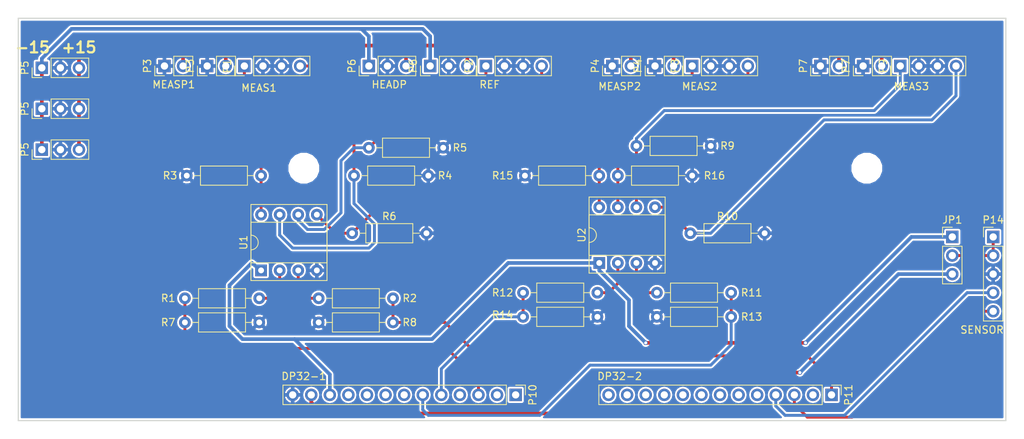
<source format=kicad_pcb>
(kicad_pcb (version 4) (host pcbnew "(2015-11-24 BZR 6329)-product")

  (general
    (links 84)
    (no_connects 0)
    (area 87.5 40 227.500001 100.000001)
    (thickness 1.6)
    (drawings 6)
    (tracks 175)
    (zones 0)
    (modules 39)
    (nets 25)
  )

  (page A4)
  (layers
    (0 F.Cu signal)
    (31 B.Cu signal)
    (32 B.Adhes user)
    (33 F.Adhes user)
    (34 B.Paste user)
    (35 F.Paste user)
    (36 B.SilkS user)
    (37 F.SilkS user)
    (38 B.Mask user)
    (39 F.Mask user)
    (40 Dwgs.User user)
    (41 Cmts.User user)
    (42 Eco1.User user)
    (43 Eco2.User user)
    (44 Edge.Cuts user)
    (45 Margin user)
    (46 B.CrtYd user)
    (47 F.CrtYd user)
    (48 B.Fab user)
    (49 F.Fab user)
  )

  (setup
    (last_trace_width 0.4)
    (trace_clearance 0.2)
    (zone_clearance 0.254)
    (zone_45_only no)
    (trace_min 0.2)
    (segment_width 0.2)
    (edge_width 0.15)
    (via_size 0.6)
    (via_drill 0.4)
    (via_min_size 0.4)
    (via_min_drill 0.3)
    (uvia_size 0.3)
    (uvia_drill 0.1)
    (uvias_allowed no)
    (uvia_min_size 0.2)
    (uvia_min_drill 0.1)
    (pcb_text_width 0.3)
    (pcb_text_size 1.5 1.5)
    (mod_edge_width 0.15)
    (mod_text_size 1 1)
    (mod_text_width 0.15)
    (pad_size 1.524 1.524)
    (pad_drill 0.762)
    (pad_to_mask_clearance 0.2)
    (aux_axis_origin 0 0)
    (visible_elements FFFFFF7F)
    (pcbplotparams
      (layerselection 0x010f0_80000001)
      (usegerberextensions false)
      (excludeedgelayer true)
      (linewidth 0.100000)
      (plotframeref false)
      (viasonmask false)
      (mode 1)
      (useauxorigin false)
      (hpglpennumber 1)
      (hpglpenspeed 20)
      (hpglpendiameter 15)
      (hpglpenoverlay 2)
      (psnegative false)
      (psa4output false)
      (plotreference true)
      (plotvalue true)
      (plotinvisibletext false)
      (padsonsilk false)
      (subtractmaskfromsilk false)
      (outputformat 1)
      (mirror false)
      (drillshape 0)
      (scaleselection 1)
      (outputdirectory gerbers/))
  )

  (net 0 "")
  (net 1 +5V)
  (net 2 "Net-(JP1-Pad2)")
  (net 3 +3V3)
  (net 4 "Net-(P1-Pad1)")
  (net 5 GND)
  (net 6 "Net-(P1-Pad4)")
  (net 7 "Net-(P2-Pad1)")
  (net 8 "Net-(P2-Pad4)")
  (net 9 +15V)
  (net 10 -15V)
  (net 11 "Net-(P8-Pad1)")
  (net 12 "Net-(P8-Pad4)")
  (net 13 "Net-(P9-Pad1)")
  (net 14 "Net-(P9-Pad4)")
  (net 15 RB0)
  (net 16 RB2)
  (net 17 RB3)
  (net 18 RB5)
  (net 19 RB8)
  (net 20 RB9)
  (net 21 "Net-(R1-Pad1)")
  (net 22 "Net-(R2-Pad1)")
  (net 23 "Net-(R11-Pad1)")
  (net 24 "Net-(R12-Pad1)")

  (net_class Default "This is the default net class."
    (clearance 0.2)
    (trace_width 0.4)
    (via_dia 0.6)
    (via_drill 0.4)
    (uvia_dia 0.3)
    (uvia_drill 0.1)
    (add_net "Net-(JP1-Pad2)")
    (add_net "Net-(P1-Pad1)")
    (add_net "Net-(P1-Pad4)")
    (add_net "Net-(P2-Pad1)")
    (add_net "Net-(P2-Pad4)")
    (add_net "Net-(P8-Pad1)")
    (add_net "Net-(P8-Pad4)")
    (add_net "Net-(P9-Pad1)")
    (add_net "Net-(P9-Pad4)")
    (add_net "Net-(R1-Pad1)")
    (add_net "Net-(R11-Pad1)")
    (add_net "Net-(R12-Pad1)")
    (add_net "Net-(R2-Pad1)")
    (add_net RB0)
    (add_net RB2)
    (add_net RB3)
    (add_net RB5)
    (add_net RB8)
    (add_net RB9)
  )

  (net_class pwr ""
    (clearance 0.2)
    (trace_width 0.5)
    (via_dia 0.6)
    (via_drill 0.4)
    (uvia_dia 0.3)
    (uvia_drill 0.1)
    (add_net +15V)
    (add_net +3V3)
    (add_net +5V)
    (add_net -15V)
    (add_net GND)
  )

  (module Socket_Strips:Socket_Strip_Straight_1x03_Pitch2.54mm (layer F.Cu) (tedit 58B0BB90) (tstamp 58B19D32)
    (at 93.218 60.452 90)
    (descr "Through hole straight socket strip, 1x03, 2.54mm pitch, single row")
    (tags "Through hole socket strip THT 1x03 2.54mm single row")
    (path /58B1617D)
    (fp_text reference P5 (at 0 -2.33 90) (layer F.SilkS)
      (effects (font (size 1 1) (thickness 0.15)))
    )
    (fp_text value PWR (at 0 8.636 180) (layer F.Fab)
      (effects (font (size 1 1) (thickness 0.15)))
    )
    (fp_line (start -1.27 -1.27) (end -1.27 6.35) (layer F.Fab) (width 0.1))
    (fp_line (start -1.27 6.35) (end 1.27 6.35) (layer F.Fab) (width 0.1))
    (fp_line (start 1.27 6.35) (end 1.27 -1.27) (layer F.Fab) (width 0.1))
    (fp_line (start 1.27 -1.27) (end -1.27 -1.27) (layer F.Fab) (width 0.1))
    (fp_line (start -1.33 1.27) (end -1.33 6.41) (layer F.SilkS) (width 0.12))
    (fp_line (start -1.33 6.41) (end 1.33 6.41) (layer F.SilkS) (width 0.12))
    (fp_line (start 1.33 6.41) (end 1.33 1.27) (layer F.SilkS) (width 0.12))
    (fp_line (start 1.33 1.27) (end -1.33 1.27) (layer F.SilkS) (width 0.12))
    (fp_line (start -1.33 0) (end -1.33 -1.33) (layer F.SilkS) (width 0.12))
    (fp_line (start -1.33 -1.33) (end 0 -1.33) (layer F.SilkS) (width 0.12))
    (fp_line (start -1.55 -1.55) (end -1.55 6.6) (layer F.CrtYd) (width 0.05))
    (fp_line (start -1.55 6.6) (end 1.55 6.6) (layer F.CrtYd) (width 0.05))
    (fp_line (start 1.55 6.6) (end 1.55 -1.55) (layer F.CrtYd) (width 0.05))
    (fp_line (start 1.55 -1.55) (end -1.55 -1.55) (layer F.CrtYd) (width 0.05))
    (pad 1 thru_hole rect (at 0 0 90) (size 1.7 1.7) (drill 1) (layers *.Cu *.Mask)
      (net 10 -15V))
    (pad 2 thru_hole oval (at 0 2.54 90) (size 1.7 1.7) (drill 1) (layers *.Cu *.Mask)
      (net 5 GND))
    (pad 3 thru_hole oval (at 0 5.08 90) (size 1.7 1.7) (drill 1) (layers *.Cu *.Mask)
      (net 9 +15V))
    (model Socket_Strips.3dshapes/Socket_Strip_Straight_1x03_Pitch2.54mm.wrl
      (at (xyz 0 -0.1 0))
      (scale (xyz 1 1 1))
      (rotate (xyz 0 0 270))
    )
  )

  (module Socket_Strips:Socket_Strip_Straight_1x03_Pitch2.54mm (layer F.Cu) (tedit 58B0AE81) (tstamp 58B19D24)
    (at 93.218 54.864 90)
    (descr "Through hole straight socket strip, 1x03, 2.54mm pitch, single row")
    (tags "Through hole socket strip THT 1x03 2.54mm single row")
    (path /58B1617D)
    (fp_text reference P5 (at 0 -2.33 90) (layer F.SilkS)
      (effects (font (size 1 1) (thickness 0.15)))
    )
    (fp_text value PWR (at -2.54 0 180) (layer F.Fab)
      (effects (font (size 1 1) (thickness 0.15)))
    )
    (fp_line (start -1.27 -1.27) (end -1.27 6.35) (layer F.Fab) (width 0.1))
    (fp_line (start -1.27 6.35) (end 1.27 6.35) (layer F.Fab) (width 0.1))
    (fp_line (start 1.27 6.35) (end 1.27 -1.27) (layer F.Fab) (width 0.1))
    (fp_line (start 1.27 -1.27) (end -1.27 -1.27) (layer F.Fab) (width 0.1))
    (fp_line (start -1.33 1.27) (end -1.33 6.41) (layer F.SilkS) (width 0.12))
    (fp_line (start -1.33 6.41) (end 1.33 6.41) (layer F.SilkS) (width 0.12))
    (fp_line (start 1.33 6.41) (end 1.33 1.27) (layer F.SilkS) (width 0.12))
    (fp_line (start 1.33 1.27) (end -1.33 1.27) (layer F.SilkS) (width 0.12))
    (fp_line (start -1.33 0) (end -1.33 -1.33) (layer F.SilkS) (width 0.12))
    (fp_line (start -1.33 -1.33) (end 0 -1.33) (layer F.SilkS) (width 0.12))
    (fp_line (start -1.55 -1.55) (end -1.55 6.6) (layer F.CrtYd) (width 0.05))
    (fp_line (start -1.55 6.6) (end 1.55 6.6) (layer F.CrtYd) (width 0.05))
    (fp_line (start 1.55 6.6) (end 1.55 -1.55) (layer F.CrtYd) (width 0.05))
    (fp_line (start 1.55 -1.55) (end -1.55 -1.55) (layer F.CrtYd) (width 0.05))
    (pad 1 thru_hole rect (at 0 0 90) (size 1.7 1.7) (drill 1) (layers *.Cu *.Mask)
      (net 10 -15V))
    (pad 2 thru_hole oval (at 0 2.54 90) (size 1.7 1.7) (drill 1) (layers *.Cu *.Mask)
      (net 5 GND))
    (pad 3 thru_hole oval (at 0 5.08 90) (size 1.7 1.7) (drill 1) (layers *.Cu *.Mask)
      (net 9 +15V))
    (model Socket_Strips.3dshapes/Socket_Strip_Straight_1x03_Pitch2.54mm.wrl
      (at (xyz 0 -0.1 0))
      (scale (xyz 1 1 1))
      (rotate (xyz 0 0 270))
    )
  )

  (module Resistors_ThroughHole:R_Axial_DIN0207_L6.3mm_D2.5mm_P10.16mm_Horizontal (layer F.Cu) (tedit 58B0BB27) (tstamp 58B17D0A)
    (at 184.658 59.944 180)
    (descr "Resistor, Axial_DIN0207 series, Axial, Horizontal, pin pitch=10.16mm, 0.25W = 1/4W, length*diameter=6.3*2.5mm^2, http://cdn-reichelt.de/documents/datenblatt/B400/1_4W%23YAG.pdf")
    (tags "Resistor Axial_DIN0207 series Axial Horizontal pin pitch 10.16mm 0.25W = 1/4W length 6.3mm diameter 2.5mm")
    (path /58B0E506)
    (fp_text reference R9 (at -2.286 0 180) (layer F.SilkS)
      (effects (font (size 1 1) (thickness 0.15)))
    )
    (fp_text value 150 (at 5.08 2.31 180) (layer F.Fab)
      (effects (font (size 1 1) (thickness 0.15)))
    )
    (fp_line (start 1.93 -1.25) (end 1.93 1.25) (layer F.Fab) (width 0.1))
    (fp_line (start 1.93 1.25) (end 8.23 1.25) (layer F.Fab) (width 0.1))
    (fp_line (start 8.23 1.25) (end 8.23 -1.25) (layer F.Fab) (width 0.1))
    (fp_line (start 8.23 -1.25) (end 1.93 -1.25) (layer F.Fab) (width 0.1))
    (fp_line (start 0 0) (end 1.93 0) (layer F.Fab) (width 0.1))
    (fp_line (start 10.16 0) (end 8.23 0) (layer F.Fab) (width 0.1))
    (fp_line (start 1.87 -1.31) (end 1.87 1.31) (layer F.SilkS) (width 0.12))
    (fp_line (start 1.87 1.31) (end 8.29 1.31) (layer F.SilkS) (width 0.12))
    (fp_line (start 8.29 1.31) (end 8.29 -1.31) (layer F.SilkS) (width 0.12))
    (fp_line (start 8.29 -1.31) (end 1.87 -1.31) (layer F.SilkS) (width 0.12))
    (fp_line (start 0.98 0) (end 1.87 0) (layer F.SilkS) (width 0.12))
    (fp_line (start 9.18 0) (end 8.29 0) (layer F.SilkS) (width 0.12))
    (fp_line (start -1.05 -1.6) (end -1.05 1.6) (layer F.CrtYd) (width 0.05))
    (fp_line (start -1.05 1.6) (end 11.25 1.6) (layer F.CrtYd) (width 0.05))
    (fp_line (start 11.25 1.6) (end 11.25 -1.6) (layer F.CrtYd) (width 0.05))
    (fp_line (start 11.25 -1.6) (end -1.05 -1.6) (layer F.CrtYd) (width 0.05))
    (pad 1 thru_hole circle (at 0 0 180) (size 1.6 1.6) (drill 0.8) (layers *.Cu *.Mask)
      (net 5 GND))
    (pad 2 thru_hole oval (at 10.16 0 180) (size 1.6 1.6) (drill 0.8) (layers *.Cu *.Mask)
      (net 13 "Net-(P9-Pad1)"))
    (model Resistors_THT.3dshapes/R_Axial_DIN0207_L6.3mm_D2.5mm_P10.16mm_Horizontal.wrl
      (at (xyz 0 0 0))
      (scale (xyz 0.393701 0.393701 0.393701))
      (rotate (xyz 0 0 0))
    )
  )

  (module Resistors_ThroughHole:R_Axial_DIN0207_L6.3mm_D2.5mm_P10.16mm_Horizontal (layer F.Cu) (tedit 58B0BB23) (tstamp 58B17CF5)
    (at 171.958 64.008)
    (descr "Resistor, Axial_DIN0207 series, Axial, Horizontal, pin pitch=10.16mm, 0.25W = 1/4W, length*diameter=6.3*2.5mm^2, http://cdn-reichelt.de/documents/datenblatt/B400/1_4W%23YAG.pdf")
    (tags "Resistor Axial_DIN0207 series Axial Horizontal pin pitch 10.16mm 0.25W = 1/4W length 6.3mm diameter 2.5mm")
    (path /58B23883)
    (fp_text reference R16 (at 13.208 0) (layer F.SilkS)
      (effects (font (size 1 1) (thickness 0.15)))
    )
    (fp_text value 150 (at 5.08 2.31) (layer F.Fab)
      (effects (font (size 1 1) (thickness 0.15)))
    )
    (fp_line (start 1.93 -1.25) (end 1.93 1.25) (layer F.Fab) (width 0.1))
    (fp_line (start 1.93 1.25) (end 8.23 1.25) (layer F.Fab) (width 0.1))
    (fp_line (start 8.23 1.25) (end 8.23 -1.25) (layer F.Fab) (width 0.1))
    (fp_line (start 8.23 -1.25) (end 1.93 -1.25) (layer F.Fab) (width 0.1))
    (fp_line (start 0 0) (end 1.93 0) (layer F.Fab) (width 0.1))
    (fp_line (start 10.16 0) (end 8.23 0) (layer F.Fab) (width 0.1))
    (fp_line (start 1.87 -1.31) (end 1.87 1.31) (layer F.SilkS) (width 0.12))
    (fp_line (start 1.87 1.31) (end 8.29 1.31) (layer F.SilkS) (width 0.12))
    (fp_line (start 8.29 1.31) (end 8.29 -1.31) (layer F.SilkS) (width 0.12))
    (fp_line (start 8.29 -1.31) (end 1.87 -1.31) (layer F.SilkS) (width 0.12))
    (fp_line (start 0.98 0) (end 1.87 0) (layer F.SilkS) (width 0.12))
    (fp_line (start 9.18 0) (end 8.29 0) (layer F.SilkS) (width 0.12))
    (fp_line (start -1.05 -1.6) (end -1.05 1.6) (layer F.CrtYd) (width 0.05))
    (fp_line (start -1.05 1.6) (end 11.25 1.6) (layer F.CrtYd) (width 0.05))
    (fp_line (start 11.25 1.6) (end 11.25 -1.6) (layer F.CrtYd) (width 0.05))
    (fp_line (start 11.25 -1.6) (end -1.05 -1.6) (layer F.CrtYd) (width 0.05))
    (pad 1 thru_hole circle (at 0 0) (size 1.6 1.6) (drill 0.8) (layers *.Cu *.Mask)
      (net 12 "Net-(P8-Pad4)"))
    (pad 2 thru_hole oval (at 10.16 0) (size 1.6 1.6) (drill 0.8) (layers *.Cu *.Mask)
      (net 5 GND))
    (model Resistors_THT.3dshapes/R_Axial_DIN0207_L6.3mm_D2.5mm_P10.16mm_Horizontal.wrl
      (at (xyz 0 0 0))
      (scale (xyz 0.393701 0.393701 0.393701))
      (rotate (xyz 0 0 0))
    )
  )

  (module Resistors_ThroughHole:R_Axial_DIN0207_L6.3mm_D2.5mm_P10.16mm_Horizontal (layer F.Cu) (tedit 58B0B6BF) (tstamp 58B17CE0)
    (at 181.864 71.882)
    (descr "Resistor, Axial_DIN0207 series, Axial, Horizontal, pin pitch=10.16mm, 0.25W = 1/4W, length*diameter=6.3*2.5mm^2, http://cdn-reichelt.de/documents/datenblatt/B400/1_4W%23YAG.pdf")
    (tags "Resistor Axial_DIN0207 series Axial Horizontal pin pitch 10.16mm 0.25W = 1/4W length 6.3mm diameter 2.5mm")
    (path /58B0E500)
    (fp_text reference R10 (at 5.08 -2.31) (layer F.SilkS)
      (effects (font (size 1 1) (thickness 0.15)))
    )
    (fp_text value 150 (at 5.08 2.31) (layer F.Fab)
      (effects (font (size 1 1) (thickness 0.15)))
    )
    (fp_line (start 1.93 -1.25) (end 1.93 1.25) (layer F.Fab) (width 0.1))
    (fp_line (start 1.93 1.25) (end 8.23 1.25) (layer F.Fab) (width 0.1))
    (fp_line (start 8.23 1.25) (end 8.23 -1.25) (layer F.Fab) (width 0.1))
    (fp_line (start 8.23 -1.25) (end 1.93 -1.25) (layer F.Fab) (width 0.1))
    (fp_line (start 0 0) (end 1.93 0) (layer F.Fab) (width 0.1))
    (fp_line (start 10.16 0) (end 8.23 0) (layer F.Fab) (width 0.1))
    (fp_line (start 1.87 -1.31) (end 1.87 1.31) (layer F.SilkS) (width 0.12))
    (fp_line (start 1.87 1.31) (end 8.29 1.31) (layer F.SilkS) (width 0.12))
    (fp_line (start 8.29 1.31) (end 8.29 -1.31) (layer F.SilkS) (width 0.12))
    (fp_line (start 8.29 -1.31) (end 1.87 -1.31) (layer F.SilkS) (width 0.12))
    (fp_line (start 0.98 0) (end 1.87 0) (layer F.SilkS) (width 0.12))
    (fp_line (start 9.18 0) (end 8.29 0) (layer F.SilkS) (width 0.12))
    (fp_line (start -1.05 -1.6) (end -1.05 1.6) (layer F.CrtYd) (width 0.05))
    (fp_line (start -1.05 1.6) (end 11.25 1.6) (layer F.CrtYd) (width 0.05))
    (fp_line (start 11.25 1.6) (end 11.25 -1.6) (layer F.CrtYd) (width 0.05))
    (fp_line (start 11.25 -1.6) (end -1.05 -1.6) (layer F.CrtYd) (width 0.05))
    (pad 1 thru_hole circle (at 0 0) (size 1.6 1.6) (drill 0.8) (layers *.Cu *.Mask)
      (net 14 "Net-(P9-Pad4)"))
    (pad 2 thru_hole oval (at 10.16 0) (size 1.6 1.6) (drill 0.8) (layers *.Cu *.Mask)
      (net 5 GND))
    (model Resistors_THT.3dshapes/R_Axial_DIN0207_L6.3mm_D2.5mm_P10.16mm_Horizontal.wrl
      (at (xyz 0 0 0))
      (scale (xyz 0.393701 0.393701 0.393701))
      (rotate (xyz 0 0 0))
    )
  )

  (module Resistors_ThroughHole:R_Axial_DIN0207_L6.3mm_D2.5mm_P10.16mm_Horizontal (layer F.Cu) (tedit 58B0BB2E) (tstamp 58B17CCB)
    (at 177.292 80.01)
    (descr "Resistor, Axial_DIN0207 series, Axial, Horizontal, pin pitch=10.16mm, 0.25W = 1/4W, length*diameter=6.3*2.5mm^2, http://cdn-reichelt.de/documents/datenblatt/B400/1_4W%23YAG.pdf")
    (tags "Resistor Axial_DIN0207 series Axial Horizontal pin pitch 10.16mm 0.25W = 1/4W length 6.3mm diameter 2.5mm")
    (path /58B0E4E8)
    (fp_text reference R11 (at 12.954 0) (layer F.SilkS)
      (effects (font (size 1 1) (thickness 0.15)))
    )
    (fp_text value 150 (at 5.08 2.31) (layer F.Fab)
      (effects (font (size 1 1) (thickness 0.15)))
    )
    (fp_line (start 1.93 -1.25) (end 1.93 1.25) (layer F.Fab) (width 0.1))
    (fp_line (start 1.93 1.25) (end 8.23 1.25) (layer F.Fab) (width 0.1))
    (fp_line (start 8.23 1.25) (end 8.23 -1.25) (layer F.Fab) (width 0.1))
    (fp_line (start 8.23 -1.25) (end 1.93 -1.25) (layer F.Fab) (width 0.1))
    (fp_line (start 0 0) (end 1.93 0) (layer F.Fab) (width 0.1))
    (fp_line (start 10.16 0) (end 8.23 0) (layer F.Fab) (width 0.1))
    (fp_line (start 1.87 -1.31) (end 1.87 1.31) (layer F.SilkS) (width 0.12))
    (fp_line (start 1.87 1.31) (end 8.29 1.31) (layer F.SilkS) (width 0.12))
    (fp_line (start 8.29 1.31) (end 8.29 -1.31) (layer F.SilkS) (width 0.12))
    (fp_line (start 8.29 -1.31) (end 1.87 -1.31) (layer F.SilkS) (width 0.12))
    (fp_line (start 0.98 0) (end 1.87 0) (layer F.SilkS) (width 0.12))
    (fp_line (start 9.18 0) (end 8.29 0) (layer F.SilkS) (width 0.12))
    (fp_line (start -1.05 -1.6) (end -1.05 1.6) (layer F.CrtYd) (width 0.05))
    (fp_line (start -1.05 1.6) (end 11.25 1.6) (layer F.CrtYd) (width 0.05))
    (fp_line (start 11.25 1.6) (end 11.25 -1.6) (layer F.CrtYd) (width 0.05))
    (fp_line (start 11.25 -1.6) (end -1.05 -1.6) (layer F.CrtYd) (width 0.05))
    (pad 1 thru_hole circle (at 0 0) (size 1.6 1.6) (drill 0.8) (layers *.Cu *.Mask)
      (net 23 "Net-(R11-Pad1)"))
    (pad 2 thru_hole oval (at 10.16 0) (size 1.6 1.6) (drill 0.8) (layers *.Cu *.Mask)
      (net 17 RB3))
    (model Resistors_THT.3dshapes/R_Axial_DIN0207_L6.3mm_D2.5mm_P10.16mm_Horizontal.wrl
      (at (xyz 0 0 0))
      (scale (xyz 0.393701 0.393701 0.393701))
      (rotate (xyz 0 0 0))
    )
  )

  (module Resistors_ThroughHole:R_Axial_DIN0207_L6.3mm_D2.5mm_P10.16mm_Horizontal (layer F.Cu) (tedit 58B0BB31) (tstamp 58B17CB6)
    (at 177.292 83.312)
    (descr "Resistor, Axial_DIN0207 series, Axial, Horizontal, pin pitch=10.16mm, 0.25W = 1/4W, length*diameter=6.3*2.5mm^2, http://cdn-reichelt.de/documents/datenblatt/B400/1_4W%23YAG.pdf")
    (tags "Resistor Axial_DIN0207 series Axial Horizontal pin pitch 10.16mm 0.25W = 1/4W length 6.3mm diameter 2.5mm")
    (path /58B0E523)
    (fp_text reference R13 (at 12.954 0) (layer F.SilkS)
      (effects (font (size 1 1) (thickness 0.15)))
    )
    (fp_text value 330 (at 5.08 2.31) (layer F.Fab)
      (effects (font (size 1 1) (thickness 0.15)))
    )
    (fp_line (start 1.93 -1.25) (end 1.93 1.25) (layer F.Fab) (width 0.1))
    (fp_line (start 1.93 1.25) (end 8.23 1.25) (layer F.Fab) (width 0.1))
    (fp_line (start 8.23 1.25) (end 8.23 -1.25) (layer F.Fab) (width 0.1))
    (fp_line (start 8.23 -1.25) (end 1.93 -1.25) (layer F.Fab) (width 0.1))
    (fp_line (start 0 0) (end 1.93 0) (layer F.Fab) (width 0.1))
    (fp_line (start 10.16 0) (end 8.23 0) (layer F.Fab) (width 0.1))
    (fp_line (start 1.87 -1.31) (end 1.87 1.31) (layer F.SilkS) (width 0.12))
    (fp_line (start 1.87 1.31) (end 8.29 1.31) (layer F.SilkS) (width 0.12))
    (fp_line (start 8.29 1.31) (end 8.29 -1.31) (layer F.SilkS) (width 0.12))
    (fp_line (start 8.29 -1.31) (end 1.87 -1.31) (layer F.SilkS) (width 0.12))
    (fp_line (start 0.98 0) (end 1.87 0) (layer F.SilkS) (width 0.12))
    (fp_line (start 9.18 0) (end 8.29 0) (layer F.SilkS) (width 0.12))
    (fp_line (start -1.05 -1.6) (end -1.05 1.6) (layer F.CrtYd) (width 0.05))
    (fp_line (start -1.05 1.6) (end 11.25 1.6) (layer F.CrtYd) (width 0.05))
    (fp_line (start 11.25 1.6) (end 11.25 -1.6) (layer F.CrtYd) (width 0.05))
    (fp_line (start 11.25 -1.6) (end -1.05 -1.6) (layer F.CrtYd) (width 0.05))
    (pad 1 thru_hole circle (at 0 0) (size 1.6 1.6) (drill 0.8) (layers *.Cu *.Mask)
      (net 5 GND))
    (pad 2 thru_hole oval (at 10.16 0) (size 1.6 1.6) (drill 0.8) (layers *.Cu *.Mask)
      (net 17 RB3))
    (model Resistors_THT.3dshapes/R_Axial_DIN0207_L6.3mm_D2.5mm_P10.16mm_Horizontal.wrl
      (at (xyz 0 0 0))
      (scale (xyz 0.393701 0.393701 0.393701))
      (rotate (xyz 0 0 0))
    )
  )

  (module Resistors_ThroughHole:R_Axial_DIN0207_L6.3mm_D2.5mm_P10.16mm_Horizontal (layer F.Cu) (tedit 58B0BB3B) (tstamp 58B17CA1)
    (at 169.164 83.312 180)
    (descr "Resistor, Axial_DIN0207 series, Axial, Horizontal, pin pitch=10.16mm, 0.25W = 1/4W, length*diameter=6.3*2.5mm^2, http://cdn-reichelt.de/documents/datenblatt/B400/1_4W%23YAG.pdf")
    (tags "Resistor Axial_DIN0207 series Axial Horizontal pin pitch 10.16mm 0.25W = 1/4W length 6.3mm diameter 2.5mm")
    (path /58B0DAC3)
    (fp_text reference R14 (at 12.954 0.254 180) (layer F.SilkS)
      (effects (font (size 1 1) (thickness 0.15)))
    )
    (fp_text value 330 (at 5.08 2.31 180) (layer F.Fab)
      (effects (font (size 1 1) (thickness 0.15)))
    )
    (fp_line (start 1.93 -1.25) (end 1.93 1.25) (layer F.Fab) (width 0.1))
    (fp_line (start 1.93 1.25) (end 8.23 1.25) (layer F.Fab) (width 0.1))
    (fp_line (start 8.23 1.25) (end 8.23 -1.25) (layer F.Fab) (width 0.1))
    (fp_line (start 8.23 -1.25) (end 1.93 -1.25) (layer F.Fab) (width 0.1))
    (fp_line (start 0 0) (end 1.93 0) (layer F.Fab) (width 0.1))
    (fp_line (start 10.16 0) (end 8.23 0) (layer F.Fab) (width 0.1))
    (fp_line (start 1.87 -1.31) (end 1.87 1.31) (layer F.SilkS) (width 0.12))
    (fp_line (start 1.87 1.31) (end 8.29 1.31) (layer F.SilkS) (width 0.12))
    (fp_line (start 8.29 1.31) (end 8.29 -1.31) (layer F.SilkS) (width 0.12))
    (fp_line (start 8.29 -1.31) (end 1.87 -1.31) (layer F.SilkS) (width 0.12))
    (fp_line (start 0.98 0) (end 1.87 0) (layer F.SilkS) (width 0.12))
    (fp_line (start 9.18 0) (end 8.29 0) (layer F.SilkS) (width 0.12))
    (fp_line (start -1.05 -1.6) (end -1.05 1.6) (layer F.CrtYd) (width 0.05))
    (fp_line (start -1.05 1.6) (end 11.25 1.6) (layer F.CrtYd) (width 0.05))
    (fp_line (start 11.25 1.6) (end 11.25 -1.6) (layer F.CrtYd) (width 0.05))
    (fp_line (start 11.25 -1.6) (end -1.05 -1.6) (layer F.CrtYd) (width 0.05))
    (pad 1 thru_hole circle (at 0 0 180) (size 1.6 1.6) (drill 0.8) (layers *.Cu *.Mask)
      (net 5 GND))
    (pad 2 thru_hole oval (at 10.16 0 180) (size 1.6 1.6) (drill 0.8) (layers *.Cu *.Mask)
      (net 16 RB2))
    (model Resistors_THT.3dshapes/R_Axial_DIN0207_L6.3mm_D2.5mm_P10.16mm_Horizontal.wrl
      (at (xyz 0 0 0))
      (scale (xyz 0.393701 0.393701 0.393701))
      (rotate (xyz 0 0 0))
    )
  )

  (module Resistors_ThroughHole:R_Axial_DIN0207_L6.3mm_D2.5mm_P10.16mm_Horizontal (layer F.Cu) (tedit 58B0BB41) (tstamp 58B17C8C)
    (at 169.164 80.01 180)
    (descr "Resistor, Axial_DIN0207 series, Axial, Horizontal, pin pitch=10.16mm, 0.25W = 1/4W, length*diameter=6.3*2.5mm^2, http://cdn-reichelt.de/documents/datenblatt/B400/1_4W%23YAG.pdf")
    (tags "Resistor Axial_DIN0207 series Axial Horizontal pin pitch 10.16mm 0.25W = 1/4W length 6.3mm diameter 2.5mm")
    (path /58B0DAB5)
    (fp_text reference R12 (at 12.954 0 180) (layer F.SilkS)
      (effects (font (size 1 1) (thickness 0.15)))
    )
    (fp_text value 150 (at 5.08 2.31 180) (layer F.Fab)
      (effects (font (size 1 1) (thickness 0.15)))
    )
    (fp_line (start 1.93 -1.25) (end 1.93 1.25) (layer F.Fab) (width 0.1))
    (fp_line (start 1.93 1.25) (end 8.23 1.25) (layer F.Fab) (width 0.1))
    (fp_line (start 8.23 1.25) (end 8.23 -1.25) (layer F.Fab) (width 0.1))
    (fp_line (start 8.23 -1.25) (end 1.93 -1.25) (layer F.Fab) (width 0.1))
    (fp_line (start 0 0) (end 1.93 0) (layer F.Fab) (width 0.1))
    (fp_line (start 10.16 0) (end 8.23 0) (layer F.Fab) (width 0.1))
    (fp_line (start 1.87 -1.31) (end 1.87 1.31) (layer F.SilkS) (width 0.12))
    (fp_line (start 1.87 1.31) (end 8.29 1.31) (layer F.SilkS) (width 0.12))
    (fp_line (start 8.29 1.31) (end 8.29 -1.31) (layer F.SilkS) (width 0.12))
    (fp_line (start 8.29 -1.31) (end 1.87 -1.31) (layer F.SilkS) (width 0.12))
    (fp_line (start 0.98 0) (end 1.87 0) (layer F.SilkS) (width 0.12))
    (fp_line (start 9.18 0) (end 8.29 0) (layer F.SilkS) (width 0.12))
    (fp_line (start -1.05 -1.6) (end -1.05 1.6) (layer F.CrtYd) (width 0.05))
    (fp_line (start -1.05 1.6) (end 11.25 1.6) (layer F.CrtYd) (width 0.05))
    (fp_line (start 11.25 1.6) (end 11.25 -1.6) (layer F.CrtYd) (width 0.05))
    (fp_line (start 11.25 -1.6) (end -1.05 -1.6) (layer F.CrtYd) (width 0.05))
    (pad 1 thru_hole circle (at 0 0 180) (size 1.6 1.6) (drill 0.8) (layers *.Cu *.Mask)
      (net 24 "Net-(R12-Pad1)"))
    (pad 2 thru_hole oval (at 10.16 0 180) (size 1.6 1.6) (drill 0.8) (layers *.Cu *.Mask)
      (net 16 RB2))
    (model Resistors_THT.3dshapes/R_Axial_DIN0207_L6.3mm_D2.5mm_P10.16mm_Horizontal.wrl
      (at (xyz 0 0 0))
      (scale (xyz 0.393701 0.393701 0.393701))
      (rotate (xyz 0 0 0))
    )
  )

  (module Resistors_ThroughHole:R_Axial_DIN0207_L6.3mm_D2.5mm_P10.16mm_Horizontal (layer F.Cu) (tedit 58B0BB1F) (tstamp 58B17C77)
    (at 159.258 64.008)
    (descr "Resistor, Axial_DIN0207 series, Axial, Horizontal, pin pitch=10.16mm, 0.25W = 1/4W, length*diameter=6.3*2.5mm^2, http://cdn-reichelt.de/documents/datenblatt/B400/1_4W%23YAG.pdf")
    (tags "Resistor Axial_DIN0207 series Axial Horizontal pin pitch 10.16mm 0.25W = 1/4W length 6.3mm diameter 2.5mm")
    (path /58B237E2)
    (fp_text reference R15 (at -3.048 0) (layer F.SilkS)
      (effects (font (size 1 1) (thickness 0.15)))
    )
    (fp_text value 150 (at 5.08 2.31) (layer F.Fab)
      (effects (font (size 1 1) (thickness 0.15)))
    )
    (fp_line (start 1.93 -1.25) (end 1.93 1.25) (layer F.Fab) (width 0.1))
    (fp_line (start 1.93 1.25) (end 8.23 1.25) (layer F.Fab) (width 0.1))
    (fp_line (start 8.23 1.25) (end 8.23 -1.25) (layer F.Fab) (width 0.1))
    (fp_line (start 8.23 -1.25) (end 1.93 -1.25) (layer F.Fab) (width 0.1))
    (fp_line (start 0 0) (end 1.93 0) (layer F.Fab) (width 0.1))
    (fp_line (start 10.16 0) (end 8.23 0) (layer F.Fab) (width 0.1))
    (fp_line (start 1.87 -1.31) (end 1.87 1.31) (layer F.SilkS) (width 0.12))
    (fp_line (start 1.87 1.31) (end 8.29 1.31) (layer F.SilkS) (width 0.12))
    (fp_line (start 8.29 1.31) (end 8.29 -1.31) (layer F.SilkS) (width 0.12))
    (fp_line (start 8.29 -1.31) (end 1.87 -1.31) (layer F.SilkS) (width 0.12))
    (fp_line (start 0.98 0) (end 1.87 0) (layer F.SilkS) (width 0.12))
    (fp_line (start 9.18 0) (end 8.29 0) (layer F.SilkS) (width 0.12))
    (fp_line (start -1.05 -1.6) (end -1.05 1.6) (layer F.CrtYd) (width 0.05))
    (fp_line (start -1.05 1.6) (end 11.25 1.6) (layer F.CrtYd) (width 0.05))
    (fp_line (start 11.25 1.6) (end 11.25 -1.6) (layer F.CrtYd) (width 0.05))
    (fp_line (start 11.25 -1.6) (end -1.05 -1.6) (layer F.CrtYd) (width 0.05))
    (pad 1 thru_hole circle (at 0 0) (size 1.6 1.6) (drill 0.8) (layers *.Cu *.Mask)
      (net 5 GND))
    (pad 2 thru_hole oval (at 10.16 0) (size 1.6 1.6) (drill 0.8) (layers *.Cu *.Mask)
      (net 11 "Net-(P8-Pad1)"))
    (model Resistors_THT.3dshapes/R_Axial_DIN0207_L6.3mm_D2.5mm_P10.16mm_Horizontal.wrl
      (at (xyz 0 0 0))
      (scale (xyz 0.393701 0.393701 0.393701))
      (rotate (xyz 0 0 0))
    )
  )

  (module Housings_DIP:DIP-8_W7.62mm_Socket (layer F.Cu) (tedit 58B0B57D) (tstamp 58B17C6C)
    (at 169.418 75.946 90)
    (descr "8-lead dip package, row spacing 7.62 mm (300 mils), Socket")
    (tags "DIL DIP PDIP 2.54mm 7.62mm 300mil Socket")
    (path /58B09E0F)
    (fp_text reference U2 (at 3.81 -2.39 90) (layer F.SilkS)
      (effects (font (size 1 1) (thickness 0.15)))
    )
    (fp_text value UA9637 (at 3.81 10.01 90) (layer F.Fab)
      (effects (font (size 1 1) (thickness 0.15)))
    )
    (fp_arc (start 3.81 -1.39) (end 2.81 -1.39) (angle -180) (layer F.SilkS) (width 0.12))
    (fp_line (start 1.635 -1.27) (end 6.985 -1.27) (layer F.Fab) (width 0.1))
    (fp_line (start 6.985 -1.27) (end 6.985 8.89) (layer F.Fab) (width 0.1))
    (fp_line (start 6.985 8.89) (end 0.635 8.89) (layer F.Fab) (width 0.1))
    (fp_line (start 0.635 8.89) (end 0.635 -0.27) (layer F.Fab) (width 0.1))
    (fp_line (start 0.635 -0.27) (end 1.635 -1.27) (layer F.Fab) (width 0.1))
    (fp_line (start -1.27 -1.27) (end -1.27 8.89) (layer F.Fab) (width 0.1))
    (fp_line (start -1.27 8.89) (end 8.89 8.89) (layer F.Fab) (width 0.1))
    (fp_line (start 8.89 8.89) (end 8.89 -1.27) (layer F.Fab) (width 0.1))
    (fp_line (start 8.89 -1.27) (end -1.27 -1.27) (layer F.Fab) (width 0.1))
    (fp_line (start 2.81 -1.39) (end 1.04 -1.39) (layer F.SilkS) (width 0.12))
    (fp_line (start 1.04 -1.39) (end 1.04 9.01) (layer F.SilkS) (width 0.12))
    (fp_line (start 1.04 9.01) (end 6.58 9.01) (layer F.SilkS) (width 0.12))
    (fp_line (start 6.58 9.01) (end 6.58 -1.39) (layer F.SilkS) (width 0.12))
    (fp_line (start 6.58 -1.39) (end 4.81 -1.39) (layer F.SilkS) (width 0.12))
    (fp_line (start -1.39 -1.39) (end -1.39 9.01) (layer F.SilkS) (width 0.12))
    (fp_line (start -1.39 9.01) (end 9.01 9.01) (layer F.SilkS) (width 0.12))
    (fp_line (start 9.01 9.01) (end 9.01 -1.39) (layer F.SilkS) (width 0.12))
    (fp_line (start 9.01 -1.39) (end -1.39 -1.39) (layer F.SilkS) (width 0.12))
    (fp_line (start -1.7 -1.7) (end -1.7 9.3) (layer F.CrtYd) (width 0.05))
    (fp_line (start -1.7 9.3) (end 9.3 9.3) (layer F.CrtYd) (width 0.05))
    (fp_line (start 9.3 9.3) (end 9.3 -1.7) (layer F.CrtYd) (width 0.05))
    (fp_line (start 9.3 -1.7) (end -1.7 -1.7) (layer F.CrtYd) (width 0.05))
    (pad 1 thru_hole rect (at 0 0 90) (size 1.6 1.6) (drill 0.8) (layers *.Cu *.Mask)
      (net 1 +5V))
    (pad 5 thru_hole oval (at 7.62 7.62 90) (size 1.6 1.6) (drill 0.8) (layers *.Cu *.Mask)
      (net 14 "Net-(P9-Pad4)"))
    (pad 2 thru_hole oval (at 0 2.54 90) (size 1.6 1.6) (drill 0.8) (layers *.Cu *.Mask)
      (net 24 "Net-(R12-Pad1)"))
    (pad 6 thru_hole oval (at 7.62 5.08 90) (size 1.6 1.6) (drill 0.8) (layers *.Cu *.Mask)
      (net 13 "Net-(P9-Pad1)"))
    (pad 3 thru_hole oval (at 0 5.08 90) (size 1.6 1.6) (drill 0.8) (layers *.Cu *.Mask)
      (net 23 "Net-(R11-Pad1)"))
    (pad 7 thru_hole oval (at 7.62 2.54 90) (size 1.6 1.6) (drill 0.8) (layers *.Cu *.Mask)
      (net 12 "Net-(P8-Pad4)"))
    (pad 4 thru_hole oval (at 0 7.62 90) (size 1.6 1.6) (drill 0.8) (layers *.Cu *.Mask)
      (net 5 GND))
    (pad 8 thru_hole oval (at 7.62 0 90) (size 1.6 1.6) (drill 0.8) (layers *.Cu *.Mask)
      (net 11 "Net-(P8-Pad1)"))
    (model Housings_DIP.3dshapes/DIP-8_W7.62mm_Socket.wrl
      (at (xyz 0 0 0))
      (scale (xyz 1 1 1))
      (rotate (xyz 0 0 0))
    )
  )

  (module Socket_Strips:Socket_Strip_Straight_1x02_Pitch2.54mm (layer F.Cu) (tedit 58B0AE5B) (tstamp 58B13A0A)
    (at 205.486 49.022 90)
    (descr "Through hole straight socket strip, 1x02, 2.54mm pitch, single row")
    (tags "Through hole socket strip THT 1x02 2.54mm single row")
    (path /58B1BEEB)
    (fp_text reference P7 (at 0 -2.33 90) (layer F.SilkS)
      (effects (font (size 1 1) (thickness 0.15)))
    )
    (fp_text value MEASP3 (at -2.794 1.016 180) (layer F.Fab)
      (effects (font (size 1 1) (thickness 0.15)))
    )
    (fp_line (start -1.27 -1.27) (end -1.27 3.81) (layer F.Fab) (width 0.1))
    (fp_line (start -1.27 3.81) (end 1.27 3.81) (layer F.Fab) (width 0.1))
    (fp_line (start 1.27 3.81) (end 1.27 -1.27) (layer F.Fab) (width 0.1))
    (fp_line (start 1.27 -1.27) (end -1.27 -1.27) (layer F.Fab) (width 0.1))
    (fp_line (start -1.33 1.27) (end -1.33 3.87) (layer F.SilkS) (width 0.12))
    (fp_line (start -1.33 3.87) (end 1.33 3.87) (layer F.SilkS) (width 0.12))
    (fp_line (start 1.33 3.87) (end 1.33 1.27) (layer F.SilkS) (width 0.12))
    (fp_line (start 1.33 1.27) (end -1.33 1.27) (layer F.SilkS) (width 0.12))
    (fp_line (start -1.33 0) (end -1.33 -1.33) (layer F.SilkS) (width 0.12))
    (fp_line (start -1.33 -1.33) (end 0 -1.33) (layer F.SilkS) (width 0.12))
    (fp_line (start -1.55 -1.55) (end -1.55 4.1) (layer F.CrtYd) (width 0.05))
    (fp_line (start -1.55 4.1) (end 1.55 4.1) (layer F.CrtYd) (width 0.05))
    (fp_line (start 1.55 4.1) (end 1.55 -1.55) (layer F.CrtYd) (width 0.05))
    (fp_line (start 1.55 -1.55) (end -1.55 -1.55) (layer F.CrtYd) (width 0.05))
    (pad 1 thru_hole rect (at 0 0 90) (size 1.7 1.7) (drill 1) (layers *.Cu *.Mask)
      (net 5 GND))
    (pad 2 thru_hole oval (at 0 2.54 90) (size 1.7 1.7) (drill 1) (layers *.Cu *.Mask)
      (net 9 +15V))
    (model Socket_Strips.3dshapes/Socket_Strip_Straight_1x02_Pitch2.54mm.wrl
      (at (xyz 0 -0.05 0))
      (scale (xyz 1 1 1))
      (rotate (xyz 0 0 270))
    )
  )

  (module Socket_Strips:Socket_Strip_Straight_1x02_Pitch2.54mm (layer F.Cu) (tedit 58B0AD99) (tstamp 58B139DA)
    (at 177.038 49.022 90)
    (descr "Through hole straight socket strip, 1x02, 2.54mm pitch, single row")
    (tags "Through hole socket strip THT 1x02 2.54mm single row")
    (path /58B1BE6C)
    (fp_text reference P4 (at 0 -2.33 90) (layer F.SilkS)
      (effects (font (size 1 1) (thickness 0.15)))
    )
    (fp_text value MEASP2 (at -2.794 1.016 180) (layer F.Fab)
      (effects (font (size 1 1) (thickness 0.15)))
    )
    (fp_line (start -1.27 -1.27) (end -1.27 3.81) (layer F.Fab) (width 0.1))
    (fp_line (start -1.27 3.81) (end 1.27 3.81) (layer F.Fab) (width 0.1))
    (fp_line (start 1.27 3.81) (end 1.27 -1.27) (layer F.Fab) (width 0.1))
    (fp_line (start 1.27 -1.27) (end -1.27 -1.27) (layer F.Fab) (width 0.1))
    (fp_line (start -1.33 1.27) (end -1.33 3.87) (layer F.SilkS) (width 0.12))
    (fp_line (start -1.33 3.87) (end 1.33 3.87) (layer F.SilkS) (width 0.12))
    (fp_line (start 1.33 3.87) (end 1.33 1.27) (layer F.SilkS) (width 0.12))
    (fp_line (start 1.33 1.27) (end -1.33 1.27) (layer F.SilkS) (width 0.12))
    (fp_line (start -1.33 0) (end -1.33 -1.33) (layer F.SilkS) (width 0.12))
    (fp_line (start -1.33 -1.33) (end 0 -1.33) (layer F.SilkS) (width 0.12))
    (fp_line (start -1.55 -1.55) (end -1.55 4.1) (layer F.CrtYd) (width 0.05))
    (fp_line (start -1.55 4.1) (end 1.55 4.1) (layer F.CrtYd) (width 0.05))
    (fp_line (start 1.55 4.1) (end 1.55 -1.55) (layer F.CrtYd) (width 0.05))
    (fp_line (start 1.55 -1.55) (end -1.55 -1.55) (layer F.CrtYd) (width 0.05))
    (pad 1 thru_hole rect (at 0 0 90) (size 1.7 1.7) (drill 1) (layers *.Cu *.Mask)
      (net 5 GND))
    (pad 2 thru_hole oval (at 0 2.54 90) (size 1.7 1.7) (drill 1) (layers *.Cu *.Mask)
      (net 9 +15V))
    (model Socket_Strips.3dshapes/Socket_Strip_Straight_1x02_Pitch2.54mm.wrl
      (at (xyz 0 -0.05 0))
      (scale (xyz 1 1 1))
      (rotate (xyz 0 0 270))
    )
  )

  (module Socket_Strips:Socket_Strip_Straight_1x03_Pitch2.54mm (layer F.Cu) (tedit 58B0AD83) (tstamp 58B1397D)
    (at 146.304 49.022 90)
    (descr "Through hole straight socket strip, 1x03, 2.54mm pitch, single row")
    (tags "Through hole socket strip THT 1x03 2.54mm single row")
    (path /58B18333)
    (fp_text reference P6 (at 0 -2.33 90) (layer F.SilkS)
      (effects (font (size 1 1) (thickness 0.15)))
    )
    (fp_text value HEADP (at -2.54 2.794 180) (layer F.Fab)
      (effects (font (size 1 1) (thickness 0.15)))
    )
    (fp_line (start -1.27 -1.27) (end -1.27 6.35) (layer F.Fab) (width 0.1))
    (fp_line (start -1.27 6.35) (end 1.27 6.35) (layer F.Fab) (width 0.1))
    (fp_line (start 1.27 6.35) (end 1.27 -1.27) (layer F.Fab) (width 0.1))
    (fp_line (start 1.27 -1.27) (end -1.27 -1.27) (layer F.Fab) (width 0.1))
    (fp_line (start -1.33 1.27) (end -1.33 6.41) (layer F.SilkS) (width 0.12))
    (fp_line (start -1.33 6.41) (end 1.33 6.41) (layer F.SilkS) (width 0.12))
    (fp_line (start 1.33 6.41) (end 1.33 1.27) (layer F.SilkS) (width 0.12))
    (fp_line (start 1.33 1.27) (end -1.33 1.27) (layer F.SilkS) (width 0.12))
    (fp_line (start -1.33 0) (end -1.33 -1.33) (layer F.SilkS) (width 0.12))
    (fp_line (start -1.33 -1.33) (end 0 -1.33) (layer F.SilkS) (width 0.12))
    (fp_line (start -1.55 -1.55) (end -1.55 6.6) (layer F.CrtYd) (width 0.05))
    (fp_line (start -1.55 6.6) (end 1.55 6.6) (layer F.CrtYd) (width 0.05))
    (fp_line (start 1.55 6.6) (end 1.55 -1.55) (layer F.CrtYd) (width 0.05))
    (fp_line (start 1.55 -1.55) (end -1.55 -1.55) (layer F.CrtYd) (width 0.05))
    (pad 1 thru_hole rect (at 0 0 90) (size 1.7 1.7) (drill 1) (layers *.Cu *.Mask)
      (net 10 -15V))
    (pad 2 thru_hole oval (at 0 2.54 90) (size 1.7 1.7) (drill 1) (layers *.Cu *.Mask)
      (net 5 GND))
    (pad 3 thru_hole oval (at 0 5.08 90) (size 1.7 1.7) (drill 1) (layers *.Cu *.Mask)
      (net 9 +15V))
    (model Socket_Strips.3dshapes/Socket_Strip_Straight_1x03_Pitch2.54mm.wrl
      (at (xyz 0 -0.1 0))
      (scale (xyz 1 1 1))
      (rotate (xyz 0 0 270))
    )
  )

  (module Socket_Strips:Socket_Strip_Straight_1x02_Pitch2.54mm (layer F.Cu) (tedit 58B0BB62) (tstamp 58B13955)
    (at 109.982 49.022 90)
    (descr "Through hole straight socket strip, 1x02, 2.54mm pitch, single row")
    (tags "Through hole socket strip THT 1x02 2.54mm single row")
    (path /58B1BBE2)
    (fp_text reference P3 (at 0 -2.33 90) (layer F.SilkS)
      (effects (font (size 1 1) (thickness 0.15)))
    )
    (fp_text value MEASP1 (at -2.54 1.27 180) (layer F.SilkS)
      (effects (font (size 1 1) (thickness 0.15)))
    )
    (fp_line (start -1.27 -1.27) (end -1.27 3.81) (layer F.Fab) (width 0.1))
    (fp_line (start -1.27 3.81) (end 1.27 3.81) (layer F.Fab) (width 0.1))
    (fp_line (start 1.27 3.81) (end 1.27 -1.27) (layer F.Fab) (width 0.1))
    (fp_line (start 1.27 -1.27) (end -1.27 -1.27) (layer F.Fab) (width 0.1))
    (fp_line (start -1.33 1.27) (end -1.33 3.87) (layer F.SilkS) (width 0.12))
    (fp_line (start -1.33 3.87) (end 1.33 3.87) (layer F.SilkS) (width 0.12))
    (fp_line (start 1.33 3.87) (end 1.33 1.27) (layer F.SilkS) (width 0.12))
    (fp_line (start 1.33 1.27) (end -1.33 1.27) (layer F.SilkS) (width 0.12))
    (fp_line (start -1.33 0) (end -1.33 -1.33) (layer F.SilkS) (width 0.12))
    (fp_line (start -1.33 -1.33) (end 0 -1.33) (layer F.SilkS) (width 0.12))
    (fp_line (start -1.55 -1.55) (end -1.55 4.1) (layer F.CrtYd) (width 0.05))
    (fp_line (start -1.55 4.1) (end 1.55 4.1) (layer F.CrtYd) (width 0.05))
    (fp_line (start 1.55 4.1) (end 1.55 -1.55) (layer F.CrtYd) (width 0.05))
    (fp_line (start 1.55 -1.55) (end -1.55 -1.55) (layer F.CrtYd) (width 0.05))
    (pad 1 thru_hole rect (at 0 0 90) (size 1.7 1.7) (drill 1) (layers *.Cu *.Mask)
      (net 5 GND))
    (pad 2 thru_hole oval (at 0 2.54 90) (size 1.7 1.7) (drill 1) (layers *.Cu *.Mask)
      (net 9 +15V))
    (model Socket_Strips.3dshapes/Socket_Strip_Straight_1x02_Pitch2.54mm.wrl
      (at (xyz 0 -0.05 0))
      (scale (xyz 1 1 1))
      (rotate (xyz 0 0 270))
    )
  )

  (module Socket_Strips:Socket_Strip_Straight_1x03_Pitch2.54mm (layer F.Cu) (tedit 588DE956) (tstamp 58B13468)
    (at 217.678 72.39)
    (descr "Through hole straight socket strip, 1x03, 2.54mm pitch, single row")
    (tags "Through hole socket strip THT 1x03 2.54mm single row")
    (path /58B10E66)
    (fp_text reference JP1 (at 0 -2.33) (layer F.SilkS)
      (effects (font (size 1 1) (thickness 0.15)))
    )
    (fp_text value JUMPER3 (at 0 7.41) (layer F.Fab)
      (effects (font (size 1 1) (thickness 0.15)))
    )
    (fp_line (start -1.27 -1.27) (end -1.27 6.35) (layer F.Fab) (width 0.1))
    (fp_line (start -1.27 6.35) (end 1.27 6.35) (layer F.Fab) (width 0.1))
    (fp_line (start 1.27 6.35) (end 1.27 -1.27) (layer F.Fab) (width 0.1))
    (fp_line (start 1.27 -1.27) (end -1.27 -1.27) (layer F.Fab) (width 0.1))
    (fp_line (start -1.33 1.27) (end -1.33 6.41) (layer F.SilkS) (width 0.12))
    (fp_line (start -1.33 6.41) (end 1.33 6.41) (layer F.SilkS) (width 0.12))
    (fp_line (start 1.33 6.41) (end 1.33 1.27) (layer F.SilkS) (width 0.12))
    (fp_line (start 1.33 1.27) (end -1.33 1.27) (layer F.SilkS) (width 0.12))
    (fp_line (start -1.33 0) (end -1.33 -1.33) (layer F.SilkS) (width 0.12))
    (fp_line (start -1.33 -1.33) (end 0 -1.33) (layer F.SilkS) (width 0.12))
    (fp_line (start -1.55 -1.55) (end -1.55 6.6) (layer F.CrtYd) (width 0.05))
    (fp_line (start -1.55 6.6) (end 1.55 6.6) (layer F.CrtYd) (width 0.05))
    (fp_line (start 1.55 6.6) (end 1.55 -1.55) (layer F.CrtYd) (width 0.05))
    (fp_line (start 1.55 -1.55) (end -1.55 -1.55) (layer F.CrtYd) (width 0.05))
    (pad 1 thru_hole rect (at 0 0) (size 1.7 1.7) (drill 1) (layers *.Cu *.Mask)
      (net 1 +5V))
    (pad 2 thru_hole oval (at 0 2.54) (size 1.7 1.7) (drill 1) (layers *.Cu *.Mask)
      (net 2 "Net-(JP1-Pad2)"))
    (pad 3 thru_hole oval (at 0 5.08) (size 1.7 1.7) (drill 1) (layers *.Cu *.Mask)
      (net 3 +3V3))
    (model Socket_Strips.3dshapes/Socket_Strip_Straight_1x03_Pitch2.54mm.wrl
      (at (xyz 0 -0.1 0))
      (scale (xyz 1 1 1))
      (rotate (xyz 0 0 270))
    )
  )

  (module Socket_Strips:Socket_Strip_Straight_1x04_Pitch2.54mm (layer F.Cu) (tedit 58B0BAA5) (tstamp 58B13470)
    (at 120.904 49.022 90)
    (descr "Through hole straight socket strip, 1x04, 2.54mm pitch, single row")
    (tags "Through hole socket strip THT 1x04 2.54mm single row")
    (path /58B0A9EC)
    (fp_text reference P1 (at 0 -2.33 90) (layer F.SilkS)
      (effects (font (size 1 1) (thickness 0.15)))
    )
    (fp_text value MEAS1 (at -3 2 180) (layer F.SilkS)
      (effects (font (size 1 1) (thickness 0.15)))
    )
    (fp_line (start -1.27 -1.27) (end -1.27 8.89) (layer F.Fab) (width 0.1))
    (fp_line (start -1.27 8.89) (end 1.27 8.89) (layer F.Fab) (width 0.1))
    (fp_line (start 1.27 8.89) (end 1.27 -1.27) (layer F.Fab) (width 0.1))
    (fp_line (start 1.27 -1.27) (end -1.27 -1.27) (layer F.Fab) (width 0.1))
    (fp_line (start -1.33 1.27) (end -1.33 8.95) (layer F.SilkS) (width 0.12))
    (fp_line (start -1.33 8.95) (end 1.33 8.95) (layer F.SilkS) (width 0.12))
    (fp_line (start 1.33 8.95) (end 1.33 1.27) (layer F.SilkS) (width 0.12))
    (fp_line (start 1.33 1.27) (end -1.33 1.27) (layer F.SilkS) (width 0.12))
    (fp_line (start -1.33 0) (end -1.33 -1.33) (layer F.SilkS) (width 0.12))
    (fp_line (start -1.33 -1.33) (end 0 -1.33) (layer F.SilkS) (width 0.12))
    (fp_line (start -1.55 -1.55) (end -1.55 9.15) (layer F.CrtYd) (width 0.05))
    (fp_line (start -1.55 9.15) (end 1.55 9.15) (layer F.CrtYd) (width 0.05))
    (fp_line (start 1.55 9.15) (end 1.55 -1.55) (layer F.CrtYd) (width 0.05))
    (fp_line (start 1.55 -1.55) (end -1.55 -1.55) (layer F.CrtYd) (width 0.05))
    (pad 1 thru_hole rect (at 0 0 90) (size 1.7 1.7) (drill 1) (layers *.Cu *.Mask)
      (net 4 "Net-(P1-Pad1)"))
    (pad 2 thru_hole oval (at 0 2.54 90) (size 1.7 1.7) (drill 1) (layers *.Cu *.Mask)
      (net 5 GND))
    (pad 3 thru_hole oval (at 0 5.08 90) (size 1.7 1.7) (drill 1) (layers *.Cu *.Mask)
      (net 5 GND))
    (pad 4 thru_hole oval (at 0 7.62 90) (size 1.7 1.7) (drill 1) (layers *.Cu *.Mask)
      (net 6 "Net-(P1-Pad4)"))
    (model Socket_Strips.3dshapes/Socket_Strip_Straight_1x04_Pitch2.54mm.wrl
      (at (xyz 0 -0.15 0))
      (scale (xyz 1 1 1))
      (rotate (xyz 0 0 270))
    )
  )

  (module Socket_Strips:Socket_Strip_Straight_1x04_Pitch2.54mm (layer F.Cu) (tedit 58B0BAB2) (tstamp 58B13478)
    (at 153.924 49.022 90)
    (descr "Through hole straight socket strip, 1x04, 2.54mm pitch, single row")
    (tags "Through hole socket strip THT 1x04 2.54mm single row")
    (path /58B0AA83)
    (fp_text reference P2 (at 0 -2.33 90) (layer F.SilkS)
      (effects (font (size 1 1) (thickness 0.15)))
    )
    (fp_text value REF (at -2.54 0.508 180) (layer F.SilkS)
      (effects (font (size 1 1) (thickness 0.15)))
    )
    (fp_line (start -1.27 -1.27) (end -1.27 8.89) (layer F.Fab) (width 0.1))
    (fp_line (start -1.27 8.89) (end 1.27 8.89) (layer F.Fab) (width 0.1))
    (fp_line (start 1.27 8.89) (end 1.27 -1.27) (layer F.Fab) (width 0.1))
    (fp_line (start 1.27 -1.27) (end -1.27 -1.27) (layer F.Fab) (width 0.1))
    (fp_line (start -1.33 1.27) (end -1.33 8.95) (layer F.SilkS) (width 0.12))
    (fp_line (start -1.33 8.95) (end 1.33 8.95) (layer F.SilkS) (width 0.12))
    (fp_line (start 1.33 8.95) (end 1.33 1.27) (layer F.SilkS) (width 0.12))
    (fp_line (start 1.33 1.27) (end -1.33 1.27) (layer F.SilkS) (width 0.12))
    (fp_line (start -1.33 0) (end -1.33 -1.33) (layer F.SilkS) (width 0.12))
    (fp_line (start -1.33 -1.33) (end 0 -1.33) (layer F.SilkS) (width 0.12))
    (fp_line (start -1.55 -1.55) (end -1.55 9.15) (layer F.CrtYd) (width 0.05))
    (fp_line (start -1.55 9.15) (end 1.55 9.15) (layer F.CrtYd) (width 0.05))
    (fp_line (start 1.55 9.15) (end 1.55 -1.55) (layer F.CrtYd) (width 0.05))
    (fp_line (start 1.55 -1.55) (end -1.55 -1.55) (layer F.CrtYd) (width 0.05))
    (pad 1 thru_hole rect (at 0 0 90) (size 1.7 1.7) (drill 1) (layers *.Cu *.Mask)
      (net 7 "Net-(P2-Pad1)"))
    (pad 2 thru_hole oval (at 0 2.54 90) (size 1.7 1.7) (drill 1) (layers *.Cu *.Mask)
      (net 5 GND))
    (pad 3 thru_hole oval (at 0 5.08 90) (size 1.7 1.7) (drill 1) (layers *.Cu *.Mask)
      (net 5 GND))
    (pad 4 thru_hole oval (at 0 7.62 90) (size 1.7 1.7) (drill 1) (layers *.Cu *.Mask)
      (net 8 "Net-(P2-Pad4)"))
    (model Socket_Strips.3dshapes/Socket_Strip_Straight_1x04_Pitch2.54mm.wrl
      (at (xyz 0 -0.15 0))
      (scale (xyz 1 1 1))
      (rotate (xyz 0 0 270))
    )
  )

  (module Socket_Strips:Socket_Strip_Straight_1x02_Pitch2.54mm (layer F.Cu) (tedit 58B0AC8E) (tstamp 58B1347E)
    (at 115.824 49.022 90)
    (descr "Through hole straight socket strip, 1x02, 2.54mm pitch, single row")
    (tags "Through hole socket strip THT 1x02 2.54mm single row")
    (path /58B1BBE2)
    (fp_text reference P3 (at 0 -2.33 90) (layer F.SilkS)
      (effects (font (size 1 1) (thickness 0.15)))
    )
    (fp_text value MEASP1 (at -3 2 180) (layer F.Fab)
      (effects (font (size 1 1) (thickness 0.15)))
    )
    (fp_line (start -1.27 -1.27) (end -1.27 3.81) (layer F.Fab) (width 0.1))
    (fp_line (start -1.27 3.81) (end 1.27 3.81) (layer F.Fab) (width 0.1))
    (fp_line (start 1.27 3.81) (end 1.27 -1.27) (layer F.Fab) (width 0.1))
    (fp_line (start 1.27 -1.27) (end -1.27 -1.27) (layer F.Fab) (width 0.1))
    (fp_line (start -1.33 1.27) (end -1.33 3.87) (layer F.SilkS) (width 0.12))
    (fp_line (start -1.33 3.87) (end 1.33 3.87) (layer F.SilkS) (width 0.12))
    (fp_line (start 1.33 3.87) (end 1.33 1.27) (layer F.SilkS) (width 0.12))
    (fp_line (start 1.33 1.27) (end -1.33 1.27) (layer F.SilkS) (width 0.12))
    (fp_line (start -1.33 0) (end -1.33 -1.33) (layer F.SilkS) (width 0.12))
    (fp_line (start -1.33 -1.33) (end 0 -1.33) (layer F.SilkS) (width 0.12))
    (fp_line (start -1.55 -1.55) (end -1.55 4.1) (layer F.CrtYd) (width 0.05))
    (fp_line (start -1.55 4.1) (end 1.55 4.1) (layer F.CrtYd) (width 0.05))
    (fp_line (start 1.55 4.1) (end 1.55 -1.55) (layer F.CrtYd) (width 0.05))
    (fp_line (start 1.55 -1.55) (end -1.55 -1.55) (layer F.CrtYd) (width 0.05))
    (pad 1 thru_hole rect (at 0 0 90) (size 1.7 1.7) (drill 1) (layers *.Cu *.Mask)
      (net 5 GND))
    (pad 2 thru_hole oval (at 0 2.54 90) (size 1.7 1.7) (drill 1) (layers *.Cu *.Mask)
      (net 9 +15V))
    (model Socket_Strips.3dshapes/Socket_Strip_Straight_1x02_Pitch2.54mm.wrl
      (at (xyz 0 -0.05 0))
      (scale (xyz 1 1 1))
      (rotate (xyz 0 0 270))
    )
  )

  (module Socket_Strips:Socket_Strip_Straight_1x02_Pitch2.54mm (layer F.Cu) (tedit 58B0BB4E) (tstamp 58B13484)
    (at 171.196 49.022 90)
    (descr "Through hole straight socket strip, 1x02, 2.54mm pitch, single row")
    (tags "Through hole socket strip THT 1x02 2.54mm single row")
    (path /58B1BE6C)
    (fp_text reference P4 (at 0 -2.33 90) (layer F.SilkS)
      (effects (font (size 1 1) (thickness 0.15)))
    )
    (fp_text value MEASP2 (at -2.794 1.016 180) (layer F.SilkS)
      (effects (font (size 1 1) (thickness 0.15)))
    )
    (fp_line (start -1.27 -1.27) (end -1.27 3.81) (layer F.Fab) (width 0.1))
    (fp_line (start -1.27 3.81) (end 1.27 3.81) (layer F.Fab) (width 0.1))
    (fp_line (start 1.27 3.81) (end 1.27 -1.27) (layer F.Fab) (width 0.1))
    (fp_line (start 1.27 -1.27) (end -1.27 -1.27) (layer F.Fab) (width 0.1))
    (fp_line (start -1.33 1.27) (end -1.33 3.87) (layer F.SilkS) (width 0.12))
    (fp_line (start -1.33 3.87) (end 1.33 3.87) (layer F.SilkS) (width 0.12))
    (fp_line (start 1.33 3.87) (end 1.33 1.27) (layer F.SilkS) (width 0.12))
    (fp_line (start 1.33 1.27) (end -1.33 1.27) (layer F.SilkS) (width 0.12))
    (fp_line (start -1.33 0) (end -1.33 -1.33) (layer F.SilkS) (width 0.12))
    (fp_line (start -1.33 -1.33) (end 0 -1.33) (layer F.SilkS) (width 0.12))
    (fp_line (start -1.55 -1.55) (end -1.55 4.1) (layer F.CrtYd) (width 0.05))
    (fp_line (start -1.55 4.1) (end 1.55 4.1) (layer F.CrtYd) (width 0.05))
    (fp_line (start 1.55 4.1) (end 1.55 -1.55) (layer F.CrtYd) (width 0.05))
    (fp_line (start 1.55 -1.55) (end -1.55 -1.55) (layer F.CrtYd) (width 0.05))
    (pad 1 thru_hole rect (at 0 0 90) (size 1.7 1.7) (drill 1) (layers *.Cu *.Mask)
      (net 5 GND))
    (pad 2 thru_hole oval (at 0 2.54 90) (size 1.7 1.7) (drill 1) (layers *.Cu *.Mask)
      (net 9 +15V))
    (model Socket_Strips.3dshapes/Socket_Strip_Straight_1x02_Pitch2.54mm.wrl
      (at (xyz 0 -0.05 0))
      (scale (xyz 1 1 1))
      (rotate (xyz 0 0 270))
    )
  )

  (module Socket_Strips:Socket_Strip_Straight_1x03_Pitch2.54mm (layer F.Cu) (tedit 58B0AE81) (tstamp 58B1348B)
    (at 93.218 49.276 90)
    (descr "Through hole straight socket strip, 1x03, 2.54mm pitch, single row")
    (tags "Through hole socket strip THT 1x03 2.54mm single row")
    (path /58B1617D)
    (fp_text reference P5 (at 0 -2.33 90) (layer F.SilkS)
      (effects (font (size 1 1) (thickness 0.15)))
    )
    (fp_text value PWR (at -2.54 0 180) (layer F.Fab)
      (effects (font (size 1 1) (thickness 0.15)))
    )
    (fp_line (start -1.27 -1.27) (end -1.27 6.35) (layer F.Fab) (width 0.1))
    (fp_line (start -1.27 6.35) (end 1.27 6.35) (layer F.Fab) (width 0.1))
    (fp_line (start 1.27 6.35) (end 1.27 -1.27) (layer F.Fab) (width 0.1))
    (fp_line (start 1.27 -1.27) (end -1.27 -1.27) (layer F.Fab) (width 0.1))
    (fp_line (start -1.33 1.27) (end -1.33 6.41) (layer F.SilkS) (width 0.12))
    (fp_line (start -1.33 6.41) (end 1.33 6.41) (layer F.SilkS) (width 0.12))
    (fp_line (start 1.33 6.41) (end 1.33 1.27) (layer F.SilkS) (width 0.12))
    (fp_line (start 1.33 1.27) (end -1.33 1.27) (layer F.SilkS) (width 0.12))
    (fp_line (start -1.33 0) (end -1.33 -1.33) (layer F.SilkS) (width 0.12))
    (fp_line (start -1.33 -1.33) (end 0 -1.33) (layer F.SilkS) (width 0.12))
    (fp_line (start -1.55 -1.55) (end -1.55 6.6) (layer F.CrtYd) (width 0.05))
    (fp_line (start -1.55 6.6) (end 1.55 6.6) (layer F.CrtYd) (width 0.05))
    (fp_line (start 1.55 6.6) (end 1.55 -1.55) (layer F.CrtYd) (width 0.05))
    (fp_line (start 1.55 -1.55) (end -1.55 -1.55) (layer F.CrtYd) (width 0.05))
    (pad 1 thru_hole rect (at 0 0 90) (size 1.7 1.7) (drill 1) (layers *.Cu *.Mask)
      (net 10 -15V))
    (pad 2 thru_hole oval (at 0 2.54 90) (size 1.7 1.7) (drill 1) (layers *.Cu *.Mask)
      (net 5 GND))
    (pad 3 thru_hole oval (at 0 5.08 90) (size 1.7 1.7) (drill 1) (layers *.Cu *.Mask)
      (net 9 +15V))
    (model Socket_Strips.3dshapes/Socket_Strip_Straight_1x03_Pitch2.54mm.wrl
      (at (xyz 0 -0.1 0))
      (scale (xyz 1 1 1))
      (rotate (xyz 0 0 270))
    )
  )

  (module Socket_Strips:Socket_Strip_Straight_1x03_Pitch2.54mm (layer F.Cu) (tedit 58B0BB56) (tstamp 58B13492)
    (at 137.922 49.022 90)
    (descr "Through hole straight socket strip, 1x03, 2.54mm pitch, single row")
    (tags "Through hole socket strip THT 1x03 2.54mm single row")
    (path /58B18333)
    (fp_text reference P6 (at 0 -2.33 90) (layer F.SilkS)
      (effects (font (size 1 1) (thickness 0.15)))
    )
    (fp_text value HEADP (at -2.54 2.794 180) (layer F.SilkS)
      (effects (font (size 1 1) (thickness 0.15)))
    )
    (fp_line (start -1.27 -1.27) (end -1.27 6.35) (layer F.Fab) (width 0.1))
    (fp_line (start -1.27 6.35) (end 1.27 6.35) (layer F.Fab) (width 0.1))
    (fp_line (start 1.27 6.35) (end 1.27 -1.27) (layer F.Fab) (width 0.1))
    (fp_line (start 1.27 -1.27) (end -1.27 -1.27) (layer F.Fab) (width 0.1))
    (fp_line (start -1.33 1.27) (end -1.33 6.41) (layer F.SilkS) (width 0.12))
    (fp_line (start -1.33 6.41) (end 1.33 6.41) (layer F.SilkS) (width 0.12))
    (fp_line (start 1.33 6.41) (end 1.33 1.27) (layer F.SilkS) (width 0.12))
    (fp_line (start 1.33 1.27) (end -1.33 1.27) (layer F.SilkS) (width 0.12))
    (fp_line (start -1.33 0) (end -1.33 -1.33) (layer F.SilkS) (width 0.12))
    (fp_line (start -1.33 -1.33) (end 0 -1.33) (layer F.SilkS) (width 0.12))
    (fp_line (start -1.55 -1.55) (end -1.55 6.6) (layer F.CrtYd) (width 0.05))
    (fp_line (start -1.55 6.6) (end 1.55 6.6) (layer F.CrtYd) (width 0.05))
    (fp_line (start 1.55 6.6) (end 1.55 -1.55) (layer F.CrtYd) (width 0.05))
    (fp_line (start 1.55 -1.55) (end -1.55 -1.55) (layer F.CrtYd) (width 0.05))
    (pad 1 thru_hole rect (at 0 0 90) (size 1.7 1.7) (drill 1) (layers *.Cu *.Mask)
      (net 10 -15V))
    (pad 2 thru_hole oval (at 0 2.54 90) (size 1.7 1.7) (drill 1) (layers *.Cu *.Mask)
      (net 5 GND))
    (pad 3 thru_hole oval (at 0 5.08 90) (size 1.7 1.7) (drill 1) (layers *.Cu *.Mask)
      (net 9 +15V))
    (model Socket_Strips.3dshapes/Socket_Strip_Straight_1x03_Pitch2.54mm.wrl
      (at (xyz 0 -0.1 0))
      (scale (xyz 1 1 1))
      (rotate (xyz 0 0 270))
    )
  )

  (module Socket_Strips:Socket_Strip_Straight_1x02_Pitch2.54mm (layer F.Cu) (tedit 58B0AE59) (tstamp 58B13498)
    (at 199.644 49.022 90)
    (descr "Through hole straight socket strip, 1x02, 2.54mm pitch, single row")
    (tags "Through hole socket strip THT 1x02 2.54mm single row")
    (path /58B1BEEB)
    (fp_text reference P7 (at 0 -2.33 90) (layer F.SilkS)
      (effects (font (size 1 1) (thickness 0.15)))
    )
    (fp_text value MEASP3 (at -2.794 1.016 180) (layer F.Fab)
      (effects (font (size 1 1) (thickness 0.15)))
    )
    (fp_line (start -1.27 -1.27) (end -1.27 3.81) (layer F.Fab) (width 0.1))
    (fp_line (start -1.27 3.81) (end 1.27 3.81) (layer F.Fab) (width 0.1))
    (fp_line (start 1.27 3.81) (end 1.27 -1.27) (layer F.Fab) (width 0.1))
    (fp_line (start 1.27 -1.27) (end -1.27 -1.27) (layer F.Fab) (width 0.1))
    (fp_line (start -1.33 1.27) (end -1.33 3.87) (layer F.SilkS) (width 0.12))
    (fp_line (start -1.33 3.87) (end 1.33 3.87) (layer F.SilkS) (width 0.12))
    (fp_line (start 1.33 3.87) (end 1.33 1.27) (layer F.SilkS) (width 0.12))
    (fp_line (start 1.33 1.27) (end -1.33 1.27) (layer F.SilkS) (width 0.12))
    (fp_line (start -1.33 0) (end -1.33 -1.33) (layer F.SilkS) (width 0.12))
    (fp_line (start -1.33 -1.33) (end 0 -1.33) (layer F.SilkS) (width 0.12))
    (fp_line (start -1.55 -1.55) (end -1.55 4.1) (layer F.CrtYd) (width 0.05))
    (fp_line (start -1.55 4.1) (end 1.55 4.1) (layer F.CrtYd) (width 0.05))
    (fp_line (start 1.55 4.1) (end 1.55 -1.55) (layer F.CrtYd) (width 0.05))
    (fp_line (start 1.55 -1.55) (end -1.55 -1.55) (layer F.CrtYd) (width 0.05))
    (pad 1 thru_hole rect (at 0 0 90) (size 1.7 1.7) (drill 1) (layers *.Cu *.Mask)
      (net 5 GND))
    (pad 2 thru_hole oval (at 0 2.54 90) (size 1.7 1.7) (drill 1) (layers *.Cu *.Mask)
      (net 9 +15V))
    (model Socket_Strips.3dshapes/Socket_Strip_Straight_1x02_Pitch2.54mm.wrl
      (at (xyz 0 -0.05 0))
      (scale (xyz 1 1 1))
      (rotate (xyz 0 0 270))
    )
  )

  (module Socket_Strips:Socket_Strip_Straight_1x04_Pitch2.54mm (layer F.Cu) (tedit 58B0BAC0) (tstamp 58B134A0)
    (at 182.118 49.022 90)
    (descr "Through hole straight socket strip, 1x04, 2.54mm pitch, single row")
    (tags "Through hole socket strip THT 1x04 2.54mm single row")
    (path /58B0AA41)
    (fp_text reference P8 (at 0 -2.33 90) (layer F.SilkS)
      (effects (font (size 1 1) (thickness 0.15)))
    )
    (fp_text value MEAS2 (at -2.794 1.016 180) (layer F.SilkS)
      (effects (font (size 1 1) (thickness 0.15)))
    )
    (fp_line (start -1.27 -1.27) (end -1.27 8.89) (layer F.Fab) (width 0.1))
    (fp_line (start -1.27 8.89) (end 1.27 8.89) (layer F.Fab) (width 0.1))
    (fp_line (start 1.27 8.89) (end 1.27 -1.27) (layer F.Fab) (width 0.1))
    (fp_line (start 1.27 -1.27) (end -1.27 -1.27) (layer F.Fab) (width 0.1))
    (fp_line (start -1.33 1.27) (end -1.33 8.95) (layer F.SilkS) (width 0.12))
    (fp_line (start -1.33 8.95) (end 1.33 8.95) (layer F.SilkS) (width 0.12))
    (fp_line (start 1.33 8.95) (end 1.33 1.27) (layer F.SilkS) (width 0.12))
    (fp_line (start 1.33 1.27) (end -1.33 1.27) (layer F.SilkS) (width 0.12))
    (fp_line (start -1.33 0) (end -1.33 -1.33) (layer F.SilkS) (width 0.12))
    (fp_line (start -1.33 -1.33) (end 0 -1.33) (layer F.SilkS) (width 0.12))
    (fp_line (start -1.55 -1.55) (end -1.55 9.15) (layer F.CrtYd) (width 0.05))
    (fp_line (start -1.55 9.15) (end 1.55 9.15) (layer F.CrtYd) (width 0.05))
    (fp_line (start 1.55 9.15) (end 1.55 -1.55) (layer F.CrtYd) (width 0.05))
    (fp_line (start 1.55 -1.55) (end -1.55 -1.55) (layer F.CrtYd) (width 0.05))
    (pad 1 thru_hole rect (at 0 0 90) (size 1.7 1.7) (drill 1) (layers *.Cu *.Mask)
      (net 11 "Net-(P8-Pad1)"))
    (pad 2 thru_hole oval (at 0 2.54 90) (size 1.7 1.7) (drill 1) (layers *.Cu *.Mask)
      (net 5 GND))
    (pad 3 thru_hole oval (at 0 5.08 90) (size 1.7 1.7) (drill 1) (layers *.Cu *.Mask)
      (net 5 GND))
    (pad 4 thru_hole oval (at 0 7.62 90) (size 1.7 1.7) (drill 1) (layers *.Cu *.Mask)
      (net 12 "Net-(P8-Pad4)"))
    (model Socket_Strips.3dshapes/Socket_Strip_Straight_1x04_Pitch2.54mm.wrl
      (at (xyz 0 -0.15 0))
      (scale (xyz 1 1 1))
      (rotate (xyz 0 0 270))
    )
  )

  (module Socket_Strips:Socket_Strip_Straight_1x04_Pitch2.54mm (layer F.Cu) (tedit 58B0BACA) (tstamp 58B134A8)
    (at 210.566 49.022 90)
    (descr "Through hole straight socket strip, 1x04, 2.54mm pitch, single row")
    (tags "Through hole socket strip THT 1x04 2.54mm single row")
    (path /58B0E4F5)
    (fp_text reference P9 (at 0 -2.33 90) (layer F.SilkS)
      (effects (font (size 1 1) (thickness 0.15)))
    )
    (fp_text value MEAS3 (at -2.794 1.524 180) (layer F.SilkS)
      (effects (font (size 1 1) (thickness 0.15)))
    )
    (fp_line (start -1.27 -1.27) (end -1.27 8.89) (layer F.Fab) (width 0.1))
    (fp_line (start -1.27 8.89) (end 1.27 8.89) (layer F.Fab) (width 0.1))
    (fp_line (start 1.27 8.89) (end 1.27 -1.27) (layer F.Fab) (width 0.1))
    (fp_line (start 1.27 -1.27) (end -1.27 -1.27) (layer F.Fab) (width 0.1))
    (fp_line (start -1.33 1.27) (end -1.33 8.95) (layer F.SilkS) (width 0.12))
    (fp_line (start -1.33 8.95) (end 1.33 8.95) (layer F.SilkS) (width 0.12))
    (fp_line (start 1.33 8.95) (end 1.33 1.27) (layer F.SilkS) (width 0.12))
    (fp_line (start 1.33 1.27) (end -1.33 1.27) (layer F.SilkS) (width 0.12))
    (fp_line (start -1.33 0) (end -1.33 -1.33) (layer F.SilkS) (width 0.12))
    (fp_line (start -1.33 -1.33) (end 0 -1.33) (layer F.SilkS) (width 0.12))
    (fp_line (start -1.55 -1.55) (end -1.55 9.15) (layer F.CrtYd) (width 0.05))
    (fp_line (start -1.55 9.15) (end 1.55 9.15) (layer F.CrtYd) (width 0.05))
    (fp_line (start 1.55 9.15) (end 1.55 -1.55) (layer F.CrtYd) (width 0.05))
    (fp_line (start 1.55 -1.55) (end -1.55 -1.55) (layer F.CrtYd) (width 0.05))
    (pad 1 thru_hole rect (at 0 0 90) (size 1.7 1.7) (drill 1) (layers *.Cu *.Mask)
      (net 13 "Net-(P9-Pad1)"))
    (pad 2 thru_hole oval (at 0 2.54 90) (size 1.7 1.7) (drill 1) (layers *.Cu *.Mask)
      (net 5 GND))
    (pad 3 thru_hole oval (at 0 5.08 90) (size 1.7 1.7) (drill 1) (layers *.Cu *.Mask)
      (net 5 GND))
    (pad 4 thru_hole oval (at 0 7.62 90) (size 1.7 1.7) (drill 1) (layers *.Cu *.Mask)
      (net 14 "Net-(P9-Pad4)"))
    (model Socket_Strips.3dshapes/Socket_Strip_Straight_1x04_Pitch2.54mm.wrl
      (at (xyz 0 -0.15 0))
      (scale (xyz 1 1 1))
      (rotate (xyz 0 0 270))
    )
  )

  (module Socket_Strips:Socket_Strip_Straight_1x13_Pitch2.54mm (layer F.Cu) (tedit 58B0BAF3) (tstamp 58B134B9)
    (at 157.988 93.98 270)
    (descr "Through hole straight socket strip, 1x13, 2.54mm pitch, single row")
    (tags "Through hole socket strip THT 1x13 2.54mm single row")
    (path /58B11570)
    (fp_text reference P10 (at 0 -2.33 270) (layer F.SilkS)
      (effects (font (size 1 1) (thickness 0.15)))
    )
    (fp_text value DP32-1 (at -2.54 28.956 360) (layer F.SilkS)
      (effects (font (size 1 1) (thickness 0.15)))
    )
    (fp_line (start -1.27 -1.27) (end -1.27 31.75) (layer F.Fab) (width 0.1))
    (fp_line (start -1.27 31.75) (end 1.27 31.75) (layer F.Fab) (width 0.1))
    (fp_line (start 1.27 31.75) (end 1.27 -1.27) (layer F.Fab) (width 0.1))
    (fp_line (start 1.27 -1.27) (end -1.27 -1.27) (layer F.Fab) (width 0.1))
    (fp_line (start -1.33 1.27) (end -1.33 31.81) (layer F.SilkS) (width 0.12))
    (fp_line (start -1.33 31.81) (end 1.33 31.81) (layer F.SilkS) (width 0.12))
    (fp_line (start 1.33 31.81) (end 1.33 1.27) (layer F.SilkS) (width 0.12))
    (fp_line (start 1.33 1.27) (end -1.33 1.27) (layer F.SilkS) (width 0.12))
    (fp_line (start -1.33 0) (end -1.33 -1.33) (layer F.SilkS) (width 0.12))
    (fp_line (start -1.33 -1.33) (end 0 -1.33) (layer F.SilkS) (width 0.12))
    (fp_line (start -1.55 -1.55) (end -1.55 32) (layer F.CrtYd) (width 0.05))
    (fp_line (start -1.55 32) (end 1.55 32) (layer F.CrtYd) (width 0.05))
    (fp_line (start 1.55 32) (end 1.55 -1.55) (layer F.CrtYd) (width 0.05))
    (fp_line (start 1.55 -1.55) (end -1.55 -1.55) (layer F.CrtYd) (width 0.05))
    (pad 1 thru_hole rect (at 0 0 270) (size 1.7 1.7) (drill 1) (layers *.Cu *.Mask))
    (pad 2 thru_hole oval (at 0 2.54 270) (size 1.7 1.7) (drill 1) (layers *.Cu *.Mask))
    (pad 3 thru_hole oval (at 0 5.08 270) (size 1.7 1.7) (drill 1) (layers *.Cu *.Mask)
      (net 15 RB0))
    (pad 4 thru_hole oval (at 0 7.62 270) (size 1.7 1.7) (drill 1) (layers *.Cu *.Mask))
    (pad 5 thru_hole oval (at 0 10.16 270) (size 1.7 1.7) (drill 1) (layers *.Cu *.Mask)
      (net 16 RB2))
    (pad 6 thru_hole oval (at 0 12.7 270) (size 1.7 1.7) (drill 1) (layers *.Cu *.Mask)
      (net 17 RB3))
    (pad 7 thru_hole oval (at 0 15.24 270) (size 1.7 1.7) (drill 1) (layers *.Cu *.Mask))
    (pad 8 thru_hole oval (at 0 17.78 270) (size 1.7 1.7) (drill 1) (layers *.Cu *.Mask))
    (pad 9 thru_hole oval (at 0 20.32 270) (size 1.7 1.7) (drill 1) (layers *.Cu *.Mask))
    (pad 10 thru_hole oval (at 0 22.86 270) (size 1.7 1.7) (drill 1) (layers *.Cu *.Mask))
    (pad 11 thru_hole oval (at 0 25.4 270) (size 1.7 1.7) (drill 1) (layers *.Cu *.Mask)
      (net 1 +5V))
    (pad 12 thru_hole oval (at 0 27.94 270) (size 1.7 1.7) (drill 1) (layers *.Cu *.Mask)
      (net 3 +3V3))
    (pad 13 thru_hole oval (at 0 30.48 270) (size 1.7 1.7) (drill 1) (layers *.Cu *.Mask)
      (net 5 GND))
    (model Socket_Strips.3dshapes/Socket_Strip_Straight_1x13_Pitch2.54mm.wrl
      (at (xyz 0 -0.6 0))
      (scale (xyz 1 1 1))
      (rotate (xyz 0 0 270))
    )
  )

  (module Socket_Strips:Socket_Strip_Straight_1x13_Pitch2.54mm (layer F.Cu) (tedit 58B0BAEA) (tstamp 58B134CA)
    (at 201.168 93.98 270)
    (descr "Through hole straight socket strip, 1x13, 2.54mm pitch, single row")
    (tags "Through hole socket strip THT 1x13 2.54mm single row")
    (path /58B11614)
    (fp_text reference P11 (at 0 -2.33 270) (layer F.SilkS)
      (effects (font (size 1 1) (thickness 0.15)))
    )
    (fp_text value DP32-2 (at -2.54 28.956 360) (layer F.SilkS)
      (effects (font (size 1 1) (thickness 0.15)))
    )
    (fp_line (start -1.27 -1.27) (end -1.27 31.75) (layer F.Fab) (width 0.1))
    (fp_line (start -1.27 31.75) (end 1.27 31.75) (layer F.Fab) (width 0.1))
    (fp_line (start 1.27 31.75) (end 1.27 -1.27) (layer F.Fab) (width 0.1))
    (fp_line (start 1.27 -1.27) (end -1.27 -1.27) (layer F.Fab) (width 0.1))
    (fp_line (start -1.33 1.27) (end -1.33 31.81) (layer F.SilkS) (width 0.12))
    (fp_line (start -1.33 31.81) (end 1.33 31.81) (layer F.SilkS) (width 0.12))
    (fp_line (start 1.33 31.81) (end 1.33 1.27) (layer F.SilkS) (width 0.12))
    (fp_line (start 1.33 1.27) (end -1.33 1.27) (layer F.SilkS) (width 0.12))
    (fp_line (start -1.33 0) (end -1.33 -1.33) (layer F.SilkS) (width 0.12))
    (fp_line (start -1.33 -1.33) (end 0 -1.33) (layer F.SilkS) (width 0.12))
    (fp_line (start -1.55 -1.55) (end -1.55 32) (layer F.CrtYd) (width 0.05))
    (fp_line (start -1.55 32) (end 1.55 32) (layer F.CrtYd) (width 0.05))
    (fp_line (start 1.55 32) (end 1.55 -1.55) (layer F.CrtYd) (width 0.05))
    (fp_line (start 1.55 -1.55) (end -1.55 -1.55) (layer F.CrtYd) (width 0.05))
    (pad 1 thru_hole rect (at 0 0 270) (size 1.7 1.7) (drill 1) (layers *.Cu *.Mask)
      (net 18 RB5))
    (pad 2 thru_hole oval (at 0 2.54 270) (size 1.7 1.7) (drill 1) (layers *.Cu *.Mask))
    (pad 3 thru_hole oval (at 0 5.08 270) (size 1.7 1.7) (drill 1) (layers *.Cu *.Mask)
      (net 19 RB8))
    (pad 4 thru_hole oval (at 0 7.62 270) (size 1.7 1.7) (drill 1) (layers *.Cu *.Mask)
      (net 20 RB9))
    (pad 5 thru_hole oval (at 0 10.16 270) (size 1.7 1.7) (drill 1) (layers *.Cu *.Mask))
    (pad 6 thru_hole oval (at 0 12.7 270) (size 1.7 1.7) (drill 1) (layers *.Cu *.Mask))
    (pad 7 thru_hole oval (at 0 15.24 270) (size 1.7 1.7) (drill 1) (layers *.Cu *.Mask))
    (pad 8 thru_hole oval (at 0 17.78 270) (size 1.7 1.7) (drill 1) (layers *.Cu *.Mask))
    (pad 9 thru_hole oval (at 0 20.32 270) (size 1.7 1.7) (drill 1) (layers *.Cu *.Mask))
    (pad 10 thru_hole oval (at 0 22.86 270) (size 1.7 1.7) (drill 1) (layers *.Cu *.Mask))
    (pad 11 thru_hole oval (at 0 25.4 270) (size 1.7 1.7) (drill 1) (layers *.Cu *.Mask))
    (pad 12 thru_hole oval (at 0 27.94 270) (size 1.7 1.7) (drill 1) (layers *.Cu *.Mask))
    (pad 13 thru_hole oval (at 0 30.48 270) (size 1.7 1.7) (drill 1) (layers *.Cu *.Mask))
    (model Socket_Strips.3dshapes/Socket_Strip_Straight_1x13_Pitch2.54mm.wrl
      (at (xyz 0 -0.6 0))
      (scale (xyz 1 1 1))
      (rotate (xyz 0 0 270))
    )
  )

  (module Socket_Strips:Socket_Strip_Straight_1x05_Pitch2.54mm (layer F.Cu) (tedit 58B0BAE2) (tstamp 58B134D3)
    (at 223.266 72.39)
    (descr "Through hole straight socket strip, 1x05, 2.54mm pitch, single row")
    (tags "Through hole socket strip THT 1x05 2.54mm single row")
    (path /58B0FB33)
    (fp_text reference P14 (at 0 -2.33) (layer F.SilkS)
      (effects (font (size 1 1) (thickness 0.15)))
    )
    (fp_text value SENSOR (at -1.524 12.7) (layer F.SilkS)
      (effects (font (size 1 1) (thickness 0.15)))
    )
    (fp_line (start -1.27 -1.27) (end -1.27 11.43) (layer F.Fab) (width 0.1))
    (fp_line (start -1.27 11.43) (end 1.27 11.43) (layer F.Fab) (width 0.1))
    (fp_line (start 1.27 11.43) (end 1.27 -1.27) (layer F.Fab) (width 0.1))
    (fp_line (start 1.27 -1.27) (end -1.27 -1.27) (layer F.Fab) (width 0.1))
    (fp_line (start -1.33 1.27) (end -1.33 11.49) (layer F.SilkS) (width 0.12))
    (fp_line (start -1.33 11.49) (end 1.33 11.49) (layer F.SilkS) (width 0.12))
    (fp_line (start 1.33 11.49) (end 1.33 1.27) (layer F.SilkS) (width 0.12))
    (fp_line (start 1.33 1.27) (end -1.33 1.27) (layer F.SilkS) (width 0.12))
    (fp_line (start -1.33 0) (end -1.33 -1.33) (layer F.SilkS) (width 0.12))
    (fp_line (start -1.33 -1.33) (end 0 -1.33) (layer F.SilkS) (width 0.12))
    (fp_line (start -1.55 -1.55) (end -1.55 11.7) (layer F.CrtYd) (width 0.05))
    (fp_line (start -1.55 11.7) (end 1.55 11.7) (layer F.CrtYd) (width 0.05))
    (fp_line (start 1.55 11.7) (end 1.55 -1.55) (layer F.CrtYd) (width 0.05))
    (fp_line (start 1.55 -1.55) (end -1.55 -1.55) (layer F.CrtYd) (width 0.05))
    (pad 1 thru_hole rect (at 0 0) (size 1.7 1.7) (drill 1) (layers *.Cu *.Mask)
      (net 2 "Net-(JP1-Pad2)"))
    (pad 2 thru_hole oval (at 0 2.54) (size 1.7 1.7) (drill 1) (layers *.Cu *.Mask)
      (net 2 "Net-(JP1-Pad2)"))
    (pad 3 thru_hole oval (at 0 5.08) (size 1.7 1.7) (drill 1) (layers *.Cu *.Mask)
      (net 5 GND))
    (pad 4 thru_hole oval (at 0 7.62) (size 1.7 1.7) (drill 1) (layers *.Cu *.Mask)
      (net 20 RB9))
    (pad 5 thru_hole oval (at 0 10.16) (size 1.7 1.7) (drill 1) (layers *.Cu *.Mask)
      (net 19 RB8))
    (model Socket_Strips.3dshapes/Socket_Strip_Straight_1x05_Pitch2.54mm.wrl
      (at (xyz 0 -0.2 0))
      (scale (xyz 1 1 1))
      (rotate (xyz 0 0 270))
    )
  )

  (module Housings_DIP:DIP-8_W7.62mm_Socket (layer F.Cu) (tedit 586281B4) (tstamp 58B13613)
    (at 123.19 76.962 90)
    (descr "8-lead dip package, row spacing 7.62 mm (300 mils), Socket")
    (tags "DIL DIP PDIP 2.54mm 7.62mm 300mil Socket")
    (path /58B09DDF)
    (fp_text reference U1 (at 3.81 -2.39 90) (layer F.SilkS)
      (effects (font (size 1 1) (thickness 0.15)))
    )
    (fp_text value UA9637 (at 3.81 10.01 90) (layer F.Fab)
      (effects (font (size 1 1) (thickness 0.15)))
    )
    (fp_arc (start 3.81 -1.39) (end 2.81 -1.39) (angle -180) (layer F.SilkS) (width 0.12))
    (fp_line (start 1.635 -1.27) (end 6.985 -1.27) (layer F.Fab) (width 0.1))
    (fp_line (start 6.985 -1.27) (end 6.985 8.89) (layer F.Fab) (width 0.1))
    (fp_line (start 6.985 8.89) (end 0.635 8.89) (layer F.Fab) (width 0.1))
    (fp_line (start 0.635 8.89) (end 0.635 -0.27) (layer F.Fab) (width 0.1))
    (fp_line (start 0.635 -0.27) (end 1.635 -1.27) (layer F.Fab) (width 0.1))
    (fp_line (start -1.27 -1.27) (end -1.27 8.89) (layer F.Fab) (width 0.1))
    (fp_line (start -1.27 8.89) (end 8.89 8.89) (layer F.Fab) (width 0.1))
    (fp_line (start 8.89 8.89) (end 8.89 -1.27) (layer F.Fab) (width 0.1))
    (fp_line (start 8.89 -1.27) (end -1.27 -1.27) (layer F.Fab) (width 0.1))
    (fp_line (start 2.81 -1.39) (end 1.04 -1.39) (layer F.SilkS) (width 0.12))
    (fp_line (start 1.04 -1.39) (end 1.04 9.01) (layer F.SilkS) (width 0.12))
    (fp_line (start 1.04 9.01) (end 6.58 9.01) (layer F.SilkS) (width 0.12))
    (fp_line (start 6.58 9.01) (end 6.58 -1.39) (layer F.SilkS) (width 0.12))
    (fp_line (start 6.58 -1.39) (end 4.81 -1.39) (layer F.SilkS) (width 0.12))
    (fp_line (start -1.39 -1.39) (end -1.39 9.01) (layer F.SilkS) (width 0.12))
    (fp_line (start -1.39 9.01) (end 9.01 9.01) (layer F.SilkS) (width 0.12))
    (fp_line (start 9.01 9.01) (end 9.01 -1.39) (layer F.SilkS) (width 0.12))
    (fp_line (start 9.01 -1.39) (end -1.39 -1.39) (layer F.SilkS) (width 0.12))
    (fp_line (start -1.7 -1.7) (end -1.7 9.3) (layer F.CrtYd) (width 0.05))
    (fp_line (start -1.7 9.3) (end 9.3 9.3) (layer F.CrtYd) (width 0.05))
    (fp_line (start 9.3 9.3) (end 9.3 -1.7) (layer F.CrtYd) (width 0.05))
    (fp_line (start 9.3 -1.7) (end -1.7 -1.7) (layer F.CrtYd) (width 0.05))
    (pad 1 thru_hole rect (at 0 0 90) (size 1.6 1.6) (drill 0.8) (layers *.Cu *.Mask)
      (net 1 +5V))
    (pad 5 thru_hole oval (at 7.62 7.62 90) (size 1.6 1.6) (drill 0.8) (layers *.Cu *.Mask)
      (net 8 "Net-(P2-Pad4)"))
    (pad 2 thru_hole oval (at 0 2.54 90) (size 1.6 1.6) (drill 0.8) (layers *.Cu *.Mask)
      (net 21 "Net-(R1-Pad1)"))
    (pad 6 thru_hole oval (at 7.62 5.08 90) (size 1.6 1.6) (drill 0.8) (layers *.Cu *.Mask)
      (net 7 "Net-(P2-Pad1)"))
    (pad 3 thru_hole oval (at 0 5.08 90) (size 1.6 1.6) (drill 0.8) (layers *.Cu *.Mask)
      (net 22 "Net-(R2-Pad1)"))
    (pad 7 thru_hole oval (at 7.62 2.54 90) (size 1.6 1.6) (drill 0.8) (layers *.Cu *.Mask)
      (net 6 "Net-(P1-Pad4)"))
    (pad 4 thru_hole oval (at 0 7.62 90) (size 1.6 1.6) (drill 0.8) (layers *.Cu *.Mask)
      (net 5 GND))
    (pad 8 thru_hole oval (at 7.62 0 90) (size 1.6 1.6) (drill 0.8) (layers *.Cu *.Mask)
      (net 4 "Net-(P1-Pad1)"))
    (model Housings_DIP.3dshapes/DIP-8_W7.62mm_Socket.wrl
      (at (xyz 0 0 0))
      (scale (xyz 1 1 1))
      (rotate (xyz 0 0 0))
    )
  )

  (module Resistors_ThroughHole:R_Axial_DIN0207_L6.3mm_D2.5mm_P10.16mm_Horizontal (layer F.Cu) (tedit 58B0BB19) (tstamp 58B13515)
    (at 113.03 64.008)
    (descr "Resistor, Axial_DIN0207 series, Axial, Horizontal, pin pitch=10.16mm, 0.25W = 1/4W, length*diameter=6.3*2.5mm^2, http://cdn-reichelt.de/documents/datenblatt/B400/1_4W%23YAG.pdf")
    (tags "Resistor Axial_DIN0207 series Axial Horizontal pin pitch 10.16mm 0.25W = 1/4W length 6.3mm diameter 2.5mm")
    (path /58B0B69A)
    (fp_text reference R3 (at -2.286 0) (layer F.SilkS)
      (effects (font (size 1 1) (thickness 0.15)))
    )
    (fp_text value 150 (at 5.08 2.31) (layer F.Fab)
      (effects (font (size 1 1) (thickness 0.15)))
    )
    (fp_line (start 1.93 -1.25) (end 1.93 1.25) (layer F.Fab) (width 0.1))
    (fp_line (start 1.93 1.25) (end 8.23 1.25) (layer F.Fab) (width 0.1))
    (fp_line (start 8.23 1.25) (end 8.23 -1.25) (layer F.Fab) (width 0.1))
    (fp_line (start 8.23 -1.25) (end 1.93 -1.25) (layer F.Fab) (width 0.1))
    (fp_line (start 0 0) (end 1.93 0) (layer F.Fab) (width 0.1))
    (fp_line (start 10.16 0) (end 8.23 0) (layer F.Fab) (width 0.1))
    (fp_line (start 1.87 -1.31) (end 1.87 1.31) (layer F.SilkS) (width 0.12))
    (fp_line (start 1.87 1.31) (end 8.29 1.31) (layer F.SilkS) (width 0.12))
    (fp_line (start 8.29 1.31) (end 8.29 -1.31) (layer F.SilkS) (width 0.12))
    (fp_line (start 8.29 -1.31) (end 1.87 -1.31) (layer F.SilkS) (width 0.12))
    (fp_line (start 0.98 0) (end 1.87 0) (layer F.SilkS) (width 0.12))
    (fp_line (start 9.18 0) (end 8.29 0) (layer F.SilkS) (width 0.12))
    (fp_line (start -1.05 -1.6) (end -1.05 1.6) (layer F.CrtYd) (width 0.05))
    (fp_line (start -1.05 1.6) (end 11.25 1.6) (layer F.CrtYd) (width 0.05))
    (fp_line (start 11.25 1.6) (end 11.25 -1.6) (layer F.CrtYd) (width 0.05))
    (fp_line (start 11.25 -1.6) (end -1.05 -1.6) (layer F.CrtYd) (width 0.05))
    (pad 1 thru_hole circle (at 0 0) (size 1.6 1.6) (drill 0.8) (layers *.Cu *.Mask)
      (net 5 GND))
    (pad 2 thru_hole oval (at 10.16 0) (size 1.6 1.6) (drill 0.8) (layers *.Cu *.Mask)
      (net 4 "Net-(P1-Pad1)"))
    (model Resistors_THT.3dshapes/R_Axial_DIN0207_L6.3mm_D2.5mm_P10.16mm_Horizontal.wrl
      (at (xyz 0 0 0))
      (scale (xyz 0.393701 0.393701 0.393701))
      (rotate (xyz 0 0 0))
    )
  )

  (module Resistors_ThroughHole:R_Axial_DIN0207_L6.3mm_D2.5mm_P10.16mm_Horizontal (layer F.Cu) (tedit 58B0BB00) (tstamp 58B134E9)
    (at 122.936 80.772 180)
    (descr "Resistor, Axial_DIN0207 series, Axial, Horizontal, pin pitch=10.16mm, 0.25W = 1/4W, length*diameter=6.3*2.5mm^2, http://cdn-reichelt.de/documents/datenblatt/B400/1_4W%23YAG.pdf")
    (tags "Resistor Axial_DIN0207 series Axial Horizontal pin pitch 10.16mm 0.25W = 1/4W length 6.3mm diameter 2.5mm")
    (path /58B09E6A)
    (fp_text reference R1 (at 12.446 0 180) (layer F.SilkS)
      (effects (font (size 1 1) (thickness 0.15)))
    )
    (fp_text value 150 (at 5.08 2.31 180) (layer F.Fab)
      (effects (font (size 1 1) (thickness 0.15)))
    )
    (fp_line (start 1.93 -1.25) (end 1.93 1.25) (layer F.Fab) (width 0.1))
    (fp_line (start 1.93 1.25) (end 8.23 1.25) (layer F.Fab) (width 0.1))
    (fp_line (start 8.23 1.25) (end 8.23 -1.25) (layer F.Fab) (width 0.1))
    (fp_line (start 8.23 -1.25) (end 1.93 -1.25) (layer F.Fab) (width 0.1))
    (fp_line (start 0 0) (end 1.93 0) (layer F.Fab) (width 0.1))
    (fp_line (start 10.16 0) (end 8.23 0) (layer F.Fab) (width 0.1))
    (fp_line (start 1.87 -1.31) (end 1.87 1.31) (layer F.SilkS) (width 0.12))
    (fp_line (start 1.87 1.31) (end 8.29 1.31) (layer F.SilkS) (width 0.12))
    (fp_line (start 8.29 1.31) (end 8.29 -1.31) (layer F.SilkS) (width 0.12))
    (fp_line (start 8.29 -1.31) (end 1.87 -1.31) (layer F.SilkS) (width 0.12))
    (fp_line (start 0.98 0) (end 1.87 0) (layer F.SilkS) (width 0.12))
    (fp_line (start 9.18 0) (end 8.29 0) (layer F.SilkS) (width 0.12))
    (fp_line (start -1.05 -1.6) (end -1.05 1.6) (layer F.CrtYd) (width 0.05))
    (fp_line (start -1.05 1.6) (end 11.25 1.6) (layer F.CrtYd) (width 0.05))
    (fp_line (start 11.25 1.6) (end 11.25 -1.6) (layer F.CrtYd) (width 0.05))
    (fp_line (start 11.25 -1.6) (end -1.05 -1.6) (layer F.CrtYd) (width 0.05))
    (pad 1 thru_hole circle (at 0 0 180) (size 1.6 1.6) (drill 0.8) (layers *.Cu *.Mask)
      (net 21 "Net-(R1-Pad1)"))
    (pad 2 thru_hole oval (at 10.16 0 180) (size 1.6 1.6) (drill 0.8) (layers *.Cu *.Mask)
      (net 15 RB0))
    (model Resistors_THT.3dshapes/R_Axial_DIN0207_L6.3mm_D2.5mm_P10.16mm_Horizontal.wrl
      (at (xyz 0 0 0))
      (scale (xyz 0.393701 0.393701 0.393701))
      (rotate (xyz 0 0 0))
    )
  )

  (module Resistors_ThroughHole:R_Axial_DIN0207_L6.3mm_D2.5mm_P10.16mm_Horizontal (layer F.Cu) (tedit 58B0BB03) (tstamp 58B1356D)
    (at 122.936 84.074 180)
    (descr "Resistor, Axial_DIN0207 series, Axial, Horizontal, pin pitch=10.16mm, 0.25W = 1/4W, length*diameter=6.3*2.5mm^2, http://cdn-reichelt.de/documents/datenblatt/B400/1_4W%23YAG.pdf")
    (tags "Resistor Axial_DIN0207 series Axial Horizontal pin pitch 10.16mm 0.25W = 1/4W length 6.3mm diameter 2.5mm")
    (path /58B0BEBA)
    (fp_text reference R7 (at 12.446 0 180) (layer F.SilkS)
      (effects (font (size 1 1) (thickness 0.15)))
    )
    (fp_text value 330 (at 5.08 2.31 180) (layer F.Fab)
      (effects (font (size 1 1) (thickness 0.15)))
    )
    (fp_line (start 1.93 -1.25) (end 1.93 1.25) (layer F.Fab) (width 0.1))
    (fp_line (start 1.93 1.25) (end 8.23 1.25) (layer F.Fab) (width 0.1))
    (fp_line (start 8.23 1.25) (end 8.23 -1.25) (layer F.Fab) (width 0.1))
    (fp_line (start 8.23 -1.25) (end 1.93 -1.25) (layer F.Fab) (width 0.1))
    (fp_line (start 0 0) (end 1.93 0) (layer F.Fab) (width 0.1))
    (fp_line (start 10.16 0) (end 8.23 0) (layer F.Fab) (width 0.1))
    (fp_line (start 1.87 -1.31) (end 1.87 1.31) (layer F.SilkS) (width 0.12))
    (fp_line (start 1.87 1.31) (end 8.29 1.31) (layer F.SilkS) (width 0.12))
    (fp_line (start 8.29 1.31) (end 8.29 -1.31) (layer F.SilkS) (width 0.12))
    (fp_line (start 8.29 -1.31) (end 1.87 -1.31) (layer F.SilkS) (width 0.12))
    (fp_line (start 0.98 0) (end 1.87 0) (layer F.SilkS) (width 0.12))
    (fp_line (start 9.18 0) (end 8.29 0) (layer F.SilkS) (width 0.12))
    (fp_line (start -1.05 -1.6) (end -1.05 1.6) (layer F.CrtYd) (width 0.05))
    (fp_line (start -1.05 1.6) (end 11.25 1.6) (layer F.CrtYd) (width 0.05))
    (fp_line (start 11.25 1.6) (end 11.25 -1.6) (layer F.CrtYd) (width 0.05))
    (fp_line (start 11.25 -1.6) (end -1.05 -1.6) (layer F.CrtYd) (width 0.05))
    (pad 1 thru_hole circle (at 0 0 180) (size 1.6 1.6) (drill 0.8) (layers *.Cu *.Mask)
      (net 5 GND))
    (pad 2 thru_hole oval (at 10.16 0 180) (size 1.6 1.6) (drill 0.8) (layers *.Cu *.Mask)
      (net 15 RB0))
    (model Resistors_THT.3dshapes/R_Axial_DIN0207_L6.3mm_D2.5mm_P10.16mm_Horizontal.wrl
      (at (xyz 0 0 0))
      (scale (xyz 0.393701 0.393701 0.393701))
      (rotate (xyz 0 0 0))
    )
  )

  (module Resistors_ThroughHole:R_Axial_DIN0207_L6.3mm_D2.5mm_P10.16mm_Horizontal (layer F.Cu) (tedit 58B0BB0B) (tstamp 58B13583)
    (at 131.064 84.074)
    (descr "Resistor, Axial_DIN0207 series, Axial, Horizontal, pin pitch=10.16mm, 0.25W = 1/4W, length*diameter=6.3*2.5mm^2, http://cdn-reichelt.de/documents/datenblatt/B400/1_4W%23YAG.pdf")
    (tags "Resistor Axial_DIN0207 series Axial Horizontal pin pitch 10.16mm 0.25W = 1/4W length 6.3mm diameter 2.5mm")
    (path /58B0BE60)
    (fp_text reference R8 (at 12.446 0) (layer F.SilkS)
      (effects (font (size 1 1) (thickness 0.15)))
    )
    (fp_text value 330 (at 5.08 2.31) (layer F.Fab)
      (effects (font (size 1 1) (thickness 0.15)))
    )
    (fp_line (start 1.93 -1.25) (end 1.93 1.25) (layer F.Fab) (width 0.1))
    (fp_line (start 1.93 1.25) (end 8.23 1.25) (layer F.Fab) (width 0.1))
    (fp_line (start 8.23 1.25) (end 8.23 -1.25) (layer F.Fab) (width 0.1))
    (fp_line (start 8.23 -1.25) (end 1.93 -1.25) (layer F.Fab) (width 0.1))
    (fp_line (start 0 0) (end 1.93 0) (layer F.Fab) (width 0.1))
    (fp_line (start 10.16 0) (end 8.23 0) (layer F.Fab) (width 0.1))
    (fp_line (start 1.87 -1.31) (end 1.87 1.31) (layer F.SilkS) (width 0.12))
    (fp_line (start 1.87 1.31) (end 8.29 1.31) (layer F.SilkS) (width 0.12))
    (fp_line (start 8.29 1.31) (end 8.29 -1.31) (layer F.SilkS) (width 0.12))
    (fp_line (start 8.29 -1.31) (end 1.87 -1.31) (layer F.SilkS) (width 0.12))
    (fp_line (start 0.98 0) (end 1.87 0) (layer F.SilkS) (width 0.12))
    (fp_line (start 9.18 0) (end 8.29 0) (layer F.SilkS) (width 0.12))
    (fp_line (start -1.05 -1.6) (end -1.05 1.6) (layer F.CrtYd) (width 0.05))
    (fp_line (start -1.05 1.6) (end 11.25 1.6) (layer F.CrtYd) (width 0.05))
    (fp_line (start 11.25 1.6) (end 11.25 -1.6) (layer F.CrtYd) (width 0.05))
    (fp_line (start 11.25 -1.6) (end -1.05 -1.6) (layer F.CrtYd) (width 0.05))
    (pad 1 thru_hole circle (at 0 0) (size 1.6 1.6) (drill 0.8) (layers *.Cu *.Mask)
      (net 5 GND))
    (pad 2 thru_hole oval (at 10.16 0) (size 1.6 1.6) (drill 0.8) (layers *.Cu *.Mask)
      (net 18 RB5))
    (model Resistors_THT.3dshapes/R_Axial_DIN0207_L6.3mm_D2.5mm_P10.16mm_Horizontal.wrl
      (at (xyz 0 0 0))
      (scale (xyz 0.393701 0.393701 0.393701))
      (rotate (xyz 0 0 0))
    )
  )

  (module Resistors_ThroughHole:R_Axial_DIN0207_L6.3mm_D2.5mm_P10.16mm_Horizontal (layer F.Cu) (tedit 58B0BB07) (tstamp 58B134FF)
    (at 131.064 80.772)
    (descr "Resistor, Axial_DIN0207 series, Axial, Horizontal, pin pitch=10.16mm, 0.25W = 1/4W, length*diameter=6.3*2.5mm^2, http://cdn-reichelt.de/documents/datenblatt/B400/1_4W%23YAG.pdf")
    (tags "Resistor Axial_DIN0207 series Axial Horizontal pin pitch 10.16mm 0.25W = 1/4W length 6.3mm diameter 2.5mm")
    (path /58B0A1E7)
    (fp_text reference R2 (at 12.446 0) (layer F.SilkS)
      (effects (font (size 1 1) (thickness 0.15)))
    )
    (fp_text value 150 (at 5.08 2.31) (layer F.Fab)
      (effects (font (size 1 1) (thickness 0.15)))
    )
    (fp_line (start 1.93 -1.25) (end 1.93 1.25) (layer F.Fab) (width 0.1))
    (fp_line (start 1.93 1.25) (end 8.23 1.25) (layer F.Fab) (width 0.1))
    (fp_line (start 8.23 1.25) (end 8.23 -1.25) (layer F.Fab) (width 0.1))
    (fp_line (start 8.23 -1.25) (end 1.93 -1.25) (layer F.Fab) (width 0.1))
    (fp_line (start 0 0) (end 1.93 0) (layer F.Fab) (width 0.1))
    (fp_line (start 10.16 0) (end 8.23 0) (layer F.Fab) (width 0.1))
    (fp_line (start 1.87 -1.31) (end 1.87 1.31) (layer F.SilkS) (width 0.12))
    (fp_line (start 1.87 1.31) (end 8.29 1.31) (layer F.SilkS) (width 0.12))
    (fp_line (start 8.29 1.31) (end 8.29 -1.31) (layer F.SilkS) (width 0.12))
    (fp_line (start 8.29 -1.31) (end 1.87 -1.31) (layer F.SilkS) (width 0.12))
    (fp_line (start 0.98 0) (end 1.87 0) (layer F.SilkS) (width 0.12))
    (fp_line (start 9.18 0) (end 8.29 0) (layer F.SilkS) (width 0.12))
    (fp_line (start -1.05 -1.6) (end -1.05 1.6) (layer F.CrtYd) (width 0.05))
    (fp_line (start -1.05 1.6) (end 11.25 1.6) (layer F.CrtYd) (width 0.05))
    (fp_line (start 11.25 1.6) (end 11.25 -1.6) (layer F.CrtYd) (width 0.05))
    (fp_line (start 11.25 -1.6) (end -1.05 -1.6) (layer F.CrtYd) (width 0.05))
    (pad 1 thru_hole circle (at 0 0) (size 1.6 1.6) (drill 0.8) (layers *.Cu *.Mask)
      (net 22 "Net-(R2-Pad1)"))
    (pad 2 thru_hole oval (at 10.16 0) (size 1.6 1.6) (drill 0.8) (layers *.Cu *.Mask)
      (net 18 RB5))
    (model Resistors_THT.3dshapes/R_Axial_DIN0207_L6.3mm_D2.5mm_P10.16mm_Horizontal.wrl
      (at (xyz 0 0 0))
      (scale (xyz 0.393701 0.393701 0.393701))
      (rotate (xyz 0 0 0))
    )
  )

  (module Resistors_ThroughHole:R_Axial_DIN0207_L6.3mm_D2.5mm_P10.16mm_Horizontal (layer F.Cu) (tedit 5874F706) (tstamp 58B13557)
    (at 135.636 71.882)
    (descr "Resistor, Axial_DIN0207 series, Axial, Horizontal, pin pitch=10.16mm, 0.25W = 1/4W, length*diameter=6.3*2.5mm^2, http://cdn-reichelt.de/documents/datenblatt/B400/1_4W%23YAG.pdf")
    (tags "Resistor Axial_DIN0207 series Axial Horizontal pin pitch 10.16mm 0.25W = 1/4W length 6.3mm diameter 2.5mm")
    (path /58B0AC8D)
    (fp_text reference R6 (at 5.08 -2.31) (layer F.SilkS)
      (effects (font (size 1 1) (thickness 0.15)))
    )
    (fp_text value 150 (at 5.08 2.31) (layer F.Fab)
      (effects (font (size 1 1) (thickness 0.15)))
    )
    (fp_line (start 1.93 -1.25) (end 1.93 1.25) (layer F.Fab) (width 0.1))
    (fp_line (start 1.93 1.25) (end 8.23 1.25) (layer F.Fab) (width 0.1))
    (fp_line (start 8.23 1.25) (end 8.23 -1.25) (layer F.Fab) (width 0.1))
    (fp_line (start 8.23 -1.25) (end 1.93 -1.25) (layer F.Fab) (width 0.1))
    (fp_line (start 0 0) (end 1.93 0) (layer F.Fab) (width 0.1))
    (fp_line (start 10.16 0) (end 8.23 0) (layer F.Fab) (width 0.1))
    (fp_line (start 1.87 -1.31) (end 1.87 1.31) (layer F.SilkS) (width 0.12))
    (fp_line (start 1.87 1.31) (end 8.29 1.31) (layer F.SilkS) (width 0.12))
    (fp_line (start 8.29 1.31) (end 8.29 -1.31) (layer F.SilkS) (width 0.12))
    (fp_line (start 8.29 -1.31) (end 1.87 -1.31) (layer F.SilkS) (width 0.12))
    (fp_line (start 0.98 0) (end 1.87 0) (layer F.SilkS) (width 0.12))
    (fp_line (start 9.18 0) (end 8.29 0) (layer F.SilkS) (width 0.12))
    (fp_line (start -1.05 -1.6) (end -1.05 1.6) (layer F.CrtYd) (width 0.05))
    (fp_line (start -1.05 1.6) (end 11.25 1.6) (layer F.CrtYd) (width 0.05))
    (fp_line (start 11.25 1.6) (end 11.25 -1.6) (layer F.CrtYd) (width 0.05))
    (fp_line (start 11.25 -1.6) (end -1.05 -1.6) (layer F.CrtYd) (width 0.05))
    (pad 1 thru_hole circle (at 0 0) (size 1.6 1.6) (drill 0.8) (layers *.Cu *.Mask)
      (net 8 "Net-(P2-Pad4)"))
    (pad 2 thru_hole oval (at 10.16 0) (size 1.6 1.6) (drill 0.8) (layers *.Cu *.Mask)
      (net 5 GND))
    (model Resistors_THT.3dshapes/R_Axial_DIN0207_L6.3mm_D2.5mm_P10.16mm_Horizontal.wrl
      (at (xyz 0 0 0))
      (scale (xyz 0.393701 0.393701 0.393701))
      (rotate (xyz 0 0 0))
    )
  )

  (module Resistors_ThroughHole:R_Axial_DIN0207_L6.3mm_D2.5mm_P10.16mm_Horizontal (layer F.Cu) (tedit 58B0BB15) (tstamp 58B1352B)
    (at 135.89 64.008)
    (descr "Resistor, Axial_DIN0207 series, Axial, Horizontal, pin pitch=10.16mm, 0.25W = 1/4W, length*diameter=6.3*2.5mm^2, http://cdn-reichelt.de/documents/datenblatt/B400/1_4W%23YAG.pdf")
    (tags "Resistor Axial_DIN0207 series Axial Horizontal pin pitch 10.16mm 0.25W = 1/4W length 6.3mm diameter 2.5mm")
    (path /58B0B6EC)
    (fp_text reference R4 (at 12.446 0) (layer F.SilkS)
      (effects (font (size 1 1) (thickness 0.15)))
    )
    (fp_text value 150 (at 5.08 2.31) (layer F.Fab)
      (effects (font (size 1 1) (thickness 0.15)))
    )
    (fp_line (start 1.93 -1.25) (end 1.93 1.25) (layer F.Fab) (width 0.1))
    (fp_line (start 1.93 1.25) (end 8.23 1.25) (layer F.Fab) (width 0.1))
    (fp_line (start 8.23 1.25) (end 8.23 -1.25) (layer F.Fab) (width 0.1))
    (fp_line (start 8.23 -1.25) (end 1.93 -1.25) (layer F.Fab) (width 0.1))
    (fp_line (start 0 0) (end 1.93 0) (layer F.Fab) (width 0.1))
    (fp_line (start 10.16 0) (end 8.23 0) (layer F.Fab) (width 0.1))
    (fp_line (start 1.87 -1.31) (end 1.87 1.31) (layer F.SilkS) (width 0.12))
    (fp_line (start 1.87 1.31) (end 8.29 1.31) (layer F.SilkS) (width 0.12))
    (fp_line (start 8.29 1.31) (end 8.29 -1.31) (layer F.SilkS) (width 0.12))
    (fp_line (start 8.29 -1.31) (end 1.87 -1.31) (layer F.SilkS) (width 0.12))
    (fp_line (start 0.98 0) (end 1.87 0) (layer F.SilkS) (width 0.12))
    (fp_line (start 9.18 0) (end 8.29 0) (layer F.SilkS) (width 0.12))
    (fp_line (start -1.05 -1.6) (end -1.05 1.6) (layer F.CrtYd) (width 0.05))
    (fp_line (start -1.05 1.6) (end 11.25 1.6) (layer F.CrtYd) (width 0.05))
    (fp_line (start 11.25 1.6) (end 11.25 -1.6) (layer F.CrtYd) (width 0.05))
    (fp_line (start 11.25 -1.6) (end -1.05 -1.6) (layer F.CrtYd) (width 0.05))
    (pad 1 thru_hole circle (at 0 0) (size 1.6 1.6) (drill 0.8) (layers *.Cu *.Mask)
      (net 6 "Net-(P1-Pad4)"))
    (pad 2 thru_hole oval (at 10.16 0) (size 1.6 1.6) (drill 0.8) (layers *.Cu *.Mask)
      (net 5 GND))
    (model Resistors_THT.3dshapes/R_Axial_DIN0207_L6.3mm_D2.5mm_P10.16mm_Horizontal.wrl
      (at (xyz 0 0 0))
      (scale (xyz 0.393701 0.393701 0.393701))
      (rotate (xyz 0 0 0))
    )
  )

  (module Resistors_ThroughHole:R_Axial_DIN0207_L6.3mm_D2.5mm_P10.16mm_Horizontal (layer F.Cu) (tedit 58B0BB10) (tstamp 58B13541)
    (at 148.082 60.198 180)
    (descr "Resistor, Axial_DIN0207 series, Axial, Horizontal, pin pitch=10.16mm, 0.25W = 1/4W, length*diameter=6.3*2.5mm^2, http://cdn-reichelt.de/documents/datenblatt/B400/1_4W%23YAG.pdf")
    (tags "Resistor Axial_DIN0207 series Axial Horizontal pin pitch 10.16mm 0.25W = 1/4W length 6.3mm diameter 2.5mm")
    (path /58B0AD19)
    (fp_text reference R5 (at -2.286 0 180) (layer F.SilkS)
      (effects (font (size 1 1) (thickness 0.15)))
    )
    (fp_text value 150 (at 5.08 2.31 180) (layer F.Fab)
      (effects (font (size 1 1) (thickness 0.15)))
    )
    (fp_line (start 1.93 -1.25) (end 1.93 1.25) (layer F.Fab) (width 0.1))
    (fp_line (start 1.93 1.25) (end 8.23 1.25) (layer F.Fab) (width 0.1))
    (fp_line (start 8.23 1.25) (end 8.23 -1.25) (layer F.Fab) (width 0.1))
    (fp_line (start 8.23 -1.25) (end 1.93 -1.25) (layer F.Fab) (width 0.1))
    (fp_line (start 0 0) (end 1.93 0) (layer F.Fab) (width 0.1))
    (fp_line (start 10.16 0) (end 8.23 0) (layer F.Fab) (width 0.1))
    (fp_line (start 1.87 -1.31) (end 1.87 1.31) (layer F.SilkS) (width 0.12))
    (fp_line (start 1.87 1.31) (end 8.29 1.31) (layer F.SilkS) (width 0.12))
    (fp_line (start 8.29 1.31) (end 8.29 -1.31) (layer F.SilkS) (width 0.12))
    (fp_line (start 8.29 -1.31) (end 1.87 -1.31) (layer F.SilkS) (width 0.12))
    (fp_line (start 0.98 0) (end 1.87 0) (layer F.SilkS) (width 0.12))
    (fp_line (start 9.18 0) (end 8.29 0) (layer F.SilkS) (width 0.12))
    (fp_line (start -1.05 -1.6) (end -1.05 1.6) (layer F.CrtYd) (width 0.05))
    (fp_line (start -1.05 1.6) (end 11.25 1.6) (layer F.CrtYd) (width 0.05))
    (fp_line (start 11.25 1.6) (end 11.25 -1.6) (layer F.CrtYd) (width 0.05))
    (fp_line (start 11.25 -1.6) (end -1.05 -1.6) (layer F.CrtYd) (width 0.05))
    (pad 1 thru_hole circle (at 0 0 180) (size 1.6 1.6) (drill 0.8) (layers *.Cu *.Mask)
      (net 5 GND))
    (pad 2 thru_hole oval (at 10.16 0 180) (size 1.6 1.6) (drill 0.8) (layers *.Cu *.Mask)
      (net 7 "Net-(P2-Pad1)"))
    (model Resistors_THT.3dshapes/R_Axial_DIN0207_L6.3mm_D2.5mm_P10.16mm_Horizontal.wrl
      (at (xyz 0 0 0))
      (scale (xyz 0.393701 0.393701 0.393701))
      (rotate (xyz 0 0 0))
    )
  )

  (module Mounting_Holes:MountingHole_3.7mm (layer F.Cu) (tedit 58B0BF8B) (tstamp 58B19F1A)
    (at 129.032 62.992)
    (descr "Mounting Hole 3.7mm, no annular")
    (tags "mounting hole 3.7mm no annular")
    (fp_text reference REF** (at 0 -4.7) (layer F.SilkS) hide
      (effects (font (size 1 1) (thickness 0.15)))
    )
    (fp_text value MountingHole_3.7mm (at 0 4.7) (layer F.Fab)
      (effects (font (size 1 1) (thickness 0.15)))
    )
    (fp_circle (center 0 0) (end 3.7 0) (layer Cmts.User) (width 0.15))
    (fp_circle (center 0 0) (end 3.95 0) (layer F.CrtYd) (width 0.05))
    (pad 1 np_thru_hole circle (at 0 0) (size 3.7 3.7) (drill 3.7) (layers *.Cu *.Mask))
  )

  (module Mounting_Holes:MountingHole_3.7mm (layer F.Cu) (tedit 58B0BF91) (tstamp 58B19F21)
    (at 205.994 62.992)
    (descr "Mounting Hole 3.7mm, no annular")
    (tags "mounting hole 3.7mm no annular")
    (fp_text reference REF** (at 0 -4.7) (layer F.SilkS) hide
      (effects (font (size 1 1) (thickness 0.15)))
    )
    (fp_text value MountingHole_3.7mm (at 0 4.7) (layer F.Fab)
      (effects (font (size 1 1) (thickness 0.15)))
    )
    (fp_circle (center 0 0) (end 3.7 0) (layer Cmts.User) (width 0.15))
    (fp_circle (center 0 0) (end 3.95 0) (layer F.CrtYd) (width 0.05))
    (pad 1 np_thru_hole circle (at 0 0) (size 3.7 3.7) (drill 3.7) (layers *.Cu *.Mask))
  )

  (gr_text -15 (at 91.948 46.482) (layer F.SilkS)
    (effects (font (size 1.5 1.5) (thickness 0.3)))
  )
  (gr_text +15 (at 98.298 46.482) (layer F.SilkS)
    (effects (font (size 1.5 1.5) (thickness 0.3)))
  )
  (gr_line (start 225 42.5) (end 90 42.5) (angle 90) (layer Edge.Cuts) (width 0.15))
  (gr_line (start 225 97.5) (end 225 42.5) (angle 90) (layer Edge.Cuts) (width 0.15))
  (gr_line (start 90 97.5) (end 225 97.5) (angle 90) (layer Edge.Cuts) (width 0.15))
  (gr_line (start 90 42.5) (end 90 97.5) (angle 90) (layer Edge.Cuts) (width 0.15))

  (segment (start 217.678 72.39) (end 212.09 72.39) (width 0.5) (layer B.Cu) (net 1))
  (segment (start 169.418 76.962) (end 169.418 75.946) (width 0.5) (layer B.Cu) (net 1) (tstamp 58B17F42))
  (segment (start 173.482 81.026) (end 169.418 76.962) (width 0.5) (layer B.Cu) (net 1) (tstamp 58B17F40))
  (segment (start 173.482 84.582) (end 173.482 81.026) (width 0.5) (layer B.Cu) (net 1) (tstamp 58B17F3E))
  (segment (start 175.768 86.868) (end 173.482 84.582) (width 0.5) (layer B.Cu) (net 1) (tstamp 58B17F3D))
  (via (at 175.768 86.868) (size 0.6) (drill 0.4) (layers F.Cu B.Cu) (net 1))
  (segment (start 197.612 86.868) (end 175.768 86.868) (width 0.5) (layer F.Cu) (net 1) (tstamp 58B17F3A))
  (via (at 197.612 86.868) (size 0.6) (drill 0.4) (layers F.Cu B.Cu) (net 1))
  (segment (start 212.09 72.39) (end 197.612 86.868) (width 0.5) (layer B.Cu) (net 1) (tstamp 58B17F36))
  (segment (start 127.762 86.36) (end 146.558 86.36) (width 0.5) (layer B.Cu) (net 1))
  (segment (start 156.972 75.946) (end 169.418 75.946) (width 0.5) (layer B.Cu) (net 1) (tstamp 58B17F25))
  (segment (start 146.558 86.36) (end 156.972 75.946) (width 0.5) (layer B.Cu) (net 1) (tstamp 58B17F23))
  (segment (start 132.588 93.98) (end 132.588 91.186) (width 0.5) (layer B.Cu) (net 1))
  (segment (start 121.92 75.946) (end 123.19 76.962) (width 0.5) (layer B.Cu) (net 1) (tstamp 58B17F20) (status 20))
  (segment (start 118.872 78.994) (end 121.92 75.946) (width 0.5) (layer B.Cu) (net 1) (tstamp 58B17F1E))
  (segment (start 118.872 84.582) (end 118.872 78.994) (width 0.5) (layer B.Cu) (net 1) (tstamp 58B17F1D))
  (segment (start 120.65 86.36) (end 118.872 84.582) (width 0.5) (layer B.Cu) (net 1) (tstamp 58B17F1B))
  (segment (start 127.762 86.36) (end 120.65 86.36) (width 0.5) (layer B.Cu) (net 1) (tstamp 58B17F19))
  (segment (start 132.588 91.186) (end 127.762 86.36) (width 0.5) (layer B.Cu) (net 1) (tstamp 58B17F17))
  (segment (start 223.266 72.39) (end 223.266 74.93) (width 0.4) (layer F.Cu) (net 2))
  (segment (start 223.266 74.93) (end 217.678 74.93) (width 0.4) (layer F.Cu) (net 2))
  (segment (start 130.048 93.98) (end 130.048 94.996) (width 0.5) (layer F.Cu) (net 3))
  (segment (start 210.312 77.47) (end 217.678 77.47) (width 0.5) (layer B.Cu) (net 3) (tstamp 58B17F32))
  (segment (start 196.85 90.932) (end 210.312 77.47) (width 0.5) (layer B.Cu) (net 3) (tstamp 58B17F31))
  (via (at 196.85 90.932) (size 0.6) (drill 0.4) (layers F.Cu B.Cu) (net 3))
  (segment (start 168.402 90.932) (end 196.85 90.932) (width 0.5) (layer F.Cu) (net 3) (tstamp 58B17F2E))
  (segment (start 162.814 96.52) (end 168.402 90.932) (width 0.5) (layer F.Cu) (net 3) (tstamp 58B17F2C))
  (segment (start 131.572 96.52) (end 162.814 96.52) (width 0.5) (layer F.Cu) (net 3) (tstamp 58B17F2B))
  (segment (start 130.048 94.996) (end 131.572 96.52) (width 0.5) (layer F.Cu) (net 3) (tstamp 58B17F2A))
  (segment (start 123.19 64.008) (end 123.19 53.34) (width 0.4) (layer F.Cu) (net 4))
  (segment (start 120.904 51.054) (end 120.904 49.022) (width 0.4) (layer F.Cu) (net 4) (tstamp 58B15A7B))
  (segment (start 123.19 53.34) (end 120.904 51.054) (width 0.4) (layer F.Cu) (net 4) (tstamp 58B15A79))
  (segment (start 123.19 69.342) (end 123.19 64.008) (width 0.4) (layer F.Cu) (net 4) (status 10))
  (segment (start 128.524 49.022) (end 130.81 49.022) (width 0.4) (layer F.Cu) (net 6))
  (segment (start 135.89 54.102) (end 135.89 64.008) (width 0.4) (layer F.Cu) (net 6) (tstamp 58B19FE6))
  (segment (start 130.81 49.022) (end 135.89 54.102) (width 0.4) (layer F.Cu) (net 6) (tstamp 58B19FE4))
  (segment (start 135.89 64.008) (end 135.89 67.818) (width 0.4) (layer B.Cu) (net 6))
  (segment (start 125.73 72.136) (end 125.73 69.342) (width 0.4) (layer B.Cu) (net 6) (tstamp 58B19FCE) (status 20))
  (segment (start 127.508 73.914) (end 125.73 72.136) (width 0.4) (layer B.Cu) (net 6) (tstamp 58B19FCC))
  (segment (start 137.922 73.914) (end 127.508 73.914) (width 0.4) (layer B.Cu) (net 6) (tstamp 58B19FCB))
  (segment (start 138.684 73.152) (end 137.922 73.914) (width 0.4) (layer B.Cu) (net 6) (tstamp 58B19FC9))
  (segment (start 138.684 70.612) (end 138.684 73.152) (width 0.4) (layer B.Cu) (net 6) (tstamp 58B19FC7))
  (segment (start 135.89 67.818) (end 138.684 70.612) (width 0.4) (layer B.Cu) (net 6) (tstamp 58B19FC5))
  (segment (start 153.924 49.022) (end 153.924 54.102) (width 0.4) (layer F.Cu) (net 7))
  (segment (start 140.716 57.404) (end 137.922 60.198) (width 0.4) (layer F.Cu) (net 7) (tstamp 58B19FF9))
  (segment (start 150.622 57.404) (end 140.716 57.404) (width 0.4) (layer F.Cu) (net 7) (tstamp 58B19FF7))
  (segment (start 153.924 54.102) (end 150.622 57.404) (width 0.4) (layer F.Cu) (net 7) (tstamp 58B19FF5))
  (segment (start 137.922 60.198) (end 135.89 60.198) (width 0.4) (layer B.Cu) (net 7))
  (segment (start 128.27 70.104) (end 128.27 69.342) (width 0.4) (layer B.Cu) (net 7) (tstamp 58B19FDD) (status 20))
  (segment (start 129.54 71.374) (end 128.27 70.104) (width 0.4) (layer B.Cu) (net 7) (tstamp 58B19FDC))
  (segment (start 131.826 71.374) (end 129.54 71.374) (width 0.4) (layer B.Cu) (net 7) (tstamp 58B19FDA))
  (segment (start 134.112 69.088) (end 131.826 71.374) (width 0.4) (layer B.Cu) (net 7) (tstamp 58B19FD8))
  (segment (start 134.112 61.976) (end 134.112 69.088) (width 0.4) (layer B.Cu) (net 7) (tstamp 58B19FD6))
  (segment (start 135.89 60.198) (end 134.112 61.976) (width 0.4) (layer B.Cu) (net 7) (tstamp 58B19FD4))
  (segment (start 135.636 71.882) (end 133.35 71.882) (width 0.4) (layer F.Cu) (net 8))
  (segment (start 133.35 71.882) (end 130.81 69.342) (width 0.4) (layer F.Cu) (net 8) (tstamp 58B1A09E))
  (segment (start 161.544 49.022) (end 161.544 55.118) (width 0.4) (layer F.Cu) (net 8))
  (segment (start 138.176 69.342) (end 135.636 71.882) (width 0.4) (layer F.Cu) (net 8) (tstamp 58B19FF0))
  (segment (start 147.32 69.342) (end 138.176 69.342) (width 0.4) (layer F.Cu) (net 8) (tstamp 58B19FEE))
  (segment (start 161.544 55.118) (end 147.32 69.342) (width 0.4) (layer F.Cu) (net 8) (tstamp 58B19FEC))
  (segment (start 98.298 60.452) (end 98.298 54.864) (width 0.5) (layer F.Cu) (net 9))
  (segment (start 98.298 54.864) (end 98.298 49.276) (width 0.5) (layer F.Cu) (net 9))
  (segment (start 201.168 46.228) (end 206.756 46.228) (width 0.5) (layer F.Cu) (net 9))
  (segment (start 208.026 47.498) (end 208.026 49.022) (width 0.5) (layer F.Cu) (net 9) (tstamp 58B13A7B))
  (segment (start 206.756 46.228) (end 208.026 47.498) (width 0.5) (layer F.Cu) (net 9) (tstamp 58B13A7A))
  (segment (start 178.308 46.228) (end 201.168 46.228) (width 0.5) (layer F.Cu) (net 9))
  (segment (start 202.184 47.244) (end 202.184 49.022) (width 0.5) (layer F.Cu) (net 9) (tstamp 58B13A77))
  (segment (start 201.168 46.228) (end 202.184 47.244) (width 0.5) (layer F.Cu) (net 9) (tstamp 58B13A76))
  (segment (start 172.212 46.228) (end 178.308 46.228) (width 0.5) (layer F.Cu) (net 9))
  (segment (start 179.578 47.498) (end 179.578 49.022) (width 0.5) (layer F.Cu) (net 9) (tstamp 58B13A73))
  (segment (start 178.308 46.228) (end 179.578 47.498) (width 0.5) (layer F.Cu) (net 9) (tstamp 58B13A72))
  (segment (start 150.368 46.228) (end 172.212 46.228) (width 0.5) (layer F.Cu) (net 9))
  (segment (start 172.212 46.228) (end 172.466 46.228) (width 0.5) (layer F.Cu) (net 9) (tstamp 58B13A70))
  (segment (start 173.736 47.498) (end 173.736 49.022) (width 0.5) (layer F.Cu) (net 9) (tstamp 58B13A6D))
  (segment (start 172.466 46.228) (end 173.736 47.498) (width 0.5) (layer F.Cu) (net 9) (tstamp 58B13A6C))
  (segment (start 141.732 46.228) (end 150.368 46.228) (width 0.5) (layer F.Cu) (net 9))
  (segment (start 151.384 47.244) (end 151.384 49.022) (width 0.5) (layer F.Cu) (net 9) (tstamp 58B13A69))
  (segment (start 150.368 46.228) (end 151.384 47.244) (width 0.5) (layer F.Cu) (net 9) (tstamp 58B13A68))
  (segment (start 116.84 46.228) (end 141.732 46.228) (width 0.5) (layer F.Cu) (net 9))
  (segment (start 143.002 47.498) (end 143.002 49.022) (width 0.5) (layer F.Cu) (net 9) (tstamp 58B13A65))
  (segment (start 141.732 46.228) (end 143.002 47.498) (width 0.5) (layer F.Cu) (net 9) (tstamp 58B13A64))
  (segment (start 112.522 49.022) (end 112.522 46.99) (width 0.5) (layer F.Cu) (net 9))
  (segment (start 112.522 46.99) (end 111.76 46.228) (width 0.5) (layer F.Cu) (net 9) (tstamp 58B13A5D))
  (segment (start 98.298 49.276) (end 98.298 47.752) (width 0.5) (layer F.Cu) (net 9))
  (segment (start 118.364 47.498) (end 118.364 49.022) (width 0.5) (layer F.Cu) (net 9) (tstamp 58B13A5A))
  (segment (start 117.094 46.228) (end 118.364 47.498) (width 0.5) (layer F.Cu) (net 9) (tstamp 58B13A59))
  (segment (start 99.822 46.228) (end 111.76 46.228) (width 0.5) (layer F.Cu) (net 9) (tstamp 58B13A58))
  (segment (start 111.76 46.228) (end 116.84 46.228) (width 0.5) (layer F.Cu) (net 9) (tstamp 58B13A60))
  (segment (start 116.84 46.228) (end 117.094 46.228) (width 0.5) (layer F.Cu) (net 9) (tstamp 58B13A62))
  (segment (start 98.298 47.752) (end 99.822 46.228) (width 0.5) (layer F.Cu) (net 9) (tstamp 58B13A57))
  (segment (start 93.218 54.864) (end 93.218 60.452) (width 0.5) (layer F.Cu) (net 10))
  (segment (start 93.218 49.276) (end 93.218 54.864) (width 0.5) (layer F.Cu) (net 10))
  (segment (start 136.652 43.942) (end 145.288 43.942) (width 0.5) (layer B.Cu) (net 10))
  (segment (start 146.304 44.958) (end 146.304 49.022) (width 0.5) (layer B.Cu) (net 10) (tstamp 58B13A89))
  (segment (start 145.288 43.942) (end 146.304 44.958) (width 0.5) (layer B.Cu) (net 10) (tstamp 58B13A88))
  (segment (start 93.218 49.276) (end 93.218 48.006) (width 0.5) (layer B.Cu) (net 10))
  (segment (start 137.922 44.958) (end 137.922 49.022) (width 0.5) (layer B.Cu) (net 10) (tstamp 58B13A83))
  (segment (start 136.906 43.942) (end 137.922 44.958) (width 0.5) (layer B.Cu) (net 10) (tstamp 58B13A82))
  (segment (start 97.282 43.942) (end 136.652 43.942) (width 0.5) (layer B.Cu) (net 10) (tstamp 58B13A80))
  (segment (start 136.652 43.942) (end 136.906 43.942) (width 0.5) (layer B.Cu) (net 10) (tstamp 58B13A86))
  (segment (start 93.218 48.006) (end 97.282 43.942) (width 0.5) (layer B.Cu) (net 10) (tstamp 58B13A7F))
  (segment (start 169.418 64.008) (end 169.418 58.674) (width 0.4) (layer F.Cu) (net 11))
  (segment (start 182.118 51.308) (end 182.118 49.022) (width 0.4) (layer F.Cu) (net 11) (tstamp 58B17ECA))
  (segment (start 180.594 52.832) (end 182.118 51.308) (width 0.4) (layer F.Cu) (net 11) (tstamp 58B17EC8))
  (segment (start 175.26 52.832) (end 180.594 52.832) (width 0.4) (layer F.Cu) (net 11) (tstamp 58B17EC6))
  (segment (start 169.418 58.674) (end 175.26 52.832) (width 0.4) (layer F.Cu) (net 11) (tstamp 58B17EC4))
  (segment (start 169.418 68.326) (end 169.418 64.008) (width 0.4) (layer F.Cu) (net 11) (tstamp 58B17D20) (status 20))
  (segment (start 171.958 64.008) (end 171.958 58.674) (width 0.4) (layer F.Cu) (net 12))
  (segment (start 189.738 51.816) (end 189.738 49.022) (width 0.4) (layer F.Cu) (net 12) (tstamp 58B17ED3))
  (segment (start 187.706 53.848) (end 189.738 51.816) (width 0.4) (layer F.Cu) (net 12) (tstamp 58B17ED1))
  (segment (start 176.784 53.848) (end 187.706 53.848) (width 0.4) (layer F.Cu) (net 12) (tstamp 58B17ECF))
  (segment (start 171.958 58.674) (end 176.784 53.848) (width 0.4) (layer F.Cu) (net 12) (tstamp 58B17ECD))
  (segment (start 171.958 68.326) (end 171.958 64.008) (width 0.4) (layer F.Cu) (net 12) (tstamp 58B17D22) (status 20))
  (segment (start 174.498 59.944) (end 174.498 58.928) (width 0.4) (layer B.Cu) (net 13))
  (segment (start 210.566 51.562) (end 210.566 49.022) (width 0.4) (layer B.Cu) (net 13) (tstamp 58B17EDE))
  (segment (start 207.01 55.118) (end 210.566 51.562) (width 0.4) (layer B.Cu) (net 13) (tstamp 58B17EDC))
  (segment (start 178.308 55.118) (end 207.01 55.118) (width 0.4) (layer B.Cu) (net 13) (tstamp 58B17EDA))
  (segment (start 174.498 58.928) (end 178.308 55.118) (width 0.4) (layer B.Cu) (net 13) (tstamp 58B17ED9))
  (segment (start 174.498 59.944) (end 174.498 68.326) (width 0.4) (layer F.Cu) (net 13) (tstamp 58B17D25))
  (segment (start 181.864 71.882) (end 184.658 71.882) (width 0.4) (layer B.Cu) (net 14))
  (segment (start 218.186 53.086) (end 218.186 49.022) (width 0.4) (layer B.Cu) (net 14) (tstamp 58B17EED))
  (segment (start 214.884 56.388) (end 218.186 53.086) (width 0.4) (layer B.Cu) (net 14) (tstamp 58B17EEB))
  (segment (start 200.152 56.388) (end 214.884 56.388) (width 0.4) (layer B.Cu) (net 14) (tstamp 58B17EE9))
  (segment (start 184.658 71.882) (end 200.152 56.388) (width 0.4) (layer B.Cu) (net 14) (tstamp 58B17EE7))
  (segment (start 181.864 71.882) (end 178.308 68.326) (width 0.4) (layer F.Cu) (net 14) (tstamp 58B17D28))
  (segment (start 181.864 71.882) (end 183.134 71.882) (width 0.4) (layer F.Cu) (net 14) (tstamp 58B17D26))
  (segment (start 178.308 68.326) (end 177.038 68.326) (width 0.4) (layer F.Cu) (net 14) (tstamp 58B17D29))
  (segment (start 119.634 87.63) (end 115.062 87.63) (width 0.4) (layer F.Cu) (net 15))
  (segment (start 119.634 87.63) (end 148.59 87.63) (width 0.4) (layer F.Cu) (net 15) (tstamp 58B15A06))
  (segment (start 148.59 87.63) (end 152.908 91.948) (width 0.4) (layer F.Cu) (net 15) (tstamp 58B15A08))
  (segment (start 152.908 93.98) (end 152.908 91.948) (width 0.4) (layer F.Cu) (net 15) (tstamp 58B15A0A))
  (segment (start 112.776 85.344) (end 112.776 84.074) (width 0.4) (layer F.Cu) (net 15) (tstamp 58B15B4C) (status 20))
  (segment (start 115.062 87.63) (end 112.776 85.344) (width 0.4) (layer F.Cu) (net 15) (tstamp 58B15B4A))
  (segment (start 112.776 80.772) (end 112.776 84.074) (width 0.4) (layer F.Cu) (net 15) (status 10))
  (segment (start 159.004 83.312) (end 154.94 83.312) (width 0.4) (layer B.Cu) (net 16))
  (segment (start 147.828 90.424) (end 147.828 93.98) (width 0.4) (layer B.Cu) (net 16) (tstamp 58B17EF4))
  (segment (start 154.94 83.312) (end 147.828 90.424) (width 0.4) (layer B.Cu) (net 16) (tstamp 58B17EF2))
  (segment (start 159.004 80.01) (end 159.004 83.312) (width 0.4) (layer F.Cu) (net 16) (tstamp 58B17D2F) (status 20))
  (segment (start 187.452 83.312) (end 187.452 87.122) (width 0.4) (layer B.Cu) (net 17))
  (segment (start 145.288 96.012) (end 145.288 93.98) (width 0.4) (layer B.Cu) (net 17) (tstamp 58B17F03))
  (segment (start 146.05 96.774) (end 145.288 96.012) (width 0.4) (layer B.Cu) (net 17) (tstamp 58B17F02))
  (segment (start 161.29 96.774) (end 146.05 96.774) (width 0.4) (layer B.Cu) (net 17) (tstamp 58B17F00))
  (segment (start 168.148 89.916) (end 161.29 96.774) (width 0.4) (layer B.Cu) (net 17) (tstamp 58B17EFE))
  (segment (start 184.658 89.916) (end 168.148 89.916) (width 0.4) (layer B.Cu) (net 17) (tstamp 58B17EFC))
  (segment (start 187.452 87.122) (end 184.658 89.916) (width 0.4) (layer B.Cu) (net 17) (tstamp 58B17EFA))
  (segment (start 187.452 80.01) (end 187.452 83.312) (width 0.4) (layer F.Cu) (net 17) (tstamp 58B17D33))
  (segment (start 153.67 88.646) (end 152.908 88.646) (width 0.4) (layer F.Cu) (net 18))
  (segment (start 201.168 91.948) (end 197.866 88.646) (width 0.4) (layer F.Cu) (net 18) (tstamp 58B15B8D))
  (segment (start 197.866 88.646) (end 153.67 88.646) (width 0.4) (layer F.Cu) (net 18) (tstamp 58B15B8E))
  (segment (start 201.168 93.98) (end 201.168 91.948) (width 0.4) (layer F.Cu) (net 18))
  (segment (start 148.336 84.074) (end 141.224 84.074) (width 0.4) (layer F.Cu) (net 18) (tstamp 58B1A0A6))
  (segment (start 152.908 88.646) (end 148.336 84.074) (width 0.4) (layer F.Cu) (net 18) (tstamp 58B1A0A5))
  (segment (start 141.224 80.772) (end 141.224 84.074) (width 0.4) (layer F.Cu) (net 18) (status 10))
  (segment (start 223.266 82.55) (end 218.44 82.55) (width 0.4) (layer F.Cu) (net 19))
  (segment (start 196.088 95.25) (end 196.088 93.98) (width 0.4) (layer F.Cu) (net 19) (tstamp 58B15BE7))
  (segment (start 197.866 97.028) (end 196.088 95.25) (width 0.4) (layer F.Cu) (net 19) (tstamp 58B15BE5))
  (segment (start 203.962 97.028) (end 197.866 97.028) (width 0.4) (layer F.Cu) (net 19) (tstamp 58B15BE3))
  (segment (start 218.44 82.55) (end 203.962 97.028) (width 0.4) (layer F.Cu) (net 19) (tstamp 58B15BE1))
  (segment (start 223.266 80.01) (end 219.71 80.01) (width 0.4) (layer B.Cu) (net 20))
  (segment (start 193.548 95.504) (end 193.548 93.98) (width 0.4) (layer B.Cu) (net 20) (tstamp 58B15BF0))
  (segment (start 194.818 96.774) (end 193.548 95.504) (width 0.4) (layer B.Cu) (net 20) (tstamp 58B15BEF))
  (segment (start 202.946 96.774) (end 194.818 96.774) (width 0.4) (layer B.Cu) (net 20) (tstamp 58B15BED))
  (segment (start 219.71 80.01) (end 202.946 96.774) (width 0.4) (layer B.Cu) (net 20) (tstamp 58B15BEB))
  (segment (start 125.73 76.962) (end 125.73 80.01) (width 0.4) (layer F.Cu) (net 21))
  (segment (start 124.968 80.772) (end 122.936 80.772) (width 0.4) (layer F.Cu) (net 21) (tstamp 58B1A0AC))
  (segment (start 125.73 80.01) (end 124.968 80.772) (width 0.4) (layer F.Cu) (net 21) (tstamp 58B1A0AB))
  (segment (start 128.27 76.962) (end 128.27 80.264) (width 0.4) (layer F.Cu) (net 22))
  (segment (start 128.778 80.772) (end 131.064 80.772) (width 0.4) (layer F.Cu) (net 22) (tstamp 58B1A0B2))
  (segment (start 128.27 80.264) (end 128.778 80.772) (width 0.4) (layer F.Cu) (net 22) (tstamp 58B1A0B1))
  (segment (start 176.022 80.01) (end 174.498 78.486) (width 0.4) (layer F.Cu) (net 23) (tstamp 58B17D39))
  (segment (start 177.292 80.01) (end 176.022 80.01) (width 0.4) (layer F.Cu) (net 23) (tstamp 58B17D37))
  (segment (start 174.498 78.486) (end 174.498 75.946) (width 0.4) (layer F.Cu) (net 23) (tstamp 58B17D38))
  (segment (start 170.688 80.01) (end 171.958 78.74) (width 0.4) (layer F.Cu) (net 24) (tstamp 58B17D36))
  (segment (start 169.164 80.01) (end 170.688 80.01) (width 0.4) (layer F.Cu) (net 24) (tstamp 58B17D34))
  (segment (start 171.958 78.74) (end 171.958 75.946) (width 0.4) (layer F.Cu) (net 24) (tstamp 58B17D35))

  (zone (net 5) (net_name GND) (layer B.Cu) (tstamp 58B17F09) (hatch edge 0.508)
    (connect_pads (clearance 0.254))
    (min_thickness 0.254)
    (fill yes (arc_segments 16) (thermal_gap 0.254) (thermal_bridge_width 0.508))
    (polygon
      (pts
        (xy 227.5 100) (xy 87.5 100) (xy 87.5 40) (xy 227.5 40) (xy 227.5 100)
      )
    )
    (filled_polygon
      (pts
        (xy 224.544 97.044) (xy 203.497658 97.044) (xy 217.991658 82.55) (xy 222.010883 82.55) (xy 222.104587 83.021083)
        (xy 222.371435 83.420448) (xy 222.7708 83.687296) (xy 223.241883 83.781) (xy 223.290117 83.781) (xy 223.7612 83.687296)
        (xy 224.160565 83.420448) (xy 224.427413 83.021083) (xy 224.521117 82.55) (xy 224.427413 82.078917) (xy 224.160565 81.679552)
        (xy 223.7612 81.412704) (xy 223.290117 81.319) (xy 223.241883 81.319) (xy 222.7708 81.412704) (xy 222.371435 81.679552)
        (xy 222.104587 82.078917) (xy 222.010883 82.55) (xy 217.991658 82.55) (xy 219.950658 80.591) (xy 222.178031 80.591)
        (xy 222.371435 80.880448) (xy 222.7708 81.147296) (xy 223.241883 81.241) (xy 223.290117 81.241) (xy 223.7612 81.147296)
        (xy 224.160565 80.880448) (xy 224.427413 80.481083) (xy 224.521117 80.01) (xy 224.427413 79.538917) (xy 224.160565 79.139552)
        (xy 223.7612 78.872704) (xy 223.290117 78.779) (xy 223.241883 78.779) (xy 222.7708 78.872704) (xy 222.371435 79.139552)
        (xy 222.178031 79.429) (xy 219.71 79.429) (xy 219.487661 79.473226) (xy 219.299171 79.599171) (xy 202.705342 96.193)
        (xy 195.058658 96.193) (xy 194.129 95.263342) (xy 194.129 95.067969) (xy 194.418448 94.874565) (xy 194.685296 94.4752)
        (xy 194.779 94.004117) (xy 194.779 93.955883) (xy 194.857 93.955883) (xy 194.857 94.004117) (xy 194.950704 94.4752)
        (xy 195.217552 94.874565) (xy 195.616917 95.141413) (xy 196.088 95.235117) (xy 196.559083 95.141413) (xy 196.958448 94.874565)
        (xy 197.225296 94.4752) (xy 197.319 94.004117) (xy 197.319 93.955883) (xy 197.397 93.955883) (xy 197.397 94.004117)
        (xy 197.490704 94.4752) (xy 197.757552 94.874565) (xy 198.156917 95.141413) (xy 198.628 95.235117) (xy 199.099083 95.141413)
        (xy 199.498448 94.874565) (xy 199.765296 94.4752) (xy 199.859 94.004117) (xy 199.859 93.955883) (xy 199.765296 93.4848)
        (xy 199.528226 93.13) (xy 199.929536 93.13) (xy 199.929536 94.83) (xy 199.956103 94.97119) (xy 200.039546 95.100865)
        (xy 200.166866 95.187859) (xy 200.318 95.218464) (xy 202.018 95.218464) (xy 202.15919 95.191897) (xy 202.288865 95.108454)
        (xy 202.375859 94.981134) (xy 202.406464 94.83) (xy 202.406464 93.13) (xy 202.379897 92.98881) (xy 202.296454 92.859135)
        (xy 202.169134 92.772141) (xy 202.018 92.741536) (xy 200.318 92.741536) (xy 200.17681 92.768103) (xy 200.047135 92.851546)
        (xy 199.960141 92.978866) (xy 199.929536 93.13) (xy 199.528226 93.13) (xy 199.498448 93.085435) (xy 199.099083 92.818587)
        (xy 198.628 92.724883) (xy 198.156917 92.818587) (xy 197.757552 93.085435) (xy 197.490704 93.4848) (xy 197.397 93.955883)
        (xy 197.319 93.955883) (xy 197.225296 93.4848) (xy 196.958448 93.085435) (xy 196.559083 92.818587) (xy 196.088 92.724883)
        (xy 195.616917 92.818587) (xy 195.217552 93.085435) (xy 194.950704 93.4848) (xy 194.857 93.955883) (xy 194.779 93.955883)
        (xy 194.685296 93.4848) (xy 194.418448 93.085435) (xy 194.019083 92.818587) (xy 193.548 92.724883) (xy 193.076917 92.818587)
        (xy 192.677552 93.085435) (xy 192.410704 93.4848) (xy 192.317 93.955883) (xy 192.317 94.004117) (xy 192.410704 94.4752)
        (xy 192.677552 94.874565) (xy 192.967 95.067969) (xy 192.967 95.504) (xy 193.011226 95.726339) (xy 193.137171 95.914829)
        (xy 194.266342 97.044) (xy 161.841658 97.044) (xy 164.929775 93.955883) (xy 169.457 93.955883) (xy 169.457 94.004117)
        (xy 169.550704 94.4752) (xy 169.817552 94.874565) (xy 170.216917 95.141413) (xy 170.688 95.235117) (xy 171.159083 95.141413)
        (xy 171.558448 94.874565) (xy 171.825296 94.4752) (xy 171.919 94.004117) (xy 171.919 93.955883) (xy 171.997 93.955883)
        (xy 171.997 94.004117) (xy 172.090704 94.4752) (xy 172.357552 94.874565) (xy 172.756917 95.141413) (xy 173.228 95.235117)
        (xy 173.699083 95.141413) (xy 174.098448 94.874565) (xy 174.365296 94.4752) (xy 174.459 94.004117) (xy 174.459 93.955883)
        (xy 174.537 93.955883) (xy 174.537 94.004117) (xy 174.630704 94.4752) (xy 174.897552 94.874565) (xy 175.296917 95.141413)
        (xy 175.768 95.235117) (xy 176.239083 95.141413) (xy 176.638448 94.874565) (xy 176.905296 94.4752) (xy 176.999 94.004117)
        (xy 176.999 93.955883) (xy 177.077 93.955883) (xy 177.077 94.004117) (xy 177.170704 94.4752) (xy 177.437552 94.874565)
        (xy 177.836917 95.141413) (xy 178.308 95.235117) (xy 178.779083 95.141413) (xy 179.178448 94.874565) (xy 179.445296 94.4752)
        (xy 179.539 94.004117) (xy 179.539 93.955883) (xy 179.617 93.955883) (xy 179.617 94.004117) (xy 179.710704 94.4752)
        (xy 179.977552 94.874565) (xy 180.376917 95.141413) (xy 180.848 95.235117) (xy 181.319083 95.141413) (xy 181.718448 94.874565)
        (xy 181.985296 94.4752) (xy 182.079 94.004117) (xy 182.079 93.955883) (xy 182.157 93.955883) (xy 182.157 94.004117)
        (xy 182.250704 94.4752) (xy 182.517552 94.874565) (xy 182.916917 95.141413) (xy 183.388 95.235117) (xy 183.859083 95.141413)
        (xy 184.258448 94.874565) (xy 184.525296 94.4752) (xy 184.619 94.004117) (xy 184.619 93.955883) (xy 184.697 93.955883)
        (xy 184.697 94.004117) (xy 184.790704 94.4752) (xy 185.057552 94.874565) (xy 185.456917 95.141413) (xy 185.928 95.235117)
        (xy 186.399083 95.141413) (xy 186.798448 94.874565) (xy 187.065296 94.4752) (xy 187.159 94.004117) (xy 187.159 93.955883)
        (xy 187.237 93.955883) (xy 187.237 94.004117) (xy 187.330704 94.4752) (xy 187.597552 94.874565) (xy 187.996917 95.141413)
        (xy 188.468 95.235117) (xy 188.939083 95.141413) (xy 189.338448 94.874565) (xy 189.605296 94.4752) (xy 189.699 94.004117)
        (xy 189.699 93.955883) (xy 189.777 93.955883) (xy 189.777 94.004117) (xy 189.870704 94.4752) (xy 190.137552 94.874565)
        (xy 190.536917 95.141413) (xy 191.008 95.235117) (xy 191.479083 95.141413) (xy 191.878448 94.874565) (xy 192.145296 94.4752)
        (xy 192.239 94.004117) (xy 192.239 93.955883) (xy 192.145296 93.4848) (xy 191.878448 93.085435) (xy 191.479083 92.818587)
        (xy 191.008 92.724883) (xy 190.536917 92.818587) (xy 190.137552 93.085435) (xy 189.870704 93.4848) (xy 189.777 93.955883)
        (xy 189.699 93.955883) (xy 189.605296 93.4848) (xy 189.338448 93.085435) (xy 188.939083 92.818587) (xy 188.468 92.724883)
        (xy 187.996917 92.818587) (xy 187.597552 93.085435) (xy 187.330704 93.4848) (xy 187.237 93.955883) (xy 187.159 93.955883)
        (xy 187.065296 93.4848) (xy 186.798448 93.085435) (xy 186.399083 92.818587) (xy 185.928 92.724883) (xy 185.456917 92.818587)
        (xy 185.057552 93.085435) (xy 184.790704 93.4848) (xy 184.697 93.955883) (xy 184.619 93.955883) (xy 184.525296 93.4848)
        (xy 184.258448 93.085435) (xy 183.859083 92.818587) (xy 183.388 92.724883) (xy 182.916917 92.818587) (xy 182.517552 93.085435)
        (xy 182.250704 93.4848) (xy 182.157 93.955883) (xy 182.079 93.955883) (xy 181.985296 93.4848) (xy 181.718448 93.085435)
        (xy 181.319083 92.818587) (xy 180.848 92.724883) (xy 180.376917 92.818587) (xy 179.977552 93.085435) (xy 179.710704 93.4848)
        (xy 179.617 93.955883) (xy 179.539 93.955883) (xy 179.445296 93.4848) (xy 179.178448 93.085435) (xy 178.779083 92.818587)
        (xy 178.308 92.724883) (xy 177.836917 92.818587) (xy 177.437552 93.085435) (xy 177.170704 93.4848) (xy 177.077 93.955883)
        (xy 176.999 93.955883) (xy 176.905296 93.4848) (xy 176.638448 93.085435) (xy 176.239083 92.818587) (xy 175.768 92.724883)
        (xy 175.296917 92.818587) (xy 174.897552 93.085435) (xy 174.630704 93.4848) (xy 174.537 93.955883) (xy 174.459 93.955883)
        (xy 174.365296 93.4848) (xy 174.098448 93.085435) (xy 173.699083 92.818587) (xy 173.228 92.724883) (xy 172.756917 92.818587)
        (xy 172.357552 93.085435) (xy 172.090704 93.4848) (xy 171.997 93.955883) (xy 171.919 93.955883) (xy 171.825296 93.4848)
        (xy 171.558448 93.085435) (xy 171.159083 92.818587) (xy 170.688 92.724883) (xy 170.216917 92.818587) (xy 169.817552 93.085435)
        (xy 169.550704 93.4848) (xy 169.457 93.955883) (xy 164.929775 93.955883) (xy 167.818793 91.066865) (xy 196.168882 91.066865)
        (xy 196.272339 91.317252) (xy 196.463741 91.508987) (xy 196.713946 91.612882) (xy 196.984865 91.613118) (xy 197.235252 91.509661)
        (xy 197.426987 91.318259) (xy 197.477318 91.19705) (xy 210.573368 78.101) (xy 216.62344 78.101) (xy 216.783435 78.340448)
        (xy 217.1828 78.607296) (xy 217.653883 78.701) (xy 217.702117 78.701) (xy 218.1732 78.607296) (xy 218.572565 78.340448)
        (xy 218.839413 77.941083) (xy 218.870065 77.78698) (xy 222.076511 77.78698) (xy 222.200755 78.086964) (xy 222.517944 78.447652)
        (xy 222.949018 78.659501) (xy 223.139 78.599193) (xy 223.139 77.597) (xy 223.393 77.597) (xy 223.393 78.599193)
        (xy 223.582982 78.659501) (xy 224.014056 78.447652) (xy 224.331245 78.086964) (xy 224.455489 77.78698) (xy 224.394627 77.597)
        (xy 223.393 77.597) (xy 223.139 77.597) (xy 222.137373 77.597) (xy 222.076511 77.78698) (xy 218.870065 77.78698)
        (xy 218.933117 77.47) (xy 218.870066 77.15302) (xy 222.076511 77.15302) (xy 222.137373 77.343) (xy 223.139 77.343)
        (xy 223.139 76.340807) (xy 223.393 76.340807) (xy 223.393 77.343) (xy 224.394627 77.343) (xy 224.455489 77.15302)
        (xy 224.331245 76.853036) (xy 224.014056 76.492348) (xy 223.582982 76.280499) (xy 223.393 76.340807) (xy 223.139 76.340807)
        (xy 222.949018 76.280499) (xy 222.517944 76.492348) (xy 222.200755 76.853036) (xy 222.076511 77.15302) (xy 218.870066 77.15302)
        (xy 218.839413 76.998917) (xy 218.572565 76.599552) (xy 218.1732 76.332704) (xy 217.702117 76.239) (xy 217.653883 76.239)
        (xy 217.1828 76.332704) (xy 216.783435 76.599552) (xy 216.62344 76.839) (xy 210.312 76.839) (xy 210.070527 76.887032)
        (xy 209.865816 77.023816) (xy 196.584965 90.304667) (xy 196.464748 90.354339) (xy 196.273013 90.545741) (xy 196.169118 90.795946)
        (xy 196.168882 91.066865) (xy 167.818793 91.066865) (xy 168.388658 90.497) (xy 184.658 90.497) (xy 184.880339 90.452774)
        (xy 185.068829 90.326829) (xy 187.862829 87.532829) (xy 187.988774 87.344339) (xy 188.033 87.122) (xy 188.033 87.002865)
        (xy 196.930882 87.002865) (xy 197.034339 87.253252) (xy 197.225741 87.444987) (xy 197.475946 87.548882) (xy 197.746865 87.549118)
        (xy 197.997252 87.445661) (xy 198.188987 87.254259) (xy 198.239318 87.13305) (xy 210.442368 74.93) (xy 216.422883 74.93)
        (xy 216.516587 75.401083) (xy 216.783435 75.800448) (xy 217.1828 76.067296) (xy 217.653883 76.161) (xy 217.702117 76.161)
        (xy 218.1732 76.067296) (xy 218.572565 75.800448) (xy 218.839413 75.401083) (xy 218.933117 74.93) (xy 222.010883 74.93)
        (xy 222.104587 75.401083) (xy 222.371435 75.800448) (xy 222.7708 76.067296) (xy 223.241883 76.161) (xy 223.290117 76.161)
        (xy 223.7612 76.067296) (xy 224.160565 75.800448) (xy 224.427413 75.401083) (xy 224.521117 74.93) (xy 224.427413 74.458917)
        (xy 224.160565 74.059552) (xy 223.7612 73.792704) (xy 223.290117 73.699) (xy 223.241883 73.699) (xy 222.7708 73.792704)
        (xy 222.371435 74.059552) (xy 222.104587 74.458917) (xy 222.010883 74.93) (xy 218.933117 74.93) (xy 218.839413 74.458917)
        (xy 218.572565 74.059552) (xy 218.1732 73.792704) (xy 217.702117 73.699) (xy 217.653883 73.699) (xy 217.1828 73.792704)
        (xy 216.783435 74.059552) (xy 216.516587 74.458917) (xy 216.422883 74.93) (xy 210.442368 74.93) (xy 212.351368 73.021)
        (xy 216.439536 73.021) (xy 216.439536 73.24) (xy 216.466103 73.38119) (xy 216.549546 73.510865) (xy 216.676866 73.597859)
        (xy 216.828 73.628464) (xy 218.528 73.628464) (xy 218.66919 73.601897) (xy 218.798865 73.518454) (xy 218.885859 73.391134)
        (xy 218.916464 73.24) (xy 218.916464 71.54) (xy 222.027536 71.54) (xy 222.027536 73.24) (xy 222.054103 73.38119)
        (xy 222.137546 73.510865) (xy 222.264866 73.597859) (xy 222.416 73.628464) (xy 224.116 73.628464) (xy 224.25719 73.601897)
        (xy 224.386865 73.518454) (xy 224.473859 73.391134) (xy 224.504464 73.24) (xy 224.504464 71.54) (xy 224.477897 71.39881)
        (xy 224.394454 71.269135) (xy 224.267134 71.182141) (xy 224.116 71.151536) (xy 222.416 71.151536) (xy 222.27481 71.178103)
        (xy 222.145135 71.261546) (xy 222.058141 71.388866) (xy 222.027536 71.54) (xy 218.916464 71.54) (xy 218.889897 71.39881)
        (xy 218.806454 71.269135) (xy 218.679134 71.182141) (xy 218.528 71.151536) (xy 216.828 71.151536) (xy 216.68681 71.178103)
        (xy 216.557135 71.261546) (xy 216.470141 71.388866) (xy 216.439536 71.54) (xy 216.439536 71.759) (xy 212.09 71.759)
        (xy 211.848527 71.807032) (xy 211.643816 71.943816) (xy 197.346965 86.240667) (xy 197.226748 86.290339) (xy 197.035013 86.481741)
        (xy 196.931118 86.731946) (xy 196.930882 87.002865) (xy 188.033 87.002865) (xy 188.033 84.332332) (xy 188.31023 84.147093)
        (xy 188.566239 83.763949) (xy 188.656137 83.312) (xy 188.566239 82.860051) (xy 188.31023 82.476907) (xy 187.927086 82.220898)
        (xy 187.475137 82.131) (xy 187.428863 82.131) (xy 186.976914 82.220898) (xy 186.59377 82.476907) (xy 186.337761 82.860051)
        (xy 186.247863 83.312) (xy 186.337761 83.763949) (xy 186.59377 84.147093) (xy 186.871 84.332332) (xy 186.871 86.881342)
        (xy 184.417342 89.335) (xy 168.148 89.335) (xy 167.925661 89.379226) (xy 167.737171 89.505171) (xy 161.049342 96.193)
        (xy 146.290658 96.193) (xy 145.869 95.771342) (xy 145.869 95.067969) (xy 146.158448 94.874565) (xy 146.425296 94.4752)
        (xy 146.519 94.004117) (xy 146.519 93.955883) (xy 146.597 93.955883) (xy 146.597 94.004117) (xy 146.690704 94.4752)
        (xy 146.957552 94.874565) (xy 147.356917 95.141413) (xy 147.828 95.235117) (xy 148.299083 95.141413) (xy 148.698448 94.874565)
        (xy 148.965296 94.4752) (xy 149.059 94.004117) (xy 149.059 93.955883) (xy 149.137 93.955883) (xy 149.137 94.004117)
        (xy 149.230704 94.4752) (xy 149.497552 94.874565) (xy 149.896917 95.141413) (xy 150.368 95.235117) (xy 150.839083 95.141413)
        (xy 151.238448 94.874565) (xy 151.505296 94.4752) (xy 151.599 94.004117) (xy 151.599 93.955883) (xy 151.677 93.955883)
        (xy 151.677 94.004117) (xy 151.770704 94.4752) (xy 152.037552 94.874565) (xy 152.436917 95.141413) (xy 152.908 95.235117)
        (xy 153.379083 95.141413) (xy 153.778448 94.874565) (xy 154.045296 94.4752) (xy 154.139 94.004117) (xy 154.139 93.955883)
        (xy 154.217 93.955883) (xy 154.217 94.004117) (xy 154.310704 94.4752) (xy 154.577552 94.874565) (xy 154.976917 95.141413)
        (xy 155.448 95.235117) (xy 155.919083 95.141413) (xy 156.318448 94.874565) (xy 156.585296 94.4752) (xy 156.679 94.004117)
        (xy 156.679 93.955883) (xy 156.585296 93.4848) (xy 156.348226 93.13) (xy 156.749536 93.13) (xy 156.749536 94.83)
        (xy 156.776103 94.97119) (xy 156.859546 95.100865) (xy 156.986866 95.187859) (xy 157.138 95.218464) (xy 158.838 95.218464)
        (xy 158.97919 95.191897) (xy 159.108865 95.108454) (xy 159.195859 94.981134) (xy 159.226464 94.83) (xy 159.226464 93.13)
        (xy 159.199897 92.98881) (xy 159.116454 92.859135) (xy 158.989134 92.772141) (xy 158.838 92.741536) (xy 157.138 92.741536)
        (xy 156.99681 92.768103) (xy 156.867135 92.851546) (xy 156.780141 92.978866) (xy 156.749536 93.13) (xy 156.348226 93.13)
        (xy 156.318448 93.085435) (xy 155.919083 92.818587) (xy 155.448 92.724883) (xy 154.976917 92.818587) (xy 154.577552 93.085435)
        (xy 154.310704 93.4848) (xy 154.217 93.955883) (xy 154.139 93.955883) (xy 154.045296 93.4848) (xy 153.778448 93.085435)
        (xy 153.379083 92.818587) (xy 152.908 92.724883) (xy 152.436917 92.818587) (xy 152.037552 93.085435) (xy 151.770704 93.4848)
        (xy 151.677 93.955883) (xy 151.599 93.955883) (xy 151.505296 93.4848) (xy 151.238448 93.085435) (xy 150.839083 92.818587)
        (xy 150.368 92.724883) (xy 149.896917 92.818587) (xy 149.497552 93.085435) (xy 149.230704 93.4848) (xy 149.137 93.955883)
        (xy 149.059 93.955883) (xy 148.965296 93.4848) (xy 148.698448 93.085435) (xy 148.409 92.892031) (xy 148.409 90.664658)
        (xy 155.180658 83.893) (xy 157.97599 83.893) (xy 158.14577 84.147093) (xy 158.528914 84.403102) (xy 158.980863 84.493)
        (xy 159.027137 84.493) (xy 159.479086 84.403102) (xy 159.811867 84.180744) (xy 168.474861 84.180744) (xy 168.562918 84.355383)
        (xy 169.007959 84.505984) (xy 169.476755 84.474812) (xy 169.765082 84.355383) (xy 169.853139 84.180744) (xy 169.164 83.491605)
        (xy 168.474861 84.180744) (xy 159.811867 84.180744) (xy 159.86223 84.147093) (xy 160.118239 83.763949) (xy 160.208137 83.312)
        (xy 160.177099 83.155959) (xy 167.970016 83.155959) (xy 168.001188 83.624755) (xy 168.120617 83.913082) (xy 168.295256 84.001139)
        (xy 168.984395 83.312) (xy 169.343605 83.312) (xy 170.032744 84.001139) (xy 170.207383 83.913082) (xy 170.357984 83.468041)
        (xy 170.326812 82.999245) (xy 170.207383 82.710918) (xy 170.032744 82.622861) (xy 169.343605 83.312) (xy 168.984395 83.312)
        (xy 168.295256 82.622861) (xy 168.120617 82.710918) (xy 167.970016 83.155959) (xy 160.177099 83.155959) (xy 160.118239 82.860051)
        (xy 159.86223 82.476907) (xy 159.811868 82.443256) (xy 168.474861 82.443256) (xy 169.164 83.132395) (xy 169.853139 82.443256)
        (xy 169.765082 82.268617) (xy 169.320041 82.118016) (xy 168.851245 82.149188) (xy 168.562918 82.268617) (xy 168.474861 82.443256)
        (xy 159.811868 82.443256) (xy 159.479086 82.220898) (xy 159.027137 82.131) (xy 158.980863 82.131) (xy 158.528914 82.220898)
        (xy 158.14577 82.476907) (xy 157.97599 82.731) (xy 154.94 82.731) (xy 154.717661 82.775226) (xy 154.529171 82.901171)
        (xy 147.417171 90.013171) (xy 147.291226 90.201661) (xy 147.247 90.424) (xy 147.247 92.892031) (xy 146.957552 93.085435)
        (xy 146.690704 93.4848) (xy 146.597 93.955883) (xy 146.519 93.955883) (xy 146.425296 93.4848) (xy 146.158448 93.085435)
        (xy 145.759083 92.818587) (xy 145.288 92.724883) (xy 144.816917 92.818587) (xy 144.417552 93.085435) (xy 144.150704 93.4848)
        (xy 144.057 93.955883) (xy 144.057 94.004117) (xy 144.150704 94.4752) (xy 144.417552 94.874565) (xy 144.707 95.067969)
        (xy 144.707 96.012) (xy 144.751226 96.234339) (xy 144.877171 96.422829) (xy 145.498342 97.044) (xy 90.456 97.044)
        (xy 90.456 94.296982) (xy 126.318499 94.296982) (xy 126.530348 94.728056) (xy 126.891036 95.045245) (xy 127.19102 95.169489)
        (xy 127.381 95.108627) (xy 127.381 94.107) (xy 127.635 94.107) (xy 127.635 95.108627) (xy 127.82498 95.169489)
        (xy 128.124964 95.045245) (xy 128.485652 94.728056) (xy 128.697501 94.296982) (xy 128.637193 94.107) (xy 127.635 94.107)
        (xy 127.381 94.107) (xy 126.378807 94.107) (xy 126.318499 94.296982) (xy 90.456 94.296982) (xy 90.456 93.955883)
        (xy 128.817 93.955883) (xy 128.817 94.004117) (xy 128.910704 94.4752) (xy 129.177552 94.874565) (xy 129.576917 95.141413)
        (xy 130.048 95.235117) (xy 130.519083 95.141413) (xy 130.918448 94.874565) (xy 131.185296 94.4752) (xy 131.279 94.004117)
        (xy 131.279 93.955883) (xy 131.185296 93.4848) (xy 130.918448 93.085435) (xy 130.519083 92.818587) (xy 130.048 92.724883)
        (xy 129.576917 92.818587) (xy 129.177552 93.085435) (xy 128.910704 93.4848) (xy 128.817 93.955883) (xy 90.456 93.955883)
        (xy 90.456 93.663018) (xy 126.318499 93.663018) (xy 126.378807 93.853) (xy 127.381 93.853) (xy 127.381 92.851373)
        (xy 127.635 92.851373) (xy 127.635 93.853) (xy 128.637193 93.853) (xy 128.697501 93.663018) (xy 128.485652 93.231944)
        (xy 128.124964 92.914755) (xy 127.82498 92.790511) (xy 127.635 92.851373) (xy 127.381 92.851373) (xy 127.19102 92.790511)
        (xy 126.891036 92.914755) (xy 126.530348 93.231944) (xy 126.318499 93.663018) (xy 90.456 93.663018) (xy 90.456 84.074)
        (xy 111.571863 84.074) (xy 111.661761 84.525949) (xy 111.91777 84.909093) (xy 112.300914 85.165102) (xy 112.752863 85.255)
        (xy 112.799137 85.255) (xy 113.251086 85.165102) (xy 113.63423 84.909093) (xy 113.890239 84.525949) (xy 113.980137 84.074)
        (xy 113.890239 83.622051) (xy 113.63423 83.238907) (xy 113.251086 82.982898) (xy 112.799137 82.893) (xy 112.752863 82.893)
        (xy 112.300914 82.982898) (xy 111.91777 83.238907) (xy 111.661761 83.622051) (xy 111.571863 84.074) (xy 90.456 84.074)
        (xy 90.456 80.772) (xy 111.571863 80.772) (xy 111.661761 81.223949) (xy 111.91777 81.607093) (xy 112.300914 81.863102)
        (xy 112.752863 81.953) (xy 112.799137 81.953) (xy 113.251086 81.863102) (xy 113.63423 81.607093) (xy 113.890239 81.223949)
        (xy 113.980137 80.772) (xy 113.890239 80.320051) (xy 113.63423 79.936907) (xy 113.251086 79.680898) (xy 112.799137 79.591)
        (xy 112.752863 79.591) (xy 112.300914 79.680898) (xy 111.91777 79.936907) (xy 111.661761 80.320051) (xy 111.571863 80.772)
        (xy 90.456 80.772) (xy 90.456 78.994) (xy 118.241 78.994) (xy 118.241 84.582) (xy 118.277031 84.763139)
        (xy 118.289032 84.823473) (xy 118.425816 85.028184) (xy 120.203816 86.806185) (xy 120.408527 86.942968) (xy 120.65 86.991)
        (xy 127.500632 86.991) (xy 131.957 91.447369) (xy 131.957 92.92544) (xy 131.717552 93.085435) (xy 131.450704 93.4848)
        (xy 131.357 93.955883) (xy 131.357 94.004117) (xy 131.450704 94.4752) (xy 131.717552 94.874565) (xy 132.116917 95.141413)
        (xy 132.588 95.235117) (xy 133.059083 95.141413) (xy 133.458448 94.874565) (xy 133.725296 94.4752) (xy 133.819 94.004117)
        (xy 133.819 93.955883) (xy 133.897 93.955883) (xy 133.897 94.004117) (xy 133.990704 94.4752) (xy 134.257552 94.874565)
        (xy 134.656917 95.141413) (xy 135.128 95.235117) (xy 135.599083 95.141413) (xy 135.998448 94.874565) (xy 136.265296 94.4752)
        (xy 136.359 94.004117) (xy 136.359 93.955883) (xy 136.437 93.955883) (xy 136.437 94.004117) (xy 136.530704 94.4752)
        (xy 136.797552 94.874565) (xy 137.196917 95.141413) (xy 137.668 95.235117) (xy 138.139083 95.141413) (xy 138.538448 94.874565)
        (xy 138.805296 94.4752) (xy 138.899 94.004117) (xy 138.899 93.955883) (xy 138.977 93.955883) (xy 138.977 94.004117)
        (xy 139.070704 94.4752) (xy 139.337552 94.874565) (xy 139.736917 95.141413) (xy 140.208 95.235117) (xy 140.679083 95.141413)
        (xy 141.078448 94.874565) (xy 141.345296 94.4752) (xy 141.439 94.004117) (xy 141.439 93.955883) (xy 141.517 93.955883)
        (xy 141.517 94.004117) (xy 141.610704 94.4752) (xy 141.877552 94.874565) (xy 142.276917 95.141413) (xy 142.748 95.235117)
        (xy 143.219083 95.141413) (xy 143.618448 94.874565) (xy 143.885296 94.4752) (xy 143.979 94.004117) (xy 143.979 93.955883)
        (xy 143.885296 93.4848) (xy 143.618448 93.085435) (xy 143.219083 92.818587) (xy 142.748 92.724883) (xy 142.276917 92.818587)
        (xy 141.877552 93.085435) (xy 141.610704 93.4848) (xy 141.517 93.955883) (xy 141.439 93.955883) (xy 141.345296 93.4848)
        (xy 141.078448 93.085435) (xy 140.679083 92.818587) (xy 140.208 92.724883) (xy 139.736917 92.818587) (xy 139.337552 93.085435)
        (xy 139.070704 93.4848) (xy 138.977 93.955883) (xy 138.899 93.955883) (xy 138.805296 93.4848) (xy 138.538448 93.085435)
        (xy 138.139083 92.818587) (xy 137.668 92.724883) (xy 137.196917 92.818587) (xy 136.797552 93.085435) (xy 136.530704 93.4848)
        (xy 136.437 93.955883) (xy 136.359 93.955883) (xy 136.265296 93.4848) (xy 135.998448 93.085435) (xy 135.599083 92.818587)
        (xy 135.128 92.724883) (xy 134.656917 92.818587) (xy 134.257552 93.085435) (xy 133.990704 93.4848) (xy 133.897 93.955883)
        (xy 133.819 93.955883) (xy 133.725296 93.4848) (xy 133.458448 93.085435) (xy 133.219 92.92544) (xy 133.219 91.186)
        (xy 133.170968 90.944527) (xy 133.09767 90.834829) (xy 133.034185 90.739816) (xy 129.285368 86.991) (xy 146.558 86.991)
        (xy 146.799473 86.942968) (xy 147.004184 86.806184) (xy 153.800368 80.01) (xy 157.799863 80.01) (xy 157.889761 80.461949)
        (xy 158.14577 80.845093) (xy 158.528914 81.101102) (xy 158.980863 81.191) (xy 159.027137 81.191) (xy 159.479086 81.101102)
        (xy 159.86223 80.845093) (xy 160.118239 80.461949) (xy 160.161614 80.243885) (xy 167.982796 80.243885) (xy 168.162213 80.678109)
        (xy 168.494144 81.010619) (xy 168.928054 81.190794) (xy 169.397885 81.191204) (xy 169.832109 81.011787) (xy 170.164619 80.679856)
        (xy 170.344794 80.245946) (xy 170.345204 79.776115) (xy 170.165787 79.341891) (xy 169.833856 79.009381) (xy 169.399946 78.829206)
        (xy 168.930115 78.828796) (xy 168.495891 79.008213) (xy 168.163381 79.340144) (xy 167.983206 79.774054) (xy 167.982796 80.243885)
        (xy 160.161614 80.243885) (xy 160.208137 80.01) (xy 160.118239 79.558051) (xy 159.86223 79.174907) (xy 159.479086 78.918898)
        (xy 159.027137 78.829) (xy 158.980863 78.829) (xy 158.528914 78.918898) (xy 158.14577 79.174907) (xy 157.889761 79.558051)
        (xy 157.799863 80.01) (xy 153.800368 80.01) (xy 157.233368 76.577) (xy 168.229536 76.577) (xy 168.229536 76.746)
        (xy 168.256103 76.88719) (xy 168.339546 77.016865) (xy 168.466866 77.103859) (xy 168.618 77.134464) (xy 168.821305 77.134464)
        (xy 168.821933 77.137619) (xy 168.835032 77.203473) (xy 168.971816 77.408184) (xy 172.851 81.287368) (xy 172.851 84.582)
        (xy 172.887031 84.763139) (xy 172.899032 84.823473) (xy 173.035816 85.028184) (xy 175.140667 87.133036) (xy 175.190339 87.253252)
        (xy 175.381741 87.444987) (xy 175.631946 87.548882) (xy 175.902865 87.549118) (xy 176.153252 87.445661) (xy 176.344987 87.254259)
        (xy 176.448882 87.004054) (xy 176.449118 86.733135) (xy 176.345661 86.482748) (xy 176.154259 86.291013) (xy 176.033052 86.240683)
        (xy 174.113 84.320632) (xy 174.113 84.180744) (xy 176.602861 84.180744) (xy 176.690918 84.355383) (xy 177.135959 84.505984)
        (xy 177.604755 84.474812) (xy 177.893082 84.355383) (xy 177.981139 84.180744) (xy 177.292 83.491605) (xy 176.602861 84.180744)
        (xy 174.113 84.180744) (xy 174.113 83.155959) (xy 176.098016 83.155959) (xy 176.129188 83.624755) (xy 176.248617 83.913082)
        (xy 176.423256 84.001139) (xy 177.112395 83.312) (xy 177.471605 83.312) (xy 178.160744 84.001139) (xy 178.335383 83.913082)
        (xy 178.485984 83.468041) (xy 178.454812 82.999245) (xy 178.335383 82.710918) (xy 178.160744 82.622861) (xy 177.471605 83.312)
        (xy 177.112395 83.312) (xy 176.423256 82.622861) (xy 176.248617 82.710918) (xy 176.098016 83.155959) (xy 174.113 83.155959)
        (xy 174.113 82.443256) (xy 176.602861 82.443256) (xy 177.292 83.132395) (xy 177.981139 82.443256) (xy 177.893082 82.268617)
        (xy 177.448041 82.118016) (xy 176.979245 82.149188) (xy 176.690918 82.268617) (xy 176.602861 82.443256) (xy 174.113 82.443256)
        (xy 174.113 81.026) (xy 174.064968 80.784527) (xy 173.928184 80.579816) (xy 173.592253 80.243885) (xy 176.110796 80.243885)
        (xy 176.290213 80.678109) (xy 176.622144 81.010619) (xy 177.056054 81.190794) (xy 177.525885 81.191204) (xy 177.960109 81.011787)
        (xy 178.292619 80.679856) (xy 178.472794 80.245946) (xy 178.472999 80.01) (xy 186.247863 80.01) (xy 186.337761 80.461949)
        (xy 186.59377 80.845093) (xy 186.976914 81.101102) (xy 187.428863 81.191) (xy 187.475137 81.191) (xy 187.927086 81.101102)
        (xy 188.31023 80.845093) (xy 188.566239 80.461949) (xy 188.656137 80.01) (xy 188.566239 79.558051) (xy 188.31023 79.174907)
        (xy 187.927086 78.918898) (xy 187.475137 78.829) (xy 187.428863 78.829) (xy 186.976914 78.918898) (xy 186.59377 79.174907)
        (xy 186.337761 79.558051) (xy 186.247863 80.01) (xy 178.472999 80.01) (xy 178.473204 79.776115) (xy 178.293787 79.341891)
        (xy 177.961856 79.009381) (xy 177.527946 78.829206) (xy 177.058115 78.828796) (xy 176.623891 79.008213) (xy 176.291381 79.340144)
        (xy 176.111206 79.774054) (xy 176.110796 80.243885) (xy 173.592253 80.243885) (xy 170.418257 77.069889) (xy 170.488865 77.024454)
        (xy 170.575859 76.897134) (xy 170.606464 76.746) (xy 170.606464 75.922863) (xy 170.777 75.922863) (xy 170.777 75.969137)
        (xy 170.866898 76.421086) (xy 171.122907 76.80423) (xy 171.506051 77.060239) (xy 171.958 77.150137) (xy 172.409949 77.060239)
        (xy 172.793093 76.80423) (xy 173.049102 76.421086) (xy 173.139 75.969137) (xy 173.139 75.922863) (xy 173.317 75.922863)
        (xy 173.317 75.969137) (xy 173.406898 76.421086) (xy 173.662907 76.80423) (xy 174.046051 77.060239) (xy 174.498 77.150137)
        (xy 174.949949 77.060239) (xy 175.333093 76.80423) (xy 175.589102 76.421086) (xy 175.622115 76.255116) (xy 175.898159 76.255116)
        (xy 176.103218 76.667784) (xy 176.450589 76.970567) (xy 176.728886 77.085829) (xy 176.911 77.024297) (xy 176.911 76.073)
        (xy 177.165 76.073) (xy 177.165 77.024297) (xy 177.347114 77.085829) (xy 177.625411 76.970567) (xy 177.972782 76.667784)
        (xy 178.177841 76.255116) (xy 178.116914 76.073) (xy 177.165 76.073) (xy 176.911 76.073) (xy 175.959086 76.073)
        (xy 175.898159 76.255116) (xy 175.622115 76.255116) (xy 175.679 75.969137) (xy 175.679 75.922863) (xy 175.622116 75.636884)
        (xy 175.898159 75.636884) (xy 175.959086 75.819) (xy 176.911 75.819) (xy 176.911 74.867703) (xy 177.165 74.867703)
        (xy 177.165 75.819) (xy 178.116914 75.819) (xy 178.177841 75.636884) (xy 177.972782 75.224216) (xy 177.625411 74.921433)
        (xy 177.347114 74.806171) (xy 177.165 74.867703) (xy 176.911 74.867703) (xy 176.728886 74.806171) (xy 176.450589 74.921433)
        (xy 176.103218 75.224216) (xy 175.898159 75.636884) (xy 175.622116 75.636884) (xy 175.589102 75.470914) (xy 175.333093 75.08777)
        (xy 174.949949 74.831761) (xy 174.498 74.741863) (xy 174.046051 74.831761) (xy 173.662907 75.08777) (xy 173.406898 75.470914)
        (xy 173.317 75.922863) (xy 173.139 75.922863) (xy 173.049102 75.470914) (xy 172.793093 75.08777) (xy 172.409949 74.831761)
        (xy 171.958 74.741863) (xy 171.506051 74.831761) (xy 171.122907 75.08777) (xy 170.866898 75.470914) (xy 170.777 75.922863)
        (xy 170.606464 75.922863) (xy 170.606464 75.146) (xy 170.579897 75.00481) (xy 170.496454 74.875135) (xy 170.369134 74.788141)
        (xy 170.218 74.757536) (xy 168.618 74.757536) (xy 168.47681 74.784103) (xy 168.347135 74.867546) (xy 168.260141 74.994866)
        (xy 168.229536 75.146) (xy 168.229536 75.315) (xy 156.972 75.315) (xy 156.730527 75.363032) (xy 156.525816 75.499816)
        (xy 146.296632 85.729) (xy 120.911369 85.729) (xy 120.125113 84.942744) (xy 122.246861 84.942744) (xy 122.334918 85.117383)
        (xy 122.779959 85.267984) (xy 123.248755 85.236812) (xy 123.537082 85.117383) (xy 123.625139 84.942744) (xy 130.374861 84.942744)
        (xy 130.462918 85.117383) (xy 130.907959 85.267984) (xy 131.376755 85.236812) (xy 131.665082 85.117383) (xy 131.753139 84.942744)
        (xy 131.064 84.253605) (xy 130.374861 84.942744) (xy 123.625139 84.942744) (xy 122.936 84.253605) (xy 122.246861 84.942744)
        (xy 120.125113 84.942744) (xy 119.503 84.320632) (xy 119.503 83.917959) (xy 121.742016 83.917959) (xy 121.773188 84.386755)
        (xy 121.892617 84.675082) (xy 122.067256 84.763139) (xy 122.756395 84.074) (xy 123.115605 84.074) (xy 123.804744 84.763139)
        (xy 123.979383 84.675082) (xy 124.129984 84.230041) (xy 124.109233 83.917959) (xy 129.870016 83.917959) (xy 129.901188 84.386755)
        (xy 130.020617 84.675082) (xy 130.195256 84.763139) (xy 130.884395 84.074) (xy 131.243605 84.074) (xy 131.932744 84.763139)
        (xy 132.107383 84.675082) (xy 132.257984 84.230041) (xy 132.247609 84.074) (xy 140.019863 84.074) (xy 140.109761 84.525949)
        (xy 140.36577 84.909093) (xy 140.748914 85.165102) (xy 141.200863 85.255) (xy 141.247137 85.255) (xy 141.699086 85.165102)
        (xy 142.08223 84.909093) (xy 142.338239 84.525949) (xy 142.428137 84.074) (xy 142.338239 83.622051) (xy 142.08223 83.238907)
        (xy 141.699086 82.982898) (xy 141.247137 82.893) (xy 141.200863 82.893) (xy 140.748914 82.982898) (xy 140.36577 83.238907)
        (xy 140.109761 83.622051) (xy 140.019863 84.074) (xy 132.247609 84.074) (xy 132.226812 83.761245) (xy 132.107383 83.472918)
        (xy 131.932744 83.384861) (xy 131.243605 84.074) (xy 130.884395 84.074) (xy 130.195256 83.384861) (xy 130.020617 83.472918)
        (xy 129.870016 83.917959) (xy 124.109233 83.917959) (xy 124.098812 83.761245) (xy 123.979383 83.472918) (xy 123.804744 83.384861)
        (xy 123.115605 84.074) (xy 122.756395 84.074) (xy 122.067256 83.384861) (xy 121.892617 83.472918) (xy 121.742016 83.917959)
        (xy 119.503 83.917959) (xy 119.503 83.205256) (xy 122.246861 83.205256) (xy 122.936 83.894395) (xy 123.625139 83.205256)
        (xy 130.374861 83.205256) (xy 131.064 83.894395) (xy 131.753139 83.205256) (xy 131.665082 83.030617) (xy 131.220041 82.880016)
        (xy 130.751245 82.911188) (xy 130.462918 83.030617) (xy 130.374861 83.205256) (xy 123.625139 83.205256) (xy 123.537082 83.030617)
        (xy 123.092041 82.880016) (xy 122.623245 82.911188) (xy 122.334918 83.030617) (xy 122.246861 83.205256) (xy 119.503 83.205256)
        (xy 119.503 81.005885) (xy 121.754796 81.005885) (xy 121.934213 81.440109) (xy 122.266144 81.772619) (xy 122.700054 81.952794)
        (xy 123.169885 81.953204) (xy 123.604109 81.773787) (xy 123.936619 81.441856) (xy 124.116794 81.007946) (xy 124.116795 81.005885)
        (xy 129.882796 81.005885) (xy 130.062213 81.440109) (xy 130.394144 81.772619) (xy 130.828054 81.952794) (xy 131.297885 81.953204)
        (xy 131.732109 81.773787) (xy 132.064619 81.441856) (xy 132.244794 81.007946) (xy 132.244999 80.772) (xy 140.019863 80.772)
        (xy 140.109761 81.223949) (xy 140.36577 81.607093) (xy 140.748914 81.863102) (xy 141.200863 81.953) (xy 141.247137 81.953)
        (xy 141.699086 81.863102) (xy 142.08223 81.607093) (xy 142.338239 81.223949) (xy 142.428137 80.772) (xy 142.338239 80.320051)
        (xy 142.08223 79.936907) (xy 141.699086 79.680898) (xy 141.247137 79.591) (xy 141.200863 79.591) (xy 140.748914 79.680898)
        (xy 140.36577 79.936907) (xy 140.109761 80.320051) (xy 140.019863 80.772) (xy 132.244999 80.772) (xy 132.245204 80.538115)
        (xy 132.065787 80.103891) (xy 131.733856 79.771381) (xy 131.299946 79.591206) (xy 130.830115 79.590796) (xy 130.395891 79.770213)
        (xy 130.063381 80.102144) (xy 129.883206 80.536054) (xy 129.882796 81.005885) (xy 124.116795 81.005885) (xy 124.117204 80.538115)
        (xy 123.937787 80.103891) (xy 123.605856 79.771381) (xy 123.171946 79.591206) (xy 122.702115 79.590796) (xy 122.267891 79.770213)
        (xy 121.935381 80.102144) (xy 121.755206 80.536054) (xy 121.754796 81.005885) (xy 119.503 81.005885) (xy 119.503 79.255368)
        (xy 121.96683 76.791538) (xy 122.001536 76.819303) (xy 122.001536 77.762) (xy 122.028103 77.90319) (xy 122.111546 78.032865)
        (xy 122.238866 78.119859) (xy 122.39 78.150464) (xy 123.99 78.150464) (xy 124.13119 78.123897) (xy 124.260865 78.040454)
        (xy 124.347859 77.913134) (xy 124.378464 77.762) (xy 124.378464 76.938863) (xy 124.549 76.938863) (xy 124.549 76.985137)
        (xy 124.638898 77.437086) (xy 124.894907 77.82023) (xy 125.278051 78.076239) (xy 125.73 78.166137) (xy 126.181949 78.076239)
        (xy 126.565093 77.82023) (xy 126.821102 77.437086) (xy 126.911 76.985137) (xy 126.911 76.938863) (xy 127.089 76.938863)
        (xy 127.089 76.985137) (xy 127.178898 77.437086) (xy 127.434907 77.82023) (xy 127.818051 78.076239) (xy 128.27 78.166137)
        (xy 128.721949 78.076239) (xy 129.105093 77.82023) (xy 129.361102 77.437086) (xy 129.394115 77.271116) (xy 129.670159 77.271116)
        (xy 129.875218 77.683784) (xy 130.222589 77.986567) (xy 130.500886 78.101829) (xy 130.683 78.040297) (xy 130.683 77.089)
        (xy 130.937 77.089) (xy 130.937 78.040297) (xy 131.119114 78.101829) (xy 131.397411 77.986567) (xy 131.744782 77.683784)
        (xy 131.949841 77.271116) (xy 131.888914 77.089) (xy 130.937 77.089) (xy 130.683 77.089) (xy 129.731086 77.089)
        (xy 129.670159 77.271116) (xy 129.394115 77.271116) (xy 129.451 76.985137) (xy 129.451 76.938863) (xy 129.394116 76.652884)
        (xy 129.670159 76.652884) (xy 129.731086 76.835) (xy 130.683 76.835) (xy 130.683 75.883703) (xy 130.937 75.883703)
        (xy 130.937 76.835) (xy 131.888914 76.835) (xy 131.949841 76.652884) (xy 131.744782 76.240216) (xy 131.397411 75.937433)
        (xy 131.119114 75.822171) (xy 130.937 75.883703) (xy 130.683 75.883703) (xy 130.500886 75.822171) (xy 130.222589 75.937433)
        (xy 129.875218 76.240216) (xy 129.670159 76.652884) (xy 129.394116 76.652884) (xy 129.361102 76.486914) (xy 129.105093 76.10377)
        (xy 128.721949 75.847761) (xy 128.27 75.757863) (xy 127.818051 75.847761) (xy 127.434907 76.10377) (xy 127.178898 76.486914)
        (xy 127.089 76.938863) (xy 126.911 76.938863) (xy 126.821102 76.486914) (xy 126.565093 76.10377) (xy 126.181949 75.847761)
        (xy 125.73 75.757863) (xy 125.278051 75.847761) (xy 124.894907 76.10377) (xy 124.638898 76.486914) (xy 124.549 76.938863)
        (xy 124.378464 76.938863) (xy 124.378464 76.162) (xy 124.351897 76.02081) (xy 124.268454 75.891135) (xy 124.141134 75.804141)
        (xy 123.99 75.773536) (xy 122.714513 75.773536) (xy 122.314183 75.453272) (xy 122.235326 75.412379) (xy 122.161473 75.363032)
        (xy 122.126907 75.356156) (xy 122.095618 75.339931) (xy 122.007119 75.332329) (xy 121.92 75.315) (xy 121.885431 75.321876)
        (xy 121.850318 75.31886) (xy 121.765649 75.345702) (xy 121.678527 75.363032) (xy 121.649223 75.382613) (xy 121.615625 75.393264)
        (xy 121.547667 75.45047) (xy 121.473816 75.499816) (xy 118.425816 78.547816) (xy 118.289032 78.752527) (xy 118.241 78.994)
        (xy 90.456 78.994) (xy 90.456 69.318863) (xy 122.009 69.318863) (xy 122.009 69.365137) (xy 122.098898 69.817086)
        (xy 122.354907 70.20023) (xy 122.738051 70.456239) (xy 123.19 70.546137) (xy 123.641949 70.456239) (xy 124.025093 70.20023)
        (xy 124.281102 69.817086) (xy 124.371 69.365137) (xy 124.371 69.318863) (xy 124.549 69.318863) (xy 124.549 69.365137)
        (xy 124.638898 69.817086) (xy 124.894907 70.20023) (xy 125.149 70.37001) (xy 125.149 72.136) (xy 125.193226 72.358339)
        (xy 125.319171 72.546829) (xy 127.097171 74.324829) (xy 127.285661 74.450774) (xy 127.508 74.495) (xy 137.922 74.495)
        (xy 138.144339 74.450774) (xy 138.332829 74.324829) (xy 139.094829 73.562829) (xy 139.220774 73.374339) (xy 139.265 73.152)
        (xy 139.265 72.191114) (xy 144.656171 72.191114) (xy 144.771433 72.469411) (xy 145.074216 72.816782) (xy 145.486884 73.021841)
        (xy 145.669 72.960914) (xy 145.669 72.009) (xy 145.923 72.009) (xy 145.923 72.960914) (xy 146.105116 73.021841)
        (xy 146.517784 72.816782) (xy 146.820567 72.469411) (xy 146.935829 72.191114) (xy 146.910411 72.115885) (xy 180.682796 72.115885)
        (xy 180.862213 72.550109) (xy 181.194144 72.882619) (xy 181.628054 73.062794) (xy 182.097885 73.063204) (xy 182.532109 72.883787)
        (xy 182.864619 72.551856) (xy 182.901515 72.463) (xy 184.658 72.463) (xy 184.880339 72.418774) (xy 185.068829 72.292829)
        (xy 185.170544 72.191114) (xy 190.884171 72.191114) (xy 190.999433 72.469411) (xy 191.302216 72.816782) (xy 191.714884 73.021841)
        (xy 191.897 72.960914) (xy 191.897 72.009) (xy 192.151 72.009) (xy 192.151 72.960914) (xy 192.333116 73.021841)
        (xy 192.745784 72.816782) (xy 193.048567 72.469411) (xy 193.163829 72.191114) (xy 193.102297 72.009) (xy 192.151 72.009)
        (xy 191.897 72.009) (xy 190.945703 72.009) (xy 190.884171 72.191114) (xy 185.170544 72.191114) (xy 185.788772 71.572886)
        (xy 190.884171 71.572886) (xy 190.945703 71.755) (xy 191.897 71.755) (xy 191.897 70.803086) (xy 192.151 70.803086)
        (xy 192.151 71.755) (xy 193.102297 71.755) (xy 193.163829 71.572886) (xy 193.048567 71.294589) (xy 192.745784 70.947218)
        (xy 192.333116 70.742159) (xy 192.151 70.803086) (xy 191.897 70.803086) (xy 191.714884 70.742159) (xy 191.302216 70.947218)
        (xy 190.999433 71.294589) (xy 190.884171 71.572886) (xy 185.788772 71.572886) (xy 193.927832 63.433826) (xy 203.762613 63.433826)
        (xy 204.101547 64.254109) (xy 204.72859 64.882247) (xy 205.54828 65.222612) (xy 206.435826 65.223387) (xy 207.256109 64.884453)
        (xy 207.884247 64.25741) (xy 208.224612 63.43772) (xy 208.225387 62.550174) (xy 207.886453 61.729891) (xy 207.25941 61.101753)
        (xy 206.43972 60.761388) (xy 205.552174 60.760613) (xy 204.731891 61.099547) (xy 204.103753 61.72659) (xy 203.763388 62.54628)
        (xy 203.762613 63.433826) (xy 193.927832 63.433826) (xy 200.392658 56.969) (xy 214.884 56.969) (xy 215.106339 56.924774)
        (xy 215.294829 56.798829) (xy 218.596829 53.496829) (xy 218.722774 53.308339) (xy 218.767 53.086) (xy 218.767 50.109969)
        (xy 219.056448 49.916565) (xy 219.323296 49.5172) (xy 219.417 49.046117) (xy 219.417 48.997883) (xy 219.323296 48.5268)
        (xy 219.056448 48.127435) (xy 218.657083 47.860587) (xy 218.186 47.766883) (xy 217.714917 47.860587) (xy 217.315552 48.127435)
        (xy 217.048704 48.5268) (xy 216.955 48.997883) (xy 216.955 49.046117) (xy 217.048704 49.5172) (xy 217.315552 49.916565)
        (xy 217.605 50.109969) (xy 217.605 52.845342) (xy 214.643342 55.807) (xy 200.152 55.807) (xy 199.929661 55.851226)
        (xy 199.741171 55.977171) (xy 184.417342 71.301) (xy 182.90178 71.301) (xy 182.865787 71.213891) (xy 182.533856 70.881381)
        (xy 182.099946 70.701206) (xy 181.630115 70.700796) (xy 181.195891 70.880213) (xy 180.863381 71.212144) (xy 180.683206 71.646054)
        (xy 180.682796 72.115885) (xy 146.910411 72.115885) (xy 146.874297 72.009) (xy 145.923 72.009) (xy 145.669 72.009)
        (xy 144.717703 72.009) (xy 144.656171 72.191114) (xy 139.265 72.191114) (xy 139.265 71.572886) (xy 144.656171 71.572886)
        (xy 144.717703 71.755) (xy 145.669 71.755) (xy 145.669 70.803086) (xy 145.923 70.803086) (xy 145.923 71.755)
        (xy 146.874297 71.755) (xy 146.935829 71.572886) (xy 146.820567 71.294589) (xy 146.517784 70.947218) (xy 146.105116 70.742159)
        (xy 145.923 70.803086) (xy 145.669 70.803086) (xy 145.486884 70.742159) (xy 145.074216 70.947218) (xy 144.771433 71.294589)
        (xy 144.656171 71.572886) (xy 139.265 71.572886) (xy 139.265 70.612) (xy 139.220774 70.389661) (xy 139.094829 70.201171)
        (xy 137.196521 68.302863) (xy 168.237 68.302863) (xy 168.237 68.349137) (xy 168.326898 68.801086) (xy 168.582907 69.18423)
        (xy 168.966051 69.440239) (xy 169.418 69.530137) (xy 169.869949 69.440239) (xy 170.253093 69.18423) (xy 170.509102 68.801086)
        (xy 170.599 68.349137) (xy 170.599 68.302863) (xy 170.777 68.302863) (xy 170.777 68.349137) (xy 170.866898 68.801086)
        (xy 171.122907 69.18423) (xy 171.506051 69.440239) (xy 171.958 69.530137) (xy 172.409949 69.440239) (xy 172.793093 69.18423)
        (xy 173.049102 68.801086) (xy 173.139 68.349137) (xy 173.139 68.302863) (xy 173.317 68.302863) (xy 173.317 68.349137)
        (xy 173.406898 68.801086) (xy 173.662907 69.18423) (xy 174.046051 69.440239) (xy 174.498 69.530137) (xy 174.949949 69.440239)
        (xy 175.333093 69.18423) (xy 175.589102 68.801086) (xy 175.679 68.349137) (xy 175.679 68.302863) (xy 175.857 68.302863)
        (xy 175.857 68.349137) (xy 175.946898 68.801086) (xy 176.202907 69.18423) (xy 176.586051 69.440239) (xy 177.038 69.530137)
        (xy 177.489949 69.440239) (xy 177.873093 69.18423) (xy 178.129102 68.801086) (xy 178.219 68.349137) (xy 178.219 68.302863)
        (xy 178.129102 67.850914) (xy 177.873093 67.46777) (xy 177.489949 67.211761) (xy 177.038 67.121863) (xy 176.586051 67.211761)
        (xy 176.202907 67.46777) (xy 175.946898 67.850914) (xy 175.857 68.302863) (xy 175.679 68.302863) (xy 175.589102 67.850914)
        (xy 175.333093 67.46777) (xy 174.949949 67.211761) (xy 174.498 67.121863) (xy 174.046051 67.211761) (xy 173.662907 67.46777)
        (xy 173.406898 67.850914) (xy 173.317 68.302863) (xy 173.139 68.302863) (xy 173.049102 67.850914) (xy 172.793093 67.46777)
        (xy 172.409949 67.211761) (xy 171.958 67.121863) (xy 171.506051 67.211761) (xy 171.122907 67.46777) (xy 170.866898 67.850914)
        (xy 170.777 68.302863) (xy 170.599 68.302863) (xy 170.509102 67.850914) (xy 170.253093 67.46777) (xy 169.869949 67.211761)
        (xy 169.418 67.121863) (xy 168.966051 67.211761) (xy 168.582907 67.46777) (xy 168.326898 67.850914) (xy 168.237 68.302863)
        (xy 137.196521 68.302863) (xy 136.471 67.577342) (xy 136.471 65.04578) (xy 136.558109 65.009787) (xy 136.890619 64.677856)
        (xy 137.040412 64.317114) (xy 144.910171 64.317114) (xy 145.025433 64.595411) (xy 145.328216 64.942782) (xy 145.740884 65.147841)
        (xy 145.923 65.086914) (xy 145.923 64.135) (xy 146.177 64.135) (xy 146.177 65.086914) (xy 146.359116 65.147841)
        (xy 146.771784 64.942782) (xy 146.829345 64.876744) (xy 158.568861 64.876744) (xy 158.656918 65.051383) (xy 159.101959 65.201984)
        (xy 159.570755 65.170812) (xy 159.859082 65.051383) (xy 159.947139 64.876744) (xy 159.258 64.187605) (xy 158.568861 64.876744)
        (xy 146.829345 64.876744) (xy 147.074567 64.595411) (xy 147.189829 64.317114) (xy 147.128297 64.135) (xy 146.177 64.135)
        (xy 145.923 64.135) (xy 144.971703 64.135) (xy 144.910171 64.317114) (xy 137.040412 64.317114) (xy 137.070794 64.243946)
        (xy 137.071204 63.774115) (xy 137.040121 63.698886) (xy 144.910171 63.698886) (xy 144.971703 63.881) (xy 145.923 63.881)
        (xy 145.923 62.929086) (xy 146.177 62.929086) (xy 146.177 63.881) (xy 147.128297 63.881) (xy 147.138109 63.851959)
        (xy 158.064016 63.851959) (xy 158.095188 64.320755) (xy 158.214617 64.609082) (xy 158.389256 64.697139) (xy 159.078395 64.008)
        (xy 159.437605 64.008) (xy 160.126744 64.697139) (xy 160.301383 64.609082) (xy 160.451984 64.164041) (xy 160.441609 64.008)
        (xy 168.213863 64.008) (xy 168.303761 64.459949) (xy 168.55977 64.843093) (xy 168.942914 65.099102) (xy 169.394863 65.189)
        (xy 169.441137 65.189) (xy 169.893086 65.099102) (xy 170.27623 64.843093) (xy 170.532239 64.459949) (xy 170.575614 64.241885)
        (xy 170.776796 64.241885) (xy 170.956213 64.676109) (xy 171.288144 65.008619) (xy 171.722054 65.188794) (xy 172.191885 65.189204)
        (xy 172.626109 65.009787) (xy 172.958619 64.677856) (xy 173.108412 64.317114) (xy 180.978171 64.317114) (xy 181.093433 64.595411)
        (xy 181.396216 64.942782) (xy 181.808884 65.147841) (xy 181.991 65.086914) (xy 181.991 64.135) (xy 182.245 64.135)
        (xy 182.245 65.086914) (xy 182.427116 65.147841) (xy 182.839784 64.942782) (xy 183.142567 64.595411) (xy 183.257829 64.317114)
        (xy 183.196297 64.135) (xy 182.245 64.135) (xy 181.991 64.135) (xy 181.039703 64.135) (xy 180.978171 64.317114)
        (xy 173.108412 64.317114) (xy 173.138794 64.243946) (xy 173.139204 63.774115) (xy 173.108121 63.698886) (xy 180.978171 63.698886)
        (xy 181.039703 63.881) (xy 181.991 63.881) (xy 181.991 62.929086) (xy 182.245 62.929086) (xy 182.245 63.881)
        (xy 183.196297 63.881) (xy 183.257829 63.698886) (xy 183.142567 63.420589) (xy 182.839784 63.073218) (xy 182.427116 62.868159)
        (xy 182.245 62.929086) (xy 181.991 62.929086) (xy 181.808884 62.868159) (xy 181.396216 63.073218) (xy 181.093433 63.420589)
        (xy 180.978171 63.698886) (xy 173.108121 63.698886) (xy 172.959787 63.339891) (xy 172.627856 63.007381) (xy 172.193946 62.827206)
        (xy 171.724115 62.826796) (xy 171.289891 63.006213) (xy 170.957381 63.338144) (xy 170.777206 63.772054) (xy 170.776796 64.241885)
        (xy 170.575614 64.241885) (xy 170.622137 64.008) (xy 170.532239 63.556051) (xy 170.27623 63.172907) (xy 169.893086 62.916898)
        (xy 169.441137 62.827) (xy 169.394863 62.827) (xy 168.942914 62.916898) (xy 168.55977 63.172907) (xy 168.303761 63.556051)
        (xy 168.213863 64.008) (xy 160.441609 64.008) (xy 160.420812 63.695245) (xy 160.301383 63.406918) (xy 160.126744 63.318861)
        (xy 159.437605 64.008) (xy 159.078395 64.008) (xy 158.389256 63.318861) (xy 158.214617 63.406918) (xy 158.064016 63.851959)
        (xy 147.138109 63.851959) (xy 147.189829 63.698886) (xy 147.074567 63.420589) (xy 146.829346 63.139256) (xy 158.568861 63.139256)
        (xy 159.258 63.828395) (xy 159.947139 63.139256) (xy 159.859082 62.964617) (xy 159.414041 62.814016) (xy 158.945245 62.845188)
        (xy 158.656918 62.964617) (xy 158.568861 63.139256) (xy 146.829346 63.139256) (xy 146.771784 63.073218) (xy 146.359116 62.868159)
        (xy 146.177 62.929086) (xy 145.923 62.929086) (xy 145.740884 62.868159) (xy 145.328216 63.073218) (xy 145.025433 63.420589)
        (xy 144.910171 63.698886) (xy 137.040121 63.698886) (xy 136.891787 63.339891) (xy 136.559856 63.007381) (xy 136.125946 62.827206)
        (xy 135.656115 62.826796) (xy 135.221891 63.006213) (xy 134.889381 63.338144) (xy 134.709206 63.772054) (xy 134.708796 64.241885)
        (xy 134.888213 64.676109) (xy 135.220144 65.008619) (xy 135.309 65.045515) (xy 135.309 67.818) (xy 135.353226 68.040339)
        (xy 135.479171 68.228829) (xy 138.103 70.852658) (xy 138.103 72.911342) (xy 137.681342 73.333) (xy 127.748658 73.333)
        (xy 126.531543 72.115885) (xy 134.454796 72.115885) (xy 134.634213 72.550109) (xy 134.966144 72.882619) (xy 135.400054 73.062794)
        (xy 135.869885 73.063204) (xy 136.304109 72.883787) (xy 136.636619 72.551856) (xy 136.816794 72.117946) (xy 136.817204 71.648115)
        (xy 136.637787 71.213891) (xy 136.305856 70.881381) (xy 135.871946 70.701206) (xy 135.402115 70.700796) (xy 134.967891 70.880213)
        (xy 134.635381 71.212144) (xy 134.455206 71.646054) (xy 134.454796 72.115885) (xy 126.531543 72.115885) (xy 126.311 71.895342)
        (xy 126.311 70.37001) (xy 126.565093 70.20023) (xy 126.821102 69.817086) (xy 126.911 69.365137) (xy 126.911 69.318863)
        (xy 127.089 69.318863) (xy 127.089 69.365137) (xy 127.178898 69.817086) (xy 127.434907 70.20023) (xy 127.818051 70.456239)
        (xy 127.820325 70.456691) (xy 127.859171 70.514829) (xy 129.129171 71.784829) (xy 129.317661 71.910774) (xy 129.54 71.955)
        (xy 131.826 71.955) (xy 132.048339 71.910774) (xy 132.236829 71.784829) (xy 134.522829 69.498829) (xy 134.648774 69.310339)
        (xy 134.693 69.088) (xy 134.693 62.216658) (xy 136.130658 60.779) (xy 136.89399 60.779) (xy 137.06377 61.033093)
        (xy 137.446914 61.289102) (xy 137.898863 61.379) (xy 137.945137 61.379) (xy 138.397086 61.289102) (xy 138.729867 61.066744)
        (xy 147.392861 61.066744) (xy 147.480918 61.241383) (xy 147.925959 61.391984) (xy 148.394755 61.360812) (xy 148.683082 61.241383)
        (xy 148.771139 61.066744) (xy 148.082 60.377605) (xy 147.392861 61.066744) (xy 138.729867 61.066744) (xy 138.78023 61.033093)
        (xy 139.036239 60.649949) (xy 139.126137 60.198) (xy 139.095099 60.041959) (xy 146.888016 60.041959) (xy 146.919188 60.510755)
        (xy 147.038617 60.799082) (xy 147.213256 60.887139) (xy 147.902395 60.198) (xy 148.261605 60.198) (xy 148.950744 60.887139)
        (xy 149.125383 60.799082) (xy 149.275984 60.354041) (xy 149.248719 59.944) (xy 173.293863 59.944) (xy 173.383761 60.395949)
        (xy 173.63977 60.779093) (xy 174.022914 61.035102) (xy 174.474863 61.125) (xy 174.521137 61.125) (xy 174.973086 61.035102)
        (xy 175.305867 60.812744) (xy 183.968861 60.812744) (xy 184.056918 60.987383) (xy 184.501959 61.137984) (xy 184.970755 61.106812)
        (xy 185.259082 60.987383) (xy 185.347139 60.812744) (xy 184.658 60.123605) (xy 183.968861 60.812744) (xy 175.305867 60.812744)
        (xy 175.35623 60.779093) (xy 175.612239 60.395949) (xy 175.702137 59.944) (xy 175.671099 59.787959) (xy 183.464016 59.787959)
        (xy 183.495188 60.256755) (xy 183.614617 60.545082) (xy 183.789256 60.633139) (xy 184.478395 59.944) (xy 184.837605 59.944)
        (xy 185.526744 60.633139) (xy 185.701383 60.545082) (xy 185.851984 60.100041) (xy 185.820812 59.631245) (xy 185.701383 59.342918)
        (xy 185.526744 59.254861) (xy 184.837605 59.944) (xy 184.478395 59.944) (xy 183.789256 59.254861) (xy 183.614617 59.342918)
        (xy 183.464016 59.787959) (xy 175.671099 59.787959) (xy 175.612239 59.492051) (xy 175.35623 59.108907) (xy 175.305868 59.075256)
        (xy 183.968861 59.075256) (xy 184.658 59.764395) (xy 185.347139 59.075256) (xy 185.259082 58.900617) (xy 184.814041 58.750016)
        (xy 184.345245 58.781188) (xy 184.056918 58.900617) (xy 183.968861 59.075256) (xy 175.305868 59.075256) (xy 175.225861 59.021797)
        (xy 178.548658 55.699) (xy 207.01 55.699) (xy 207.232339 55.654774) (xy 207.420829 55.528829) (xy 210.976829 51.972829)
        (xy 211.102774 51.784339) (xy 211.147 51.562) (xy 211.147 50.260464) (xy 211.416 50.260464) (xy 211.55719 50.233897)
        (xy 211.686865 50.150454) (xy 211.773859 50.023134) (xy 211.804464 49.872) (xy 211.804464 49.338982) (xy 211.916499 49.338982)
        (xy 212.128348 49.770056) (xy 212.489036 50.087245) (xy 212.78902 50.211489) (xy 212.979 50.150627) (xy 212.979 49.149)
        (xy 213.233 49.149) (xy 213.233 50.150627) (xy 213.42298 50.211489) (xy 213.722964 50.087245) (xy 214.083652 49.770056)
        (xy 214.295501 49.338982) (xy 214.456499 49.338982) (xy 214.668348 49.770056) (xy 215.029036 50.087245) (xy 215.32902 50.211489)
        (xy 215.519 50.150627) (xy 215.519 49.149) (xy 215.773 49.149) (xy 215.773 50.150627) (xy 215.96298 50.211489)
        (xy 216.262964 50.087245) (xy 216.623652 49.770056) (xy 216.835501 49.338982) (xy 216.775193 49.149) (xy 215.773 49.149)
        (xy 215.519 49.149) (xy 214.516807 49.149) (xy 214.456499 49.338982) (xy 214.295501 49.338982) (xy 214.235193 49.149)
        (xy 213.233 49.149) (xy 212.979 49.149) (xy 211.976807 49.149) (xy 211.916499 49.338982) (xy 211.804464 49.338982)
        (xy 211.804464 48.705018) (xy 211.916499 48.705018) (xy 211.976807 48.895) (xy 212.979 48.895) (xy 212.979 47.893373)
        (xy 213.233 47.893373) (xy 213.233 48.895) (xy 214.235193 48.895) (xy 214.295501 48.705018) (xy 214.456499 48.705018)
        (xy 214.516807 48.895) (xy 215.519 48.895) (xy 215.519 47.893373) (xy 215.773 47.893373) (xy 215.773 48.895)
        (xy 216.775193 48.895) (xy 216.835501 48.705018) (xy 216.623652 48.273944) (xy 216.262964 47.956755) (xy 215.96298 47.832511)
        (xy 215.773 47.893373) (xy 215.519 47.893373) (xy 215.32902 47.832511) (xy 215.029036 47.956755) (xy 214.668348 48.273944)
        (xy 214.456499 48.705018) (xy 214.295501 48.705018) (xy 214.083652 48.273944) (xy 213.722964 47.956755) (xy 213.42298 47.832511)
        (xy 213.233 47.893373) (xy 212.979 47.893373) (xy 212.78902 47.832511) (xy 212.489036 47.956755) (xy 212.128348 48.273944)
        (xy 211.916499 48.705018) (xy 211.804464 48.705018) (xy 211.804464 48.172) (xy 211.777897 48.03081) (xy 211.694454 47.901135)
        (xy 211.567134 47.814141) (xy 211.416 47.783536) (xy 209.716 47.783536) (xy 209.57481 47.810103) (xy 209.445135 47.893546)
        (xy 209.358141 48.020866) (xy 209.327536 48.172) (xy 209.327536 49.872) (xy 209.354103 50.01319) (xy 209.437546 50.142865)
        (xy 209.564866 50.229859) (xy 209.716 50.260464) (xy 209.985 50.260464) (xy 209.985 51.321342) (xy 206.769342 54.537)
        (xy 178.308 54.537) (xy 178.085661 54.581226) (xy 177.897171 54.707171) (xy 174.087171 58.517171) (xy 173.961226 58.705661)
        (xy 173.917994 58.923003) (xy 173.63977 59.108907) (xy 173.383761 59.492051) (xy 173.293863 59.944) (xy 149.248719 59.944)
        (xy 149.244812 59.885245) (xy 149.125383 59.596918) (xy 148.950744 59.508861) (xy 148.261605 60.198) (xy 147.902395 60.198)
        (xy 147.213256 59.508861) (xy 147.038617 59.596918) (xy 146.888016 60.041959) (xy 139.095099 60.041959) (xy 139.036239 59.746051)
        (xy 138.78023 59.362907) (xy 138.729868 59.329256) (xy 147.392861 59.329256) (xy 148.082 60.018395) (xy 148.771139 59.329256)
        (xy 148.683082 59.154617) (xy 148.238041 59.004016) (xy 147.769245 59.035188) (xy 147.480918 59.154617) (xy 147.392861 59.329256)
        (xy 138.729868 59.329256) (xy 138.397086 59.106898) (xy 137.945137 59.017) (xy 137.898863 59.017) (xy 137.446914 59.106898)
        (xy 137.06377 59.362907) (xy 136.89399 59.617) (xy 135.89 59.617) (xy 135.667661 59.661226) (xy 135.479171 59.787171)
        (xy 133.701171 61.565171) (xy 133.575226 61.753661) (xy 133.531 61.976) (xy 133.531 68.847342) (xy 131.585342 70.793)
        (xy 129.780658 70.793) (xy 129.138256 70.150598) (xy 129.361102 69.817086) (xy 129.451 69.365137) (xy 129.451 69.318863)
        (xy 129.629 69.318863) (xy 129.629 69.365137) (xy 129.718898 69.817086) (xy 129.974907 70.20023) (xy 130.358051 70.456239)
        (xy 130.81 70.546137) (xy 131.261949 70.456239) (xy 131.645093 70.20023) (xy 131.901102 69.817086) (xy 131.991 69.365137)
        (xy 131.991 69.318863) (xy 131.901102 68.866914) (xy 131.645093 68.48377) (xy 131.261949 68.227761) (xy 130.81 68.137863)
        (xy 130.358051 68.227761) (xy 129.974907 68.48377) (xy 129.718898 68.866914) (xy 129.629 69.318863) (xy 129.451 69.318863)
        (xy 129.361102 68.866914) (xy 129.105093 68.48377) (xy 128.721949 68.227761) (xy 128.27 68.137863) (xy 127.818051 68.227761)
        (xy 127.434907 68.48377) (xy 127.178898 68.866914) (xy 127.089 69.318863) (xy 126.911 69.318863) (xy 126.821102 68.866914)
        (xy 126.565093 68.48377) (xy 126.181949 68.227761) (xy 125.73 68.137863) (xy 125.278051 68.227761) (xy 124.894907 68.48377)
        (xy 124.638898 68.866914) (xy 124.549 69.318863) (xy 124.371 69.318863) (xy 124.281102 68.866914) (xy 124.025093 68.48377)
        (xy 123.641949 68.227761) (xy 123.19 68.137863) (xy 122.738051 68.227761) (xy 122.354907 68.48377) (xy 122.098898 68.866914)
        (xy 122.009 69.318863) (xy 90.456 69.318863) (xy 90.456 64.876744) (xy 112.340861 64.876744) (xy 112.428918 65.051383)
        (xy 112.873959 65.201984) (xy 113.342755 65.170812) (xy 113.631082 65.051383) (xy 113.719139 64.876744) (xy 113.03 64.187605)
        (xy 112.340861 64.876744) (xy 90.456 64.876744) (xy 90.456 63.851959) (xy 111.836016 63.851959) (xy 111.867188 64.320755)
        (xy 111.986617 64.609082) (xy 112.161256 64.697139) (xy 112.850395 64.008) (xy 113.209605 64.008) (xy 113.898744 64.697139)
        (xy 114.073383 64.609082) (xy 114.223984 64.164041) (xy 114.213609 64.008) (xy 121.985863 64.008) (xy 122.075761 64.459949)
        (xy 122.33177 64.843093) (xy 122.714914 65.099102) (xy 123.166863 65.189) (xy 123.213137 65.189) (xy 123.665086 65.099102)
        (xy 124.04823 64.843093) (xy 124.304239 64.459949) (xy 124.394137 64.008) (xy 124.304239 63.556051) (xy 124.222571 63.433826)
        (xy 126.800613 63.433826) (xy 127.139547 64.254109) (xy 127.76659 64.882247) (xy 128.58628 65.222612) (xy 129.473826 65.223387)
        (xy 130.294109 64.884453) (xy 130.922247 64.25741) (xy 131.262612 63.43772) (xy 131.263387 62.550174) (xy 130.924453 61.729891)
        (xy 130.29741 61.101753) (xy 129.47772 60.761388) (xy 128.590174 60.760613) (xy 127.769891 61.099547) (xy 127.141753 61.72659)
        (xy 126.801388 62.54628) (xy 126.800613 63.433826) (xy 124.222571 63.433826) (xy 124.04823 63.172907) (xy 123.665086 62.916898)
        (xy 123.213137 62.827) (xy 123.166863 62.827) (xy 122.714914 62.916898) (xy 122.33177 63.172907) (xy 122.075761 63.556051)
        (xy 121.985863 64.008) (xy 114.213609 64.008) (xy 114.192812 63.695245) (xy 114.073383 63.406918) (xy 113.898744 63.318861)
        (xy 113.209605 64.008) (xy 112.850395 64.008) (xy 112.161256 63.318861) (xy 111.986617 63.406918) (xy 111.836016 63.851959)
        (xy 90.456 63.851959) (xy 90.456 63.139256) (xy 112.340861 63.139256) (xy 113.03 63.828395) (xy 113.719139 63.139256)
        (xy 113.631082 62.964617) (xy 113.186041 62.814016) (xy 112.717245 62.845188) (xy 112.428918 62.964617) (xy 112.340861 63.139256)
        (xy 90.456 63.139256) (xy 90.456 59.602) (xy 91.979536 59.602) (xy 91.979536 61.302) (xy 92.006103 61.44319)
        (xy 92.089546 61.572865) (xy 92.216866 61.659859) (xy 92.368 61.690464) (xy 94.068 61.690464) (xy 94.20919 61.663897)
        (xy 94.338865 61.580454) (xy 94.425859 61.453134) (xy 94.456464 61.302) (xy 94.456464 60.768982) (xy 94.568499 60.768982)
        (xy 94.780348 61.200056) (xy 95.141036 61.517245) (xy 95.44102 61.641489) (xy 95.631 61.580627) (xy 95.631 60.579)
        (xy 95.885 60.579) (xy 95.885 61.580627) (xy 96.07498 61.641489) (xy 96.374964 61.517245) (xy 96.735652 61.200056)
        (xy 96.947501 60.768982) (xy 96.887193 60.579) (xy 95.885 60.579) (xy 95.631 60.579) (xy 94.628807 60.579)
        (xy 94.568499 60.768982) (xy 94.456464 60.768982) (xy 94.456464 60.427883) (xy 97.067 60.427883) (xy 97.067 60.476117)
        (xy 97.160704 60.9472) (xy 97.427552 61.346565) (xy 97.826917 61.613413) (xy 98.298 61.707117) (xy 98.769083 61.613413)
        (xy 99.168448 61.346565) (xy 99.435296 60.9472) (xy 99.529 60.476117) (xy 99.529 60.427883) (xy 99.435296 59.9568)
        (xy 99.168448 59.557435) (xy 98.769083 59.290587) (xy 98.298 59.196883) (xy 97.826917 59.290587) (xy 97.427552 59.557435)
        (xy 97.160704 59.9568) (xy 97.067 60.427883) (xy 94.456464 60.427883) (xy 94.456464 60.135018) (xy 94.568499 60.135018)
        (xy 94.628807 60.325) (xy 95.631 60.325) (xy 95.631 59.323373) (xy 95.885 59.323373) (xy 95.885 60.325)
        (xy 96.887193 60.325) (xy 96.947501 60.135018) (xy 96.735652 59.703944) (xy 96.374964 59.386755) (xy 96.07498 59.262511)
        (xy 95.885 59.323373) (xy 95.631 59.323373) (xy 95.44102 59.262511) (xy 95.141036 59.386755) (xy 94.780348 59.703944)
        (xy 94.568499 60.135018) (xy 94.456464 60.135018) (xy 94.456464 59.602) (xy 94.429897 59.46081) (xy 94.346454 59.331135)
        (xy 94.219134 59.244141) (xy 94.068 59.213536) (xy 92.368 59.213536) (xy 92.22681 59.240103) (xy 92.097135 59.323546)
        (xy 92.010141 59.450866) (xy 91.979536 59.602) (xy 90.456 59.602) (xy 90.456 54.014) (xy 91.979536 54.014)
        (xy 91.979536 55.714) (xy 92.006103 55.85519) (xy 92.089546 55.984865) (xy 92.216866 56.071859) (xy 92.368 56.102464)
        (xy 94.068 56.102464) (xy 94.20919 56.075897) (xy 94.338865 55.992454) (xy 94.425859 55.865134) (xy 94.456464 55.714)
        (xy 94.456464 55.180982) (xy 94.568499 55.180982) (xy 94.780348 55.612056) (xy 95.141036 55.929245) (xy 95.44102 56.053489)
        (xy 95.631 55.992627) (xy 95.631 54.991) (xy 95.885 54.991) (xy 95.885 55.992627) (xy 96.07498 56.053489)
        (xy 96.374964 55.929245) (xy 96.735652 55.612056) (xy 96.947501 55.180982) (xy 96.887193 54.991) (xy 95.885 54.991)
        (xy 95.631 54.991) (xy 94.628807 54.991) (xy 94.568499 55.180982) (xy 94.456464 55.180982) (xy 94.456464 54.839883)
        (xy 97.067 54.839883) (xy 97.067 54.888117) (xy 97.160704 55.3592) (xy 97.427552 55.758565) (xy 97.826917 56.025413)
        (xy 98.298 56.119117) (xy 98.769083 56.025413) (xy 99.168448 55.758565) (xy 99.435296 55.3592) (xy 99.529 54.888117)
        (xy 99.529 54.839883) (xy 99.435296 54.3688) (xy 99.168448 53.969435) (xy 98.769083 53.702587) (xy 98.298 53.608883)
        (xy 97.826917 53.702587) (xy 97.427552 53.969435) (xy 97.160704 54.3688) (xy 97.067 54.839883) (xy 94.456464 54.839883)
        (xy 94.456464 54.547018) (xy 94.568499 54.547018) (xy 94.628807 54.737) (xy 95.631 54.737) (xy 95.631 53.735373)
        (xy 95.885 53.735373) (xy 95.885 54.737) (xy 96.887193 54.737) (xy 96.947501 54.547018) (xy 96.735652 54.115944)
        (xy 96.374964 53.798755) (xy 96.07498 53.674511) (xy 95.885 53.735373) (xy 95.631 53.735373) (xy 95.44102 53.674511)
        (xy 95.141036 53.798755) (xy 94.780348 54.115944) (xy 94.568499 54.547018) (xy 94.456464 54.547018) (xy 94.456464 54.014)
        (xy 94.429897 53.87281) (xy 94.346454 53.743135) (xy 94.219134 53.656141) (xy 94.068 53.625536) (xy 92.368 53.625536)
        (xy 92.22681 53.652103) (xy 92.097135 53.735546) (xy 92.010141 53.862866) (xy 91.979536 54.014) (xy 90.456 54.014)
        (xy 90.456 48.426) (xy 91.979536 48.426) (xy 91.979536 50.126) (xy 92.006103 50.26719) (xy 92.089546 50.396865)
        (xy 92.216866 50.483859) (xy 92.368 50.514464) (xy 94.068 50.514464) (xy 94.20919 50.487897) (xy 94.338865 50.404454)
        (xy 94.425859 50.277134) (xy 94.456464 50.126) (xy 94.456464 49.592982) (xy 94.568499 49.592982) (xy 94.780348 50.024056)
        (xy 95.141036 50.341245) (xy 95.44102 50.465489) (xy 95.631 50.404627) (xy 95.631 49.403) (xy 95.885 49.403)
        (xy 95.885 50.404627) (xy 96.07498 50.465489) (xy 96.374964 50.341245) (xy 96.735652 50.024056) (xy 96.947501 49.592982)
        (xy 96.887193 49.403) (xy 95.885 49.403) (xy 95.631 49.403) (xy 94.628807 49.403) (xy 94.568499 49.592982)
        (xy 94.456464 49.592982) (xy 94.456464 49.251883) (xy 97.067 49.251883) (xy 97.067 49.300117) (xy 97.160704 49.7712)
        (xy 97.427552 50.170565) (xy 97.826917 50.437413) (xy 98.298 50.531117) (xy 98.769083 50.437413) (xy 99.168448 50.170565)
        (xy 99.435296 49.7712) (xy 99.529 49.300117) (xy 99.529 49.251883) (xy 99.527482 49.24425) (xy 108.751 49.24425)
        (xy 108.751 49.947786) (xy 108.809004 50.08782) (xy 108.916181 50.194996) (xy 109.056215 50.253) (xy 109.75975 50.253)
        (xy 109.855 50.15775) (xy 109.855 49.149) (xy 110.109 49.149) (xy 110.109 50.15775) (xy 110.20425 50.253)
        (xy 110.907785 50.253) (xy 111.047819 50.194996) (xy 111.154996 50.08782) (xy 111.213 49.947786) (xy 111.213 49.24425)
        (xy 111.11775 49.149) (xy 110.109 49.149) (xy 109.855 49.149) (xy 108.84625 49.149) (xy 108.751 49.24425)
        (xy 99.527482 49.24425) (xy 99.478477 48.997883) (xy 111.291 48.997883) (xy 111.291 49.046117) (xy 111.384704 49.5172)
        (xy 111.651552 49.916565) (xy 112.050917 50.183413) (xy 112.522 50.277117) (xy 112.993083 50.183413) (xy 113.392448 49.916565)
        (xy 113.659296 49.5172) (xy 113.713588 49.24425) (xy 114.593 49.24425) (xy 114.593 49.947786) (xy 114.651004 50.08782)
        (xy 114.758181 50.194996) (xy 114.898215 50.253) (xy 115.60175 50.253) (xy 115.697 50.15775) (xy 115.697 49.149)
        (xy 115.951 49.149) (xy 115.951 50.15775) (xy 116.04625 50.253) (xy 116.749785 50.253) (xy 116.889819 50.194996)
        (xy 116.996996 50.08782) (xy 117.055 49.947786) (xy 117.055 49.24425) (xy 116.95975 49.149) (xy 115.951 49.149)
        (xy 115.697 49.149) (xy 114.68825 49.149) (xy 114.593 49.24425) (xy 113.713588 49.24425) (xy 113.753 49.046117)
        (xy 113.753 48.997883) (xy 117.133 48.997883) (xy 117.133 49.046117) (xy 117.226704 49.5172) (xy 117.493552 49.916565)
        (xy 117.892917 50.183413) (xy 118.364 50.277117) (xy 118.835083 50.183413) (xy 119.234448 49.916565) (xy 119.501296 49.5172)
        (xy 119.595 49.046117) (xy 119.595 48.997883) (xy 119.501296 48.5268) (xy 119.264226 48.172) (xy 119.665536 48.172)
        (xy 119.665536 49.872) (xy 119.692103 50.01319) (xy 119.775546 50.142865) (xy 119.902866 50.229859) (xy 120.054 50.260464)
        (xy 121.754 50.260464) (xy 121.89519 50.233897) (xy 122.024865 50.150454) (xy 122.111859 50.023134) (xy 122.142464 49.872)
        (xy 122.142464 49.338982) (xy 122.254499 49.338982) (xy 122.466348 49.770056) (xy 122.827036 50.087245) (xy 123.12702 50.211489)
        (xy 123.317 50.150627) (xy 123.317 49.149) (xy 123.571 49.149) (xy 123.571 50.150627) (xy 123.76098 50.211489)
        (xy 124.060964 50.087245) (xy 124.421652 49.770056) (xy 124.633501 49.338982) (xy 124.794499 49.338982) (xy 125.006348 49.770056)
        (xy 125.367036 50.087245) (xy 125.66702 50.211489) (xy 125.857 50.150627) (xy 125.857 49.149) (xy 126.111 49.149)
        (xy 126.111 50.150627) (xy 126.30098 50.211489) (xy 126.600964 50.087245) (xy 126.961652 49.770056) (xy 127.173501 49.338982)
        (xy 127.113193 49.149) (xy 126.111 49.149) (xy 125.857 49.149) (xy 124.854807 49.149) (xy 124.794499 49.338982)
        (xy 124.633501 49.338982) (xy 124.573193 49.149) (xy 123.571 49.149) (xy 123.317 49.149) (xy 122.314807 49.149)
        (xy 122.254499 49.338982) (xy 122.142464 49.338982) (xy 122.142464 48.997883) (xy 127.293 48.997883) (xy 127.293 49.046117)
        (xy 127.386704 49.5172) (xy 127.653552 49.916565) (xy 128.052917 50.183413) (xy 128.524 50.277117) (xy 128.995083 50.183413)
        (xy 129.394448 49.916565) (xy 129.661296 49.5172) (xy 129.755 49.046117) (xy 129.755 48.997883) (xy 129.661296 48.5268)
        (xy 129.394448 48.127435) (xy 128.995083 47.860587) (xy 128.524 47.766883) (xy 128.052917 47.860587) (xy 127.653552 48.127435)
        (xy 127.386704 48.5268) (xy 127.293 48.997883) (xy 122.142464 48.997883) (xy 122.142464 48.705018) (xy 122.254499 48.705018)
        (xy 122.314807 48.895) (xy 123.317 48.895) (xy 123.317 47.893373) (xy 123.571 47.893373) (xy 123.571 48.895)
        (xy 124.573193 48.895) (xy 124.633501 48.705018) (xy 124.794499 48.705018) (xy 124.854807 48.895) (xy 125.857 48.895)
        (xy 125.857 47.893373) (xy 126.111 47.893373) (xy 126.111 48.895) (xy 127.113193 48.895) (xy 127.173501 48.705018)
        (xy 126.961652 48.273944) (xy 126.600964 47.956755) (xy 126.30098 47.832511) (xy 126.111 47.893373) (xy 125.857 47.893373)
        (xy 125.66702 47.832511) (xy 125.367036 47.956755) (xy 125.006348 48.273944) (xy 124.794499 48.705018) (xy 124.633501 48.705018)
        (xy 124.421652 48.273944) (xy 124.060964 47.956755) (xy 123.76098 47.832511) (xy 123.571 47.893373) (xy 123.317 47.893373)
        (xy 123.12702 47.832511) (xy 122.827036 47.956755) (xy 122.466348 48.273944) (xy 122.254499 48.705018) (xy 122.142464 48.705018)
        (xy 122.142464 48.172) (xy 122.115897 48.03081) (xy 122.032454 47.901135) (xy 121.905134 47.814141) (xy 121.754 47.783536)
        (xy 120.054 47.783536) (xy 119.91281 47.810103) (xy 119.783135 47.893546) (xy 119.696141 48.020866) (xy 119.665536 48.172)
        (xy 119.264226 48.172) (xy 119.234448 48.127435) (xy 118.835083 47.860587) (xy 118.364 47.766883) (xy 117.892917 47.860587)
        (xy 117.493552 48.127435) (xy 117.226704 48.5268) (xy 117.133 48.997883) (xy 113.753 48.997883) (xy 113.659296 48.5268)
        (xy 113.392448 48.127435) (xy 113.345723 48.096214) (xy 114.593 48.096214) (xy 114.593 48.79975) (xy 114.68825 48.895)
        (xy 115.697 48.895) (xy 115.697 47.88625) (xy 115.951 47.88625) (xy 115.951 48.895) (xy 116.95975 48.895)
        (xy 117.055 48.79975) (xy 117.055 48.096214) (xy 116.996996 47.95618) (xy 116.889819 47.849004) (xy 116.749785 47.791)
        (xy 116.04625 47.791) (xy 115.951 47.88625) (xy 115.697 47.88625) (xy 115.60175 47.791) (xy 114.898215 47.791)
        (xy 114.758181 47.849004) (xy 114.651004 47.95618) (xy 114.593 48.096214) (xy 113.345723 48.096214) (xy 112.993083 47.860587)
        (xy 112.522 47.766883) (xy 112.050917 47.860587) (xy 111.651552 48.127435) (xy 111.384704 48.5268) (xy 111.291 48.997883)
        (xy 99.478477 48.997883) (xy 99.435296 48.7808) (xy 99.168448 48.381435) (xy 98.769083 48.114587) (xy 98.676716 48.096214)
        (xy 108.751 48.096214) (xy 108.751 48.79975) (xy 108.84625 48.895) (xy 109.855 48.895) (xy 109.855 47.88625)
        (xy 110.109 47.88625) (xy 110.109 48.895) (xy 111.11775 48.895) (xy 111.213 48.79975) (xy 111.213 48.096214)
        (xy 111.154996 47.95618) (xy 111.047819 47.849004) (xy 110.907785 47.791) (xy 110.20425 47.791) (xy 110.109 47.88625)
        (xy 109.855 47.88625) (xy 109.75975 47.791) (xy 109.056215 47.791) (xy 108.916181 47.849004) (xy 108.809004 47.95618)
        (xy 108.751 48.096214) (xy 98.676716 48.096214) (xy 98.298 48.020883) (xy 97.826917 48.114587) (xy 97.427552 48.381435)
        (xy 97.160704 48.7808) (xy 97.067 49.251883) (xy 94.456464 49.251883) (xy 94.456464 48.959018) (xy 94.568499 48.959018)
        (xy 94.628807 49.149) (xy 95.631 49.149) (xy 95.631 48.147373) (xy 95.885 48.147373) (xy 95.885 49.149)
        (xy 96.887193 49.149) (xy 96.947501 48.959018) (xy 96.735652 48.527944) (xy 96.374964 48.210755) (xy 96.07498 48.086511)
        (xy 95.885 48.147373) (xy 95.631 48.147373) (xy 95.44102 48.086511) (xy 95.141036 48.210755) (xy 94.780348 48.527944)
        (xy 94.568499 48.959018) (xy 94.456464 48.959018) (xy 94.456464 48.426) (xy 94.429897 48.28481) (xy 94.346454 48.155135)
        (xy 94.219134 48.068141) (xy 94.077008 48.03936) (xy 97.543368 44.573) (xy 136.644632 44.573) (xy 137.291 45.219368)
        (xy 137.291 47.783536) (xy 137.072 47.783536) (xy 136.93081 47.810103) (xy 136.801135 47.893546) (xy 136.714141 48.020866)
        (xy 136.683536 48.172) (xy 136.683536 49.872) (xy 136.710103 50.01319) (xy 136.793546 50.142865) (xy 136.920866 50.229859)
        (xy 137.072 50.260464) (xy 138.772 50.260464) (xy 138.91319 50.233897) (xy 139.042865 50.150454) (xy 139.129859 50.023134)
        (xy 139.160464 49.872) (xy 139.160464 49.338982) (xy 139.272499 49.338982) (xy 139.484348 49.770056) (xy 139.845036 50.087245)
        (xy 140.14502 50.211489) (xy 140.335 50.150627) (xy 140.335 49.149) (xy 140.589 49.149) (xy 140.589 50.150627)
        (xy 140.77898 50.211489) (xy 141.078964 50.087245) (xy 141.439652 49.770056) (xy 141.651501 49.338982) (xy 141.591193 49.149)
        (xy 140.589 49.149) (xy 140.335 49.149) (xy 139.332807 49.149) (xy 139.272499 49.338982) (xy 139.160464 49.338982)
        (xy 139.160464 48.997883) (xy 141.771 48.997883) (xy 141.771 49.046117) (xy 141.864704 49.5172) (xy 142.131552 49.916565)
        (xy 142.530917 50.183413) (xy 143.002 50.277117) (xy 143.473083 50.183413) (xy 143.872448 49.916565) (xy 144.139296 49.5172)
        (xy 144.233 49.046117) (xy 144.233 48.997883) (xy 144.139296 48.5268) (xy 143.872448 48.127435) (xy 143.473083 47.860587)
        (xy 143.002 47.766883) (xy 142.530917 47.860587) (xy 142.131552 48.127435) (xy 141.864704 48.5268) (xy 141.771 48.997883)
        (xy 139.160464 48.997883) (xy 139.160464 48.705018) (xy 139.272499 48.705018) (xy 139.332807 48.895) (xy 140.335 48.895)
        (xy 140.335 47.893373) (xy 140.589 47.893373) (xy 140.589 48.895) (xy 141.591193 48.895) (xy 141.651501 48.705018)
        (xy 141.439652 48.273944) (xy 141.078964 47.956755) (xy 140.77898 47.832511) (xy 140.589 47.893373) (xy 140.335 47.893373)
        (xy 140.14502 47.832511) (xy 139.845036 47.956755) (xy 139.484348 48.273944) (xy 139.272499 48.705018) (xy 139.160464 48.705018)
        (xy 139.160464 48.172) (xy 139.133897 48.03081) (xy 139.050454 47.901135) (xy 138.923134 47.814141) (xy 138.772 47.783536)
        (xy 138.553 47.783536) (xy 138.553 44.958) (xy 138.504968 44.716527) (xy 138.409066 44.573) (xy 145.026632 44.573)
        (xy 145.673 45.219368) (xy 145.673 47.783536) (xy 145.454 47.783536) (xy 145.31281 47.810103) (xy 145.183135 47.893546)
        (xy 145.096141 48.020866) (xy 145.065536 48.172) (xy 145.065536 49.872) (xy 145.092103 50.01319) (xy 145.175546 50.142865)
        (xy 145.302866 50.229859) (xy 145.454 50.260464) (xy 147.154 50.260464) (xy 147.29519 50.233897) (xy 147.424865 50.150454)
        (xy 147.511859 50.023134) (xy 147.542464 49.872) (xy 147.542464 49.338982) (xy 147.654499 49.338982) (xy 147.866348 49.770056)
        (xy 148.227036 50.087245) (xy 148.52702 50.211489) (xy 148.717 50.150627) (xy 148.717 49.149) (xy 148.971 49.149)
        (xy 148.971 50.150627) (xy 149.16098 50.211489) (xy 149.460964 50.087245) (xy 149.821652 49.770056) (xy 150.033501 49.338982)
        (xy 149.973193 49.149) (xy 148.971 49.149) (xy 148.717 49.149) (xy 147.714807 49.149) (xy 147.654499 49.338982)
        (xy 147.542464 49.338982) (xy 147.542464 48.997883) (xy 150.153 48.997883) (xy 150.153 49.046117) (xy 150.246704 49.5172)
        (xy 150.513552 49.916565) (xy 150.912917 50.183413) (xy 151.384 50.277117) (xy 151.855083 50.183413) (xy 152.254448 49.916565)
        (xy 152.521296 49.5172) (xy 152.615 49.046117) (xy 152.615 48.997883) (xy 152.521296 48.5268) (xy 152.284226 48.172)
        (xy 152.685536 48.172) (xy 152.685536 49.872) (xy 152.712103 50.01319) (xy 152.795546 50.142865) (xy 152.922866 50.229859)
        (xy 153.074 50.260464) (xy 154.774 50.260464) (xy 154.91519 50.233897) (xy 155.044865 50.150454) (xy 155.131859 50.023134)
        (xy 155.162464 49.872) (xy 155.162464 49.338982) (xy 155.274499 49.338982) (xy 155.486348 49.770056) (xy 155.847036 50.087245)
        (xy 156.14702 50.211489) (xy 156.337 50.150627) (xy 156.337 49.149) (xy 156.591 49.149) (xy 156.591 50.150627)
        (xy 156.78098 50.211489) (xy 157.080964 50.087245) (xy 157.441652 49.770056) (xy 157.653501 49.338982) (xy 157.814499 49.338982)
        (xy 158.026348 49.770056) (xy 158.387036 50.087245) (xy 158.68702 50.211489) (xy 158.877 50.150627) (xy 158.877 49.149)
        (xy 159.131 49.149) (xy 159.131 50.150627) (xy 159.32098 50.211489) (xy 159.620964 50.087245) (xy 159.981652 49.770056)
        (xy 160.193501 49.338982) (xy 160.133193 49.149) (xy 159.131 49.149) (xy 158.877 49.149) (xy 157.874807 49.149)
        (xy 157.814499 49.338982) (xy 157.653501 49.338982) (xy 157.593193 49.149) (xy 156.591 49.149) (xy 156.337 49.149)
        (xy 155.334807 49.149) (xy 155.274499 49.338982) (xy 155.162464 49.338982) (xy 155.162464 48.997883) (xy 160.313 48.997883)
        (xy 160.313 49.046117) (xy 160.406704 49.5172) (xy 160.673552 49.916565) (xy 161.072917 50.183413) (xy 161.544 50.277117)
        (xy 162.015083 50.183413) (xy 162.414448 49.916565) (xy 162.681296 49.5172) (xy 162.735588 49.24425) (xy 169.965 49.24425)
        (xy 169.965 49.947786) (xy 170.023004 50.08782) (xy 170.130181 50.194996) (xy 170.270215 50.253) (xy 170.97375 50.253)
        (xy 171.069 50.15775) (xy 171.069 49.149) (xy 171.323 49.149) (xy 171.323 50.15775) (xy 171.41825 50.253)
        (xy 172.121785 50.253) (xy 172.261819 50.194996) (xy 172.368996 50.08782) (xy 172.427 49.947786) (xy 172.427 49.24425)
        (xy 172.33175 49.149) (xy 171.323 49.149) (xy 171.069 49.149) (xy 170.06025 49.149) (xy 169.965 49.24425)
        (xy 162.735588 49.24425) (xy 162.775 49.046117) (xy 162.775 48.997883) (xy 172.505 48.997883) (xy 172.505 49.046117)
        (xy 172.598704 49.5172) (xy 172.865552 49.916565) (xy 173.264917 50.183413) (xy 173.736 50.277117) (xy 174.207083 50.183413)
        (xy 174.606448 49.916565) (xy 174.873296 49.5172) (xy 174.927588 49.24425) (xy 175.807 49.24425) (xy 175.807 49.947786)
        (xy 175.865004 50.08782) (xy 175.972181 50.194996) (xy 176.112215 50.253) (xy 176.81575 50.253) (xy 176.911 50.15775)
        (xy 176.911 49.149) (xy 177.165 49.149) (xy 177.165 50.15775) (xy 177.26025 50.253) (xy 177.963785 50.253)
        (xy 178.103819 50.194996) (xy 178.210996 50.08782) (xy 178.269 49.947786) (xy 178.269 49.24425) (xy 178.17375 49.149)
        (xy 177.165 49.149) (xy 176.911 49.149) (xy 175.90225 49.149) (xy 175.807 49.24425) (xy 174.927588 49.24425)
        (xy 174.967 49.046117) (xy 174.967 48.997883) (xy 178.347 48.997883) (xy 178.347 49.046117) (xy 178.440704 49.5172)
        (xy 178.707552 49.916565) (xy 179.106917 50.183413) (xy 179.578 50.277117) (xy 180.049083 50.183413) (xy 180.448448 49.916565)
        (xy 180.715296 49.5172) (xy 180.809 49.046117) (xy 180.809 48.997883) (xy 180.715296 48.5268) (xy 180.478226 48.172)
        (xy 180.879536 48.172) (xy 180.879536 49.872) (xy 180.906103 50.01319) (xy 180.989546 50.142865) (xy 181.116866 50.229859)
        (xy 181.268 50.260464) (xy 182.968 50.260464) (xy 183.10919 50.233897) (xy 183.238865 50.150454) (xy 183.325859 50.023134)
        (xy 183.356464 49.872) (xy 183.356464 49.338982) (xy 183.468499 49.338982) (xy 183.680348 49.770056) (xy 184.041036 50.087245)
        (xy 184.34102 50.211489) (xy 184.531 50.150627) (xy 184.531 49.149) (xy 184.785 49.149) (xy 184.785 50.150627)
        (xy 184.97498 50.211489) (xy 185.274964 50.087245) (xy 185.635652 49.770056) (xy 185.847501 49.338982) (xy 186.008499 49.338982)
        (xy 186.220348 49.770056) (xy 186.581036 50.087245) (xy 186.88102 50.211489) (xy 187.071 50.150627) (xy 187.071 49.149)
        (xy 187.325 49.149) (xy 187.325 50.150627) (xy 187.51498 50.211489) (xy 187.814964 50.087245) (xy 188.175652 49.770056)
        (xy 188.387501 49.338982) (xy 188.327193 49.149) (xy 187.325 49.149) (xy 187.071 49.149) (xy 186.068807 49.149)
        (xy 186.008499 49.338982) (xy 185.847501 49.338982) (xy 185.787193 49.149) (xy 184.785 49.149) (xy 184.531 49.149)
        (xy 183.528807 49.149) (xy 183.468499 49.338982) (xy 183.356464 49.338982) (xy 183.356464 48.997883) (xy 188.507 48.997883)
        (xy 188.507 49.046117) (xy 188.600704 49.5172) (xy 188.867552 49.916565) (xy 189.266917 50.183413) (xy 189.738 50.277117)
        (xy 190.209083 50.183413) (xy 190.608448 49.916565) (xy 190.875296 49.5172) (xy 190.929588 49.24425) (xy 198.413 49.24425)
        (xy 198.413 49.947786) (xy 198.471004 50.08782) (xy 198.578181 50.194996) (xy 198.718215 50.253) (xy 199.42175 50.253)
        (xy 199.517 50.15775) (xy 199.517 49.149) (xy 199.771 49.149) (xy 199.771 50.15775) (xy 199.86625 50.253)
        (xy 200.569785 50.253) (xy 200.709819 50.194996) (xy 200.816996 50.08782) (xy 200.875 49.947786) (xy 200.875 49.24425)
        (xy 200.77975 49.149) (xy 199.771 49.149) (xy 199.517 49.149) (xy 198.50825 49.149) (xy 198.413 49.24425)
        (xy 190.929588 49.24425) (xy 190.969 49.046117) (xy 190.969 48.997883) (xy 200.953 48.997883) (xy 200.953 49.046117)
        (xy 201.046704 49.5172) (xy 201.313552 49.916565) (xy 201.712917 50.183413) (xy 202.184 50.277117) (xy 202.655083 50.183413)
        (xy 203.054448 49.916565) (xy 203.321296 49.5172) (xy 203.375588 49.24425) (xy 204.255 49.24425) (xy 204.255 49.947786)
        (xy 204.313004 50.08782) (xy 204.420181 50.194996) (xy 204.560215 50.253) (xy 205.26375 50.253) (xy 205.359 50.15775)
        (xy 205.359 49.149) (xy 205.613 49.149) (xy 205.613 50.15775) (xy 205.70825 50.253) (xy 206.411785 50.253)
        (xy 206.551819 50.194996) (xy 206.658996 50.08782) (xy 206.717 49.947786) (xy 206.717 49.24425) (xy 206.62175 49.149)
        (xy 205.613 49.149) (xy 205.359 49.149) (xy 204.35025 49.149) (xy 204.255 49.24425) (xy 203.375588 49.24425)
        (xy 203.415 49.046117) (xy 203.415 48.997883) (xy 206.795 48.997883) (xy 206.795 49.046117) (xy 206.888704 49.5172)
        (xy 207.155552 49.916565) (xy 207.554917 50.183413) (xy 208.026 50.277117) (xy 208.497083 50.183413) (xy 208.896448 49.916565)
        (xy 209.163296 49.5172) (xy 209.257 49.046117) (xy 209.257 48.997883) (xy 209.163296 48.5268) (xy 208.896448 48.127435)
        (xy 208.497083 47.860587) (xy 208.026 47.766883) (xy 207.554917 47.860587) (xy 207.155552 48.127435) (xy 206.888704 48.5268)
        (xy 206.795 48.997883) (xy 203.415 48.997883) (xy 203.321296 48.5268) (xy 203.054448 48.127435) (xy 203.007723 48.096214)
        (xy 204.255 48.096214) (xy 204.255 48.79975) (xy 204.35025 48.895) (xy 205.359 48.895) (xy 205.359 47.88625)
        (xy 205.613 47.88625) (xy 205.613 48.895) (xy 206.62175 48.895) (xy 206.717 48.79975) (xy 206.717 48.096214)
        (xy 206.658996 47.95618) (xy 206.551819 47.849004) (xy 206.411785 47.791) (xy 205.70825 47.791) (xy 205.613 47.88625)
        (xy 205.359 47.88625) (xy 205.26375 47.791) (xy 204.560215 47.791) (xy 204.420181 47.849004) (xy 204.313004 47.95618)
        (xy 204.255 48.096214) (xy 203.007723 48.096214) (xy 202.655083 47.860587) (xy 202.184 47.766883) (xy 201.712917 47.860587)
        (xy 201.313552 48.127435) (xy 201.046704 48.5268) (xy 200.953 48.997883) (xy 190.969 48.997883) (xy 190.875296 48.5268)
        (xy 190.608448 48.127435) (xy 190.561723 48.096214) (xy 198.413 48.096214) (xy 198.413 48.79975) (xy 198.50825 48.895)
        (xy 199.517 48.895) (xy 199.517 47.88625) (xy 199.771 47.88625) (xy 199.771 48.895) (xy 200.77975 48.895)
        (xy 200.875 48.79975) (xy 200.875 48.096214) (xy 200.816996 47.95618) (xy 200.709819 47.849004) (xy 200.569785 47.791)
        (xy 199.86625 47.791) (xy 199.771 47.88625) (xy 199.517 47.88625) (xy 199.42175 47.791) (xy 198.718215 47.791)
        (xy 198.578181 47.849004) (xy 198.471004 47.95618) (xy 198.413 48.096214) (xy 190.561723 48.096214) (xy 190.209083 47.860587)
        (xy 189.738 47.766883) (xy 189.266917 47.860587) (xy 188.867552 48.127435) (xy 188.600704 48.5268) (xy 188.507 48.997883)
        (xy 183.356464 48.997883) (xy 183.356464 48.705018) (xy 183.468499 48.705018) (xy 183.528807 48.895) (xy 184.531 48.895)
        (xy 184.531 47.893373) (xy 184.785 47.893373) (xy 184.785 48.895) (xy 185.787193 48.895) (xy 185.847501 48.705018)
        (xy 186.008499 48.705018) (xy 186.068807 48.895) (xy 187.071 48.895) (xy 187.071 47.893373) (xy 187.325 47.893373)
        (xy 187.325 48.895) (xy 188.327193 48.895) (xy 188.387501 48.705018) (xy 188.175652 48.273944) (xy 187.814964 47.956755)
        (xy 187.51498 47.832511) (xy 187.325 47.893373) (xy 187.071 47.893373) (xy 186.88102 47.832511) (xy 186.581036 47.956755)
        (xy 186.220348 48.273944) (xy 186.008499 48.705018) (xy 185.847501 48.705018) (xy 185.635652 48.273944) (xy 185.274964 47.956755)
        (xy 184.97498 47.832511) (xy 184.785 47.893373) (xy 184.531 47.893373) (xy 184.34102 47.832511) (xy 184.041036 47.956755)
        (xy 183.680348 48.273944) (xy 183.468499 48.705018) (xy 183.356464 48.705018) (xy 183.356464 48.172) (xy 183.329897 48.03081)
        (xy 183.246454 47.901135) (xy 183.119134 47.814141) (xy 182.968 47.783536) (xy 181.268 47.783536) (xy 181.12681 47.810103)
        (xy 180.997135 47.893546) (xy 180.910141 48.020866) (xy 180.879536 48.172) (xy 180.478226 48.172) (xy 180.448448 48.127435)
        (xy 180.049083 47.860587) (xy 179.578 47.766883) (xy 179.106917 47.860587) (xy 178.707552 48.127435) (xy 178.440704 48.5268)
        (xy 178.347 48.997883) (xy 174.967 48.997883) (xy 174.873296 48.5268) (xy 174.606448 48.127435) (xy 174.559723 48.096214)
        (xy 175.807 48.096214) (xy 175.807 48.79975) (xy 175.90225 48.895) (xy 176.911 48.895) (xy 176.911 47.88625)
        (xy 177.165 47.88625) (xy 177.165 48.895) (xy 178.17375 48.895) (xy 178.269 48.79975) (xy 178.269 48.096214)
        (xy 178.210996 47.95618) (xy 178.103819 47.849004) (xy 177.963785 47.791) (xy 177.26025 47.791) (xy 177.165 47.88625)
        (xy 176.911 47.88625) (xy 176.81575 47.791) (xy 176.112215 47.791) (xy 175.972181 47.849004) (xy 175.865004 47.95618)
        (xy 175.807 48.096214) (xy 174.559723 48.096214) (xy 174.207083 47.860587) (xy 173.736 47.766883) (xy 173.264917 47.860587)
        (xy 172.865552 48.127435) (xy 172.598704 48.5268) (xy 172.505 48.997883) (xy 162.775 48.997883) (xy 162.681296 48.5268)
        (xy 162.414448 48.127435) (xy 162.367723 48.096214) (xy 169.965 48.096214) (xy 169.965 48.79975) (xy 170.06025 48.895)
        (xy 171.069 48.895) (xy 171.069 47.88625) (xy 171.323 47.88625) (xy 171.323 48.895) (xy 172.33175 48.895)
        (xy 172.427 48.79975) (xy 172.427 48.096214) (xy 172.368996 47.95618) (xy 172.261819 47.849004) (xy 172.121785 47.791)
        (xy 171.41825 47.791) (xy 171.323 47.88625) (xy 171.069 47.88625) (xy 170.97375 47.791) (xy 170.270215 47.791)
        (xy 170.130181 47.849004) (xy 170.023004 47.95618) (xy 169.965 48.096214) (xy 162.367723 48.096214) (xy 162.015083 47.860587)
        (xy 161.544 47.766883) (xy 161.072917 47.860587) (xy 160.673552 48.127435) (xy 160.406704 48.5268) (xy 160.313 48.997883)
        (xy 155.162464 48.997883) (xy 155.162464 48.705018) (xy 155.274499 48.705018) (xy 155.334807 48.895) (xy 156.337 48.895)
        (xy 156.337 47.893373) (xy 156.591 47.893373) (xy 156.591 48.895) (xy 157.593193 48.895) (xy 157.653501 48.705018)
        (xy 157.814499 48.705018) (xy 157.874807 48.895) (xy 158.877 48.895) (xy 158.877 47.893373) (xy 159.131 47.893373)
        (xy 159.131 48.895) (xy 160.133193 48.895) (xy 160.193501 48.705018) (xy 159.981652 48.273944) (xy 159.620964 47.956755)
        (xy 159.32098 47.832511) (xy 159.131 47.893373) (xy 158.877 47.893373) (xy 158.68702 47.832511) (xy 158.387036 47.956755)
        (xy 158.026348 48.273944) (xy 157.814499 48.705018) (xy 157.653501 48.705018) (xy 157.441652 48.273944) (xy 157.080964 47.956755)
        (xy 156.78098 47.832511) (xy 156.591 47.893373) (xy 156.337 47.893373) (xy 156.14702 47.832511) (xy 155.847036 47.956755)
        (xy 155.486348 48.273944) (xy 155.274499 48.705018) (xy 155.162464 48.705018) (xy 155.162464 48.172) (xy 155.135897 48.03081)
        (xy 155.052454 47.901135) (xy 154.925134 47.814141) (xy 154.774 47.783536) (xy 153.074 47.783536) (xy 152.93281 47.810103)
        (xy 152.803135 47.893546) (xy 152.716141 48.020866) (xy 152.685536 48.172) (xy 152.284226 48.172) (xy 152.254448 48.127435)
        (xy 151.855083 47.860587) (xy 151.384 47.766883) (xy 150.912917 47.860587) (xy 150.513552 48.127435) (xy 150.246704 48.5268)
        (xy 150.153 48.997883) (xy 147.542464 48.997883) (xy 147.542464 48.705018) (xy 147.654499 48.705018) (xy 147.714807 48.895)
        (xy 148.717 48.895) (xy 148.717 47.893373) (xy 148.971 47.893373) (xy 148.971 48.895) (xy 149.973193 48.895)
        (xy 150.033501 48.705018) (xy 149.821652 48.273944) (xy 149.460964 47.956755) (xy 149.16098 47.832511) (xy 148.971 47.893373)
        (xy 148.717 47.893373) (xy 148.52702 47.832511) (xy 148.227036 47.956755) (xy 147.866348 48.273944) (xy 147.654499 48.705018)
        (xy 147.542464 48.705018) (xy 147.542464 48.172) (xy 147.515897 48.03081) (xy 147.432454 47.901135) (xy 147.305134 47.814141)
        (xy 147.154 47.783536) (xy 146.935 47.783536) (xy 146.935 44.958) (xy 146.886968 44.716527) (xy 146.750184 44.511816)
        (xy 145.734184 43.495816) (xy 145.529473 43.359032) (xy 145.288 43.311) (xy 97.282 43.311) (xy 97.040527 43.359032)
        (xy 96.835816 43.495816) (xy 92.771816 47.559816) (xy 92.635032 47.764527) (xy 92.587 48.006) (xy 92.587 48.037536)
        (xy 92.368 48.037536) (xy 92.22681 48.064103) (xy 92.097135 48.147546) (xy 92.010141 48.274866) (xy 91.979536 48.426)
        (xy 90.456 48.426) (xy 90.456 42.956) (xy 224.544 42.956)
      )
    )
  )
)

</source>
